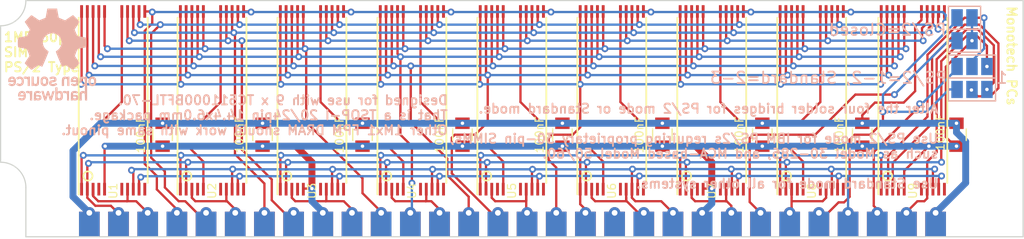
<source format=kicad_pcb>
(kicad_pcb (version 20171130) (host pcbnew "(5.0.0)")

  (general
    (thickness 1.2)
    (drawings 17)
    (tracks 846)
    (zones 0)
    (modules 24)
    (nets 31)
  )

  (page A4)
  (layers
    (0 F.Cu signal)
    (31 B.Cu signal)
    (36 B.SilkS user)
    (37 F.SilkS user)
    (38 B.Mask user)
    (39 F.Mask user)
    (44 Edge.Cuts user)
    (45 Margin user hide)
    (46 B.CrtYd user hide)
    (47 F.CrtYd user hide)
    (48 B.Fab user hide)
    (49 F.Fab user hide)
  )

  (setup
    (last_trace_width 0.2)
    (trace_clearance 0.2)
    (zone_clearance 0.508)
    (zone_45_only no)
    (trace_min 0.127)
    (segment_width 0.2)
    (edge_width 0.1)
    (via_size 0.6)
    (via_drill 0.3)
    (via_min_size 0.6)
    (via_min_drill 0.3)
    (uvia_size 0.3)
    (uvia_drill 0.1)
    (uvias_allowed no)
    (uvia_min_size 0.2)
    (uvia_min_drill 0.1)
    (pcb_text_width 0.3)
    (pcb_text_size 1.5 1.5)
    (mod_edge_width 0.15)
    (mod_text_size 1 1)
    (mod_text_width 0.15)
    (pad_size 1.5 1.5)
    (pad_drill 0.6)
    (pad_to_mask_clearance 0)
    (aux_axis_origin 0 0)
    (visible_elements 7FFFFFFF)
    (pcbplotparams
      (layerselection 0x010f0_ffffffff)
      (usegerberextensions true)
      (usegerberattributes false)
      (usegerberadvancedattributes false)
      (creategerberjobfile false)
      (excludeedgelayer true)
      (linewidth 0.100000)
      (plotframeref false)
      (viasonmask true)
      (mode 1)
      (useauxorigin false)
      (hpglpennumber 1)
      (hpglpenspeed 20)
      (hpglpendiameter 15.000000)
      (psnegative false)
      (psa4output false)
      (plotreference true)
      (plotvalue true)
      (plotinvisibletext false)
      (padsonsilk false)
      (subtractmaskfromsilk false)
      (outputformat 1)
      (mirror false)
      (drillshape 0)
      (scaleselection 1)
      (outputdirectory "gerber"))
  )

  (net 0 "")
  (net 1 GND)
  (net 2 CAS)
  (net 3 D0)
  (net 4 A0)
  (net 5 A1)
  (net 6 D1)
  (net 7 A2)
  (net 8 A3)
  (net 9 D2)
  (net 10 A4)
  (net 11 A5)
  (net 12 D3)
  (net 13 A6)
  (net 14 A7)
  (net 15 D4)
  (net 16 A8)
  (net 17 A9)
  (net 18 "Net-(J5-Pad19)")
  (net 19 D5)
  (net 20 WR)
  (net 21 D6)
  (net 22 Pres1)
  (net 23 D7)
  (net 24 QP)
  (net 25 RAS)
  (net 26 CASP)
  (net 27 DP)
  (net 28 "Net-(JP3-Pad2)")
  (net 29 "Net-(JP4-Pad2)")
  (net 30 VCC)

  (net_class Default "This is the default net class."
    (clearance 0.2)
    (trace_width 0.2)
    (via_dia 0.6)
    (via_drill 0.3)
    (uvia_dia 0.3)
    (uvia_drill 0.1)
    (add_net A0)
    (add_net A1)
    (add_net A2)
    (add_net A3)
    (add_net A4)
    (add_net A5)
    (add_net A6)
    (add_net A7)
    (add_net A8)
    (add_net A9)
    (add_net CAS)
    (add_net CASP)
    (add_net D0)
    (add_net D1)
    (add_net D2)
    (add_net D3)
    (add_net D4)
    (add_net D5)
    (add_net D6)
    (add_net D7)
    (add_net DP)
    (add_net GND)
    (add_net "Net-(J5-Pad19)")
    (add_net "Net-(JP3-Pad2)")
    (add_net "Net-(JP4-Pad2)")
    (add_net Pres1)
    (add_net QP)
    (add_net RAS)
    (add_net VCC)
    (add_net WR)
  )

  (module Capacitors_SMD:C_0805 (layer F.Cu) (tedit 5B9CCA4C) (tstamp 5B9CFC65)
    (at 109.8 81.8 270)
    (descr "Capacitor SMD 0805, reflow soldering, AVX (see smccp.pdf)")
    (tags "capacitor 0805")
    (path /5B9CEC4B)
    (attr smd)
    (fp_text reference C1 (at 0 -1.5 270) (layer F.Fab)
      (effects (font (size 1 1) (thickness 0.15)))
    )
    (fp_text value 100nF (at 0 1.9 270) (layer F.SilkS)
      (effects (font (size 0.7 0.7) (thickness 0.1)))
    )
    (fp_line (start 1.75 0.87) (end -1.75 0.87) (layer F.CrtYd) (width 0.05))
    (fp_line (start 1.75 0.87) (end 1.75 -0.88) (layer F.CrtYd) (width 0.05))
    (fp_line (start -1.75 -0.88) (end -1.75 0.87) (layer F.CrtYd) (width 0.05))
    (fp_line (start -1.75 -0.88) (end 1.75 -0.88) (layer F.CrtYd) (width 0.05))
    (fp_line (start -0.5 0.85) (end 0.5 0.85) (layer F.SilkS) (width 0.12))
    (fp_line (start 0.5 -0.85) (end -0.5 -0.85) (layer F.SilkS) (width 0.12))
    (fp_line (start -1 -0.62) (end 1 -0.62) (layer F.Fab) (width 0.1))
    (fp_line (start 1 -0.62) (end 1 0.62) (layer F.Fab) (width 0.1))
    (fp_line (start 1 0.62) (end -1 0.62) (layer F.Fab) (width 0.1))
    (fp_line (start -1 0.62) (end -1 -0.62) (layer F.Fab) (width 0.1))
    (fp_text user %R (at 0 -1.5 270) (layer F.Fab)
      (effects (font (size 1 1) (thickness 0.15)))
    )
    (pad 2 smd rect (at 1 0 270) (size 1 1.25) (layers F.Cu F.Paste F.Mask)
      (net 1 GND))
    (pad 1 smd rect (at -1 0 270) (size 1 1.25) (layers F.Cu F.Paste F.Mask)
      (net 30 VCC))
    (model Capacitors_SMD.3dshapes/C_0805.wrl
      (at (xyz 0 0 0))
      (scale (xyz 1 1 1))
      (rotate (xyz 0 0 0))
    )
  )

  (module Custom:30pin_SIMM (layer F.Cu) (tedit 5B9CC255) (tstamp 5B9CD09E)
    (at 140.223001 90.67275)
    (path /5B9CC322)
    (fp_text reference J5 (at 0 2.741251) (layer Cmts.User) hide
      (effects (font (size 1 1) (thickness 0.15)))
    )
    (fp_text value 30pin_SIMM (at 0 1.141251) (layer Cmts.User) hide
      (effects (font (size 1 1) (thickness 0.15)))
    )
    (fp_line (start 44.5 0.041251) (end 44.5 -11.958749) (layer F.CrtYd) (width 0.15))
    (fp_line (start -42.3 -4.258749) (end -42.3 0.041251) (layer F.CrtYd) (width 0.15))
    (fp_arc (start -44.5 -4.258749) (end -42.3 -4.258749) (angle -90) (layer F.CrtYd) (width 0.15))
    (fp_line (start -44.5 -6.458749) (end -44.5 -11.958749) (layer F.CrtYd) (width 0.15))
    (fp_line (start -42.3 0.041251) (end 44.5 0.041251) (layer F.CrtYd) (width 0.15))
    (pad 30 smd rect (at 36.86 -1.058749) (size 1.8 2.2) (layers B.Cu B.Paste B.Mask)
      (net 30 VCC))
    (pad 29 smd rect (at 34.32 -1.058749) (size 1.8 2.2) (layers B.Cu B.Paste B.Mask)
      (net 27 DP))
    (pad 28 smd rect (at 31.78 -1.058749) (size 1.8 2.2) (layers B.Cu B.Paste B.Mask)
      (net 26 CASP))
    (pad 27 smd rect (at 29.24 -1.058749) (size 1.8 2.2) (layers B.Cu B.Paste B.Mask)
      (net 25 RAS))
    (pad 26 smd rect (at 26.7 -1.058749) (size 1.8 2.2) (layers B.Cu B.Paste B.Mask)
      (net 24 QP))
    (pad 25 smd rect (at 24.16 -1.058749) (size 1.8 2.2) (layers B.Cu B.Paste B.Mask)
      (net 23 D7))
    (pad 24 smd rect (at 21.62 -1.058749) (size 1.8 2.2) (layers B.Cu B.Paste B.Mask)
      (net 22 Pres1))
    (pad 23 smd rect (at 19.08 -1.058749) (size 1.8 2.2) (layers B.Cu B.Paste B.Mask)
      (net 21 D6))
    (pad 22 smd rect (at 16.54 -1.058749) (size 1.8 2.2) (layers B.Cu B.Paste B.Mask)
      (net 1 GND))
    (pad 21 smd rect (at 14 -1.058749) (size 1.8 2.2) (layers B.Cu B.Paste B.Mask)
      (net 20 WR))
    (pad 20 smd rect (at 11.46 -1.058749) (size 1.8 2.2) (layers B.Cu B.Paste B.Mask)
      (net 19 D5))
    (pad 19 smd rect (at 8.92 -1.058749) (size 1.8 2.2) (layers B.Cu B.Paste B.Mask)
      (net 18 "Net-(J5-Pad19)"))
    (pad 18 smd rect (at 6.38 -1.058749) (size 1.8 2.2) (layers B.Cu B.Paste B.Mask)
      (net 17 A9))
    (pad 17 smd rect (at 3.84 -1.058749) (size 1.8 2.2) (layers B.Cu B.Paste B.Mask)
      (net 16 A8))
    (pad 16 smd rect (at 1.3 -1.058749) (size 1.8 2.2) (layers B.Cu B.Paste B.Mask)
      (net 15 D4))
    (pad 15 smd rect (at -1.24 -1.058749) (size 1.8 2.2) (layers B.Cu B.Paste B.Mask)
      (net 14 A7))
    (pad 14 smd rect (at -3.78 -1.058749) (size 1.8 2.2) (layers B.Cu B.Paste B.Mask)
      (net 13 A6))
    (pad 13 smd rect (at -6.32 -1.058749) (size 1.8 2.2) (layers B.Cu B.Paste B.Mask)
      (net 12 D3))
    (pad 12 smd rect (at -8.86 -1.058749) (size 1.8 2.2) (layers B.Cu B.Paste B.Mask)
      (net 11 A5))
    (pad 11 smd rect (at -11.4 -1.058749) (size 1.8 2.2) (layers B.Cu B.Paste B.Mask)
      (net 10 A4))
    (pad 10 smd rect (at -13.94 -1.058749) (size 1.8 2.2) (layers B.Cu B.Paste B.Mask)
      (net 9 D2))
    (pad 9 smd rect (at -16.48 -1.058749) (size 1.8 2.2) (layers B.Cu B.Paste B.Mask)
      (net 1 GND))
    (pad 8 smd rect (at -19.02 -1.058749) (size 1.8 2.2) (layers B.Cu B.Paste B.Mask)
      (net 8 A3))
    (pad 7 smd rect (at -21.56 -1.058749) (size 1.8 2.2) (layers B.Cu B.Paste B.Mask)
      (net 7 A2))
    (pad 6 smd rect (at -24.1 -1.058749) (size 1.8 2.2) (layers B.Cu B.Paste B.Mask)
      (net 6 D1))
    (pad 5 smd rect (at -26.64 -1.058749) (size 1.8 2.2) (layers B.Cu B.Paste B.Mask)
      (net 5 A1))
    (pad 4 smd rect (at -29.18 -1.058749) (size 1.8 2.2) (layers B.Cu B.Paste B.Mask)
      (net 4 A0))
    (pad 3 smd rect (at -31.72 -1.058749) (size 1.8 2.2) (layers B.Cu B.Paste B.Mask)
      (net 3 D0))
    (pad 2 smd rect (at -34.26 -1.058749) (size 1.8 2.2) (layers B.Cu B.Paste B.Mask)
      (net 2 CAS))
    (pad 1 smd rect (at -36.8 -1.058749) (size 1.8 2.2) (layers B.Cu B.Paste B.Mask)
      (net 30 VCC))
    (pad 30 thru_hole circle (at 36.86 -2.058749) (size 1 1) (drill 0.5) (layers *.Cu *.Mask)
      (net 30 VCC))
    (pad 29 thru_hole circle (at 34.32 -2.058749) (size 1 1) (drill 0.5) (layers *.Cu *.Mask)
      (net 27 DP))
    (pad 28 thru_hole circle (at 31.78 -2.058749) (size 1 1) (drill 0.5) (layers *.Cu *.Mask)
      (net 26 CASP))
    (pad 27 thru_hole circle (at 29.24 -2.058749) (size 1 1) (drill 0.5) (layers *.Cu *.Mask)
      (net 25 RAS))
    (pad 26 thru_hole circle (at 26.7 -2.058749) (size 1 1) (drill 0.5) (layers *.Cu *.Mask)
      (net 24 QP))
    (pad 25 thru_hole circle (at 24.16 -2.058749) (size 1 1) (drill 0.5) (layers *.Cu *.Mask)
      (net 23 D7))
    (pad 24 thru_hole circle (at 21.62 -2.058749) (size 1 1) (drill 0.5) (layers *.Cu *.Mask)
      (net 22 Pres1))
    (pad 23 thru_hole circle (at 19.08 -2.058749) (size 1 1) (drill 0.5) (layers *.Cu *.Mask)
      (net 21 D6))
    (pad 22 thru_hole circle (at 16.54 -2.058749) (size 1 1) (drill 0.5) (layers *.Cu *.Mask)
      (net 1 GND))
    (pad 21 thru_hole circle (at 14 -2.058749) (size 1 1) (drill 0.5) (layers *.Cu *.Mask)
      (net 20 WR))
    (pad 20 thru_hole circle (at 11.46 -2.058749) (size 1 1) (drill 0.5) (layers *.Cu *.Mask)
      (net 19 D5))
    (pad 19 thru_hole circle (at 8.92 -2.058749) (size 1 1) (drill 0.5) (layers *.Cu *.Mask)
      (net 18 "Net-(J5-Pad19)"))
    (pad 18 thru_hole circle (at 6.38 -2.058749) (size 1 1) (drill 0.5) (layers *.Cu *.Mask)
      (net 17 A9))
    (pad 17 thru_hole circle (at 3.84 -2.058749) (size 1 1) (drill 0.5) (layers *.Cu *.Mask)
      (net 16 A8))
    (pad 16 thru_hole circle (at 1.3 -2.058749) (size 1 1) (drill 0.5) (layers *.Cu *.Mask)
      (net 15 D4))
    (pad 15 thru_hole circle (at -1.24 -2.058749) (size 1 1) (drill 0.5) (layers *.Cu *.Mask)
      (net 14 A7))
    (pad 14 thru_hole circle (at -3.78 -2.058749) (size 1 1) (drill 0.5) (layers *.Cu *.Mask)
      (net 13 A6))
    (pad 13 thru_hole circle (at -6.32 -2.058749) (size 1 1) (drill 0.5) (layers *.Cu *.Mask)
      (net 12 D3))
    (pad 12 thru_hole circle (at -8.86 -2.058749) (size 1 1) (drill 0.5) (layers *.Cu *.Mask)
      (net 11 A5))
    (pad 11 thru_hole circle (at -11.4 -2.058749) (size 1 1) (drill 0.5) (layers *.Cu *.Mask)
      (net 10 A4))
    (pad 10 thru_hole circle (at -13.94 -2.058749) (size 1 1) (drill 0.5) (layers *.Cu *.Mask)
      (net 9 D2))
    (pad 9 thru_hole circle (at -16.48 -2.058749) (size 1 1) (drill 0.5) (layers *.Cu *.Mask)
      (net 1 GND))
    (pad 8 thru_hole circle (at -19.02 -2.058749) (size 1 1) (drill 0.5) (layers *.Cu *.Mask)
      (net 8 A3))
    (pad 7 thru_hole circle (at -21.56 -2.058749) (size 1 1) (drill 0.5) (layers *.Cu *.Mask)
      (net 7 A2))
    (pad 6 thru_hole circle (at -24.1 -2.058749) (size 1 1) (drill 0.5) (layers *.Cu *.Mask)
      (net 6 D1))
    (pad 5 thru_hole circle (at -26.64 -2.058749) (size 1 1) (drill 0.5) (layers *.Cu *.Mask)
      (net 5 A1))
    (pad 4 thru_hole circle (at -29.18 -2.058749) (size 1 1) (drill 0.5) (layers *.Cu *.Mask)
      (net 4 A0))
    (pad 3 thru_hole circle (at -31.72 -2.058749) (size 1 1) (drill 0.5) (layers *.Cu *.Mask)
      (net 3 D0))
    (pad 2 thru_hole circle (at -34.26 -2.058749) (size 1 1) (drill 0.5) (layers *.Cu *.Mask)
      (net 2 CAS))
    (pad 1 thru_hole circle (at -36.8 -2.058749) (size 1 1) (drill 0.5) (layers *.Cu *.Mask)
      (net 30 VCC))
    (pad 30 smd rect (at 36.86 -1.058749) (size 1.8 2.2) (layers F.Cu F.Paste F.Mask)
      (net 30 VCC))
    (pad 29 smd rect (at 34.32 -1.058749) (size 1.8 2.2) (layers F.Cu F.Paste F.Mask)
      (net 27 DP))
    (pad 28 smd rect (at 31.78 -1.058749) (size 1.8 2.2) (layers F.Cu F.Paste F.Mask)
      (net 26 CASP))
    (pad 27 smd rect (at 29.24 -1.058749) (size 1.8 2.2) (layers F.Cu F.Paste F.Mask)
      (net 25 RAS))
    (pad 26 smd rect (at 26.7 -1.058749) (size 1.8 2.2) (layers F.Cu F.Paste F.Mask)
      (net 24 QP))
    (pad 25 smd rect (at 24.16 -1.058749) (size 1.8 2.2) (layers F.Cu F.Paste F.Mask)
      (net 23 D7))
    (pad 24 smd rect (at 21.62 -1.058749) (size 1.8 2.2) (layers F.Cu F.Paste F.Mask)
      (net 22 Pres1))
    (pad 23 smd rect (at 19.08 -1.058749) (size 1.8 2.2) (layers F.Cu F.Paste F.Mask)
      (net 21 D6))
    (pad 22 smd rect (at 16.54 -1.058749) (size 1.8 2.2) (layers F.Cu F.Paste F.Mask)
      (net 1 GND))
    (pad 21 smd rect (at 14 -1.058749) (size 1.8 2.2) (layers F.Cu F.Paste F.Mask)
      (net 20 WR))
    (pad 20 smd rect (at 11.46 -1.058749) (size 1.8 2.2) (layers F.Cu F.Paste F.Mask)
      (net 19 D5))
    (pad 19 smd rect (at 8.92 -1.058749) (size 1.8 2.2) (layers F.Cu F.Paste F.Mask)
      (net 18 "Net-(J5-Pad19)"))
    (pad 18 smd rect (at 6.38 -1.058749) (size 1.8 2.2) (layers F.Cu F.Paste F.Mask)
      (net 17 A9))
    (pad 17 smd rect (at 3.84 -1.058749) (size 1.8 2.2) (layers F.Cu F.Paste F.Mask)
      (net 16 A8))
    (pad 16 smd rect (at 1.3 -1.058749) (size 1.8 2.2) (layers F.Cu F.Paste F.Mask)
      (net 15 D4))
    (pad 15 smd rect (at -1.24 -1.058749) (size 1.8 2.2) (layers F.Cu F.Paste F.Mask)
      (net 14 A7))
    (pad 14 smd rect (at -3.78 -1.058749) (size 1.8 2.2) (layers F.Cu F.Paste F.Mask)
      (net 13 A6))
    (pad 13 smd rect (at -6.32 -1.058749) (size 1.8 2.2) (layers F.Cu F.Paste F.Mask)
      (net 12 D3))
    (pad 12 smd rect (at -8.86 -1.058749) (size 1.8 2.2) (layers F.Cu F.Paste F.Mask)
      (net 11 A5))
    (pad 11 smd rect (at -11.4 -1.058749) (size 1.8 2.2) (layers F.Cu F.Paste F.Mask)
      (net 10 A4))
    (pad 10 smd rect (at -13.94 -1.058749) (size 1.8 2.2) (layers F.Cu F.Paste F.Mask)
      (net 9 D2))
    (pad 9 smd rect (at -16.48 -1.058749) (size 1.8 2.2) (layers F.Cu F.Paste F.Mask)
      (net 1 GND))
    (pad 8 smd rect (at -19.02 -1.058749) (size 1.8 2.2) (layers F.Cu F.Paste F.Mask)
      (net 8 A3))
    (pad 7 smd rect (at -21.56 -1.058749) (size 1.8 2.2) (layers F.Cu F.Paste F.Mask)
      (net 7 A2))
    (pad 6 smd rect (at -24.1 -1.058749) (size 1.8 2.2) (layers F.Cu F.Paste F.Mask)
      (net 6 D1))
    (pad 5 smd rect (at -26.64 -1.058749) (size 1.8 2.2) (layers F.Cu F.Paste F.Mask)
      (net 5 A1))
    (pad 4 smd rect (at -29.18 -1.058749) (size 1.8 2.2) (layers F.Cu F.Paste F.Mask)
      (net 4 A0))
    (pad 3 smd rect (at -31.72 -1.058749) (size 1.8 2.2) (layers F.Cu F.Paste F.Mask)
      (net 3 D0))
    (pad 2 smd rect (at -34.26 -1.058749) (size 1.8 2.2) (layers F.Cu F.Paste F.Mask)
      (net 2 CAS))
    (pad 1 smd rect (at -36.8 -1.058749) (size 1.8 2.2) (layers F.Cu F.Paste F.Mask)
      (net 30 VCC))
    (pad "" np_thru_hole circle (at -41.3 -9.958749) (size 3.2 3.2) (drill 3.2) (layers *.Cu *.Mask))
    (pad "" np_thru_hole circle (at 41.3 -9.958749) (size 3.2 3.2) (drill 3.2) (layers *.Cu *.Mask))
  )

  (module Custom:TSOP-I-20-24_14.4x6mm_Pitch0.5mm (layer F.Cu) (tedit 5B9BBEC2) (tstamp 5B9CE0FE)
    (at 105.5 78.8 90)
    (path /5B9B98AC)
    (fp_text reference U1 (at -7.9 0 90) (layer F.SilkS)
      (effects (font (size 0.7 0.7) (thickness 0.1)))
    )
    (fp_text value 511000-TSOP (at 0 4 90) (layer F.Fab)
      (effects (font (size 1 1) (thickness 0.15)))
    )
    (fp_line (start -7.2 3) (end 7.2 3) (layer F.SilkS) (width 0.15))
    (fp_line (start 7.2 -3) (end -8.2 -3) (layer F.SilkS) (width 0.15))
    (fp_circle (center -6.6 -2.2) (end -6.2 -2.2) (layer F.SilkS) (width 0.15))
    (fp_line (start -7.2 2.8) (end 7.2 2.8) (layer F.Fab) (width 0.15))
    (fp_line (start 7.2 2.8) (end 7.2 -2.8) (layer F.Fab) (width 0.15))
    (fp_line (start 7.2 -2.8) (end -6 -2.8) (layer F.Fab) (width 0.15))
    (fp_line (start -6 -2.8) (end -7.2 -1.6) (layer F.Fab) (width 0.15))
    (fp_line (start -7.2 -1.6) (end -7.2 2.8) (layer F.Fab) (width 0.15))
    (fp_line (start -8.5 -3.2) (end 8.5 -3.2) (layer F.CrtYd) (width 0.15))
    (fp_line (start 8.5 -3.2) (end 8.5 3.2) (layer F.CrtYd) (width 0.15))
    (fp_line (start 8.5 3.2) (end -8.5 3.2) (layer F.CrtYd) (width 0.15))
    (fp_line (start -8.5 3.2) (end -8.5 -3.2) (layer F.CrtYd) (width 0.15))
    (pad 1 smd rect (at -7.75 -2.75 90) (size 1.1 0.25) (layers F.Cu F.Paste F.Mask)
      (net 17 A9))
    (pad 2 smd rect (at -7.75 -2.25 90) (size 1.1 0.25) (layers F.Cu F.Paste F.Mask)
      (net 2 CAS))
    (pad 3 smd rect (at -7.75 -1.75 90) (size 1.1 0.25) (layers F.Cu F.Paste F.Mask)
      (net 3 D0))
    (pad 4 smd rect (at -7.75 -1.25 90) (size 1.1 0.25) (layers F.Cu F.Paste F.Mask))
    (pad 5 smd rect (at -7.75 -0.75 90) (size 1.1 0.25) (layers F.Cu F.Paste F.Mask)
      (net 1 GND))
    (pad 8 smd rect (at -7.75 0.75 90) (size 1.1 0.25) (layers F.Cu F.Paste F.Mask))
    (pad 9 smd rect (at -7.75 1.25 90) (size 1.1 0.25) (layers F.Cu F.Paste F.Mask)
      (net 3 D0))
    (pad 10 smd rect (at -7.75 1.75 90) (size 1.1 0.25) (layers F.Cu F.Paste F.Mask)
      (net 20 WR))
    (pad 11 smd rect (at -7.75 2.25 90) (size 1.1 0.25) (layers F.Cu F.Paste F.Mask)
      (net 25 RAS))
    (pad 12 smd rect (at -7.75 2.75 90) (size 1.1 0.25) (layers F.Cu F.Paste F.Mask))
    (pad 13 smd rect (at 7.75 2.75 90) (size 1.1 0.25) (layers F.Cu F.Paste F.Mask)
      (net 4 A0))
    (pad 14 smd rect (at 7.75 2.25 90) (size 1.1 0.25) (layers F.Cu F.Paste F.Mask)
      (net 5 A1))
    (pad 15 smd rect (at 7.75 1.75 90) (size 1.1 0.25) (layers F.Cu F.Paste F.Mask)
      (net 7 A2))
    (pad 16 smd rect (at 7.75 1.25 90) (size 1.1 0.25) (layers F.Cu F.Paste F.Mask)
      (net 8 A3))
    (pad 17 smd rect (at 7.75 0.75 90) (size 1.1 0.25) (layers F.Cu F.Paste F.Mask)
      (net 30 VCC))
    (pad 20 smd rect (at 7.75 -0.75 90) (size 1.1 0.25) (layers F.Cu F.Paste F.Mask)
      (net 10 A4))
    (pad 21 smd rect (at 7.75 -1.25 90) (size 1.1 0.25) (layers F.Cu F.Paste F.Mask)
      (net 11 A5))
    (pad 22 smd rect (at 7.75 -1.75 90) (size 1.1 0.25) (layers F.Cu F.Paste F.Mask)
      (net 13 A6))
    (pad 23 smd rect (at 7.75 -2.25 90) (size 1.1 0.25) (layers F.Cu F.Paste F.Mask)
      (net 14 A7))
    (pad 24 smd rect (at 7.75 -2.75 90) (size 1.1 0.25) (layers F.Cu F.Paste F.Mask)
      (net 16 A8))
  )

  (module Custom:TSOP-I-20-24_14.4x6mm_Pitch0.5mm (layer F.Cu) (tedit 5B9BBEC2) (tstamp 5B9CE9A7)
    (at 114.1 78.8 90)
    (path /5B9CD909)
    (fp_text reference U2 (at -7.9 0 90) (layer F.SilkS)
      (effects (font (size 0.7 0.7) (thickness 0.1)))
    )
    (fp_text value 511000-TSOP (at 0 4 90) (layer F.Fab)
      (effects (font (size 1 1) (thickness 0.15)))
    )
    (fp_line (start -8.5 3.2) (end -8.5 -3.2) (layer F.CrtYd) (width 0.15))
    (fp_line (start 8.5 3.2) (end -8.5 3.2) (layer F.CrtYd) (width 0.15))
    (fp_line (start 8.5 -3.2) (end 8.5 3.2) (layer F.CrtYd) (width 0.15))
    (fp_line (start -8.5 -3.2) (end 8.5 -3.2) (layer F.CrtYd) (width 0.15))
    (fp_line (start -7.2 -1.6) (end -7.2 2.8) (layer F.Fab) (width 0.15))
    (fp_line (start -6 -2.8) (end -7.2 -1.6) (layer F.Fab) (width 0.15))
    (fp_line (start 7.2 -2.8) (end -6 -2.8) (layer F.Fab) (width 0.15))
    (fp_line (start 7.2 2.8) (end 7.2 -2.8) (layer F.Fab) (width 0.15))
    (fp_line (start -7.2 2.8) (end 7.2 2.8) (layer F.Fab) (width 0.15))
    (fp_circle (center -6.6 -2.2) (end -6.2 -2.2) (layer F.SilkS) (width 0.15))
    (fp_line (start 7.2 -3) (end -8.2 -3) (layer F.SilkS) (width 0.15))
    (fp_line (start -7.2 3) (end 7.2 3) (layer F.SilkS) (width 0.15))
    (pad 24 smd rect (at 7.75 -2.75 90) (size 1.1 0.25) (layers F.Cu F.Paste F.Mask)
      (net 16 A8))
    (pad 23 smd rect (at 7.75 -2.25 90) (size 1.1 0.25) (layers F.Cu F.Paste F.Mask)
      (net 14 A7))
    (pad 22 smd rect (at 7.75 -1.75 90) (size 1.1 0.25) (layers F.Cu F.Paste F.Mask)
      (net 13 A6))
    (pad 21 smd rect (at 7.75 -1.25 90) (size 1.1 0.25) (layers F.Cu F.Paste F.Mask)
      (net 11 A5))
    (pad 20 smd rect (at 7.75 -0.75 90) (size 1.1 0.25) (layers F.Cu F.Paste F.Mask)
      (net 10 A4))
    (pad 17 smd rect (at 7.75 0.75 90) (size 1.1 0.25) (layers F.Cu F.Paste F.Mask)
      (net 30 VCC))
    (pad 16 smd rect (at 7.75 1.25 90) (size 1.1 0.25) (layers F.Cu F.Paste F.Mask)
      (net 8 A3))
    (pad 15 smd rect (at 7.75 1.75 90) (size 1.1 0.25) (layers F.Cu F.Paste F.Mask)
      (net 7 A2))
    (pad 14 smd rect (at 7.75 2.25 90) (size 1.1 0.25) (layers F.Cu F.Paste F.Mask)
      (net 5 A1))
    (pad 13 smd rect (at 7.75 2.75 90) (size 1.1 0.25) (layers F.Cu F.Paste F.Mask)
      (net 4 A0))
    (pad 12 smd rect (at -7.75 2.75 90) (size 1.1 0.25) (layers F.Cu F.Paste F.Mask))
    (pad 11 smd rect (at -7.75 2.25 90) (size 1.1 0.25) (layers F.Cu F.Paste F.Mask)
      (net 25 RAS))
    (pad 10 smd rect (at -7.75 1.75 90) (size 1.1 0.25) (layers F.Cu F.Paste F.Mask)
      (net 20 WR))
    (pad 9 smd rect (at -7.75 1.25 90) (size 1.1 0.25) (layers F.Cu F.Paste F.Mask)
      (net 6 D1))
    (pad 8 smd rect (at -7.75 0.75 90) (size 1.1 0.25) (layers F.Cu F.Paste F.Mask))
    (pad 5 smd rect (at -7.75 -0.75 90) (size 1.1 0.25) (layers F.Cu F.Paste F.Mask)
      (net 1 GND))
    (pad 4 smd rect (at -7.75 -1.25 90) (size 1.1 0.25) (layers F.Cu F.Paste F.Mask))
    (pad 3 smd rect (at -7.75 -1.75 90) (size 1.1 0.25) (layers F.Cu F.Paste F.Mask)
      (net 6 D1))
    (pad 2 smd rect (at -7.75 -2.25 90) (size 1.1 0.25) (layers F.Cu F.Paste F.Mask)
      (net 2 CAS))
    (pad 1 smd rect (at -7.75 -2.75 90) (size 1.1 0.25) (layers F.Cu F.Paste F.Mask)
      (net 17 A9))
  )

  (module Custom:TSOP-I-20-24_14.4x6mm_Pitch0.5mm (layer F.Cu) (tedit 5B9BBEC2) (tstamp 5B9CD148)
    (at 122.8 78.8 90)
    (path /5B9CD931)
    (fp_text reference U3 (at -7.9 0 90) (layer F.SilkS)
      (effects (font (size 0.7 0.7) (thickness 0.1)))
    )
    (fp_text value 511000-TSOP (at 0 4 90) (layer F.Fab)
      (effects (font (size 1 1) (thickness 0.15)))
    )
    (fp_line (start -7.2 3) (end 7.2 3) (layer F.SilkS) (width 0.15))
    (fp_line (start 7.2 -3) (end -8.2 -3) (layer F.SilkS) (width 0.15))
    (fp_circle (center -6.6 -2.2) (end -6.2 -2.2) (layer F.SilkS) (width 0.15))
    (fp_line (start -7.2 2.8) (end 7.2 2.8) (layer F.Fab) (width 0.15))
    (fp_line (start 7.2 2.8) (end 7.2 -2.8) (layer F.Fab) (width 0.15))
    (fp_line (start 7.2 -2.8) (end -6 -2.8) (layer F.Fab) (width 0.15))
    (fp_line (start -6 -2.8) (end -7.2 -1.6) (layer F.Fab) (width 0.15))
    (fp_line (start -7.2 -1.6) (end -7.2 2.8) (layer F.Fab) (width 0.15))
    (fp_line (start -8.5 -3.2) (end 8.5 -3.2) (layer F.CrtYd) (width 0.15))
    (fp_line (start 8.5 -3.2) (end 8.5 3.2) (layer F.CrtYd) (width 0.15))
    (fp_line (start 8.5 3.2) (end -8.5 3.2) (layer F.CrtYd) (width 0.15))
    (fp_line (start -8.5 3.2) (end -8.5 -3.2) (layer F.CrtYd) (width 0.15))
    (pad 1 smd rect (at -7.75 -2.75 90) (size 1.1 0.25) (layers F.Cu F.Paste F.Mask)
      (net 17 A9))
    (pad 2 smd rect (at -7.75 -2.25 90) (size 1.1 0.25) (layers F.Cu F.Paste F.Mask)
      (net 2 CAS))
    (pad 3 smd rect (at -7.75 -1.75 90) (size 1.1 0.25) (layers F.Cu F.Paste F.Mask)
      (net 9 D2))
    (pad 4 smd rect (at -7.75 -1.25 90) (size 1.1 0.25) (layers F.Cu F.Paste F.Mask))
    (pad 5 smd rect (at -7.75 -0.75 90) (size 1.1 0.25) (layers F.Cu F.Paste F.Mask)
      (net 1 GND))
    (pad 8 smd rect (at -7.75 0.75 90) (size 1.1 0.25) (layers F.Cu F.Paste F.Mask))
    (pad 9 smd rect (at -7.75 1.25 90) (size 1.1 0.25) (layers F.Cu F.Paste F.Mask)
      (net 9 D2))
    (pad 10 smd rect (at -7.75 1.75 90) (size 1.1 0.25) (layers F.Cu F.Paste F.Mask)
      (net 20 WR))
    (pad 11 smd rect (at -7.75 2.25 90) (size 1.1 0.25) (layers F.Cu F.Paste F.Mask)
      (net 25 RAS))
    (pad 12 smd rect (at -7.75 2.75 90) (size 1.1 0.25) (layers F.Cu F.Paste F.Mask))
    (pad 13 smd rect (at 7.75 2.75 90) (size 1.1 0.25) (layers F.Cu F.Paste F.Mask)
      (net 4 A0))
    (pad 14 smd rect (at 7.75 2.25 90) (size 1.1 0.25) (layers F.Cu F.Paste F.Mask)
      (net 5 A1))
    (pad 15 smd rect (at 7.75 1.75 90) (size 1.1 0.25) (layers F.Cu F.Paste F.Mask)
      (net 7 A2))
    (pad 16 smd rect (at 7.75 1.25 90) (size 1.1 0.25) (layers F.Cu F.Paste F.Mask)
      (net 8 A3))
    (pad 17 smd rect (at 7.75 0.75 90) (size 1.1 0.25) (layers F.Cu F.Paste F.Mask)
      (net 30 VCC))
    (pad 20 smd rect (at 7.75 -0.75 90) (size 1.1 0.25) (layers F.Cu F.Paste F.Mask)
      (net 10 A4))
    (pad 21 smd rect (at 7.75 -1.25 90) (size 1.1 0.25) (layers F.Cu F.Paste F.Mask)
      (net 11 A5))
    (pad 22 smd rect (at 7.75 -1.75 90) (size 1.1 0.25) (layers F.Cu F.Paste F.Mask)
      (net 13 A6))
    (pad 23 smd rect (at 7.75 -2.25 90) (size 1.1 0.25) (layers F.Cu F.Paste F.Mask)
      (net 14 A7))
    (pad 24 smd rect (at 7.75 -2.75 90) (size 1.1 0.25) (layers F.Cu F.Paste F.Mask)
      (net 16 A8))
  )

  (module Custom:TSOP-I-20-24_14.4x6mm_Pitch0.5mm (layer F.Cu) (tedit 5B9BBEC2) (tstamp 5B9CD16C)
    (at 131.5 78.8 90)
    (path /5B9CD951)
    (fp_text reference U4 (at -7.9 0 90) (layer F.SilkS)
      (effects (font (size 0.7 0.7) (thickness 0.1)))
    )
    (fp_text value 511000-TSOP (at 0 4 90) (layer F.Fab)
      (effects (font (size 1 1) (thickness 0.15)))
    )
    (fp_line (start -8.5 3.2) (end -8.5 -3.2) (layer F.CrtYd) (width 0.15))
    (fp_line (start 8.5 3.2) (end -8.5 3.2) (layer F.CrtYd) (width 0.15))
    (fp_line (start 8.5 -3.2) (end 8.5 3.2) (layer F.CrtYd) (width 0.15))
    (fp_line (start -8.5 -3.2) (end 8.5 -3.2) (layer F.CrtYd) (width 0.15))
    (fp_line (start -7.2 -1.6) (end -7.2 2.8) (layer F.Fab) (width 0.15))
    (fp_line (start -6 -2.8) (end -7.2 -1.6) (layer F.Fab) (width 0.15))
    (fp_line (start 7.2 -2.8) (end -6 -2.8) (layer F.Fab) (width 0.15))
    (fp_line (start 7.2 2.8) (end 7.2 -2.8) (layer F.Fab) (width 0.15))
    (fp_line (start -7.2 2.8) (end 7.2 2.8) (layer F.Fab) (width 0.15))
    (fp_circle (center -6.6 -2.2) (end -6.2 -2.2) (layer F.SilkS) (width 0.15))
    (fp_line (start 7.2 -3) (end -8.2 -3) (layer F.SilkS) (width 0.15))
    (fp_line (start -7.2 3) (end 7.2 3) (layer F.SilkS) (width 0.15))
    (pad 24 smd rect (at 7.75 -2.75 90) (size 1.1 0.25) (layers F.Cu F.Paste F.Mask)
      (net 16 A8))
    (pad 23 smd rect (at 7.75 -2.25 90) (size 1.1 0.25) (layers F.Cu F.Paste F.Mask)
      (net 14 A7))
    (pad 22 smd rect (at 7.75 -1.75 90) (size 1.1 0.25) (layers F.Cu F.Paste F.Mask)
      (net 13 A6))
    (pad 21 smd rect (at 7.75 -1.25 90) (size 1.1 0.25) (layers F.Cu F.Paste F.Mask)
      (net 11 A5))
    (pad 20 smd rect (at 7.75 -0.75 90) (size 1.1 0.25) (layers F.Cu F.Paste F.Mask)
      (net 10 A4))
    (pad 17 smd rect (at 7.75 0.75 90) (size 1.1 0.25) (layers F.Cu F.Paste F.Mask)
      (net 30 VCC))
    (pad 16 smd rect (at 7.75 1.25 90) (size 1.1 0.25) (layers F.Cu F.Paste F.Mask)
      (net 8 A3))
    (pad 15 smd rect (at 7.75 1.75 90) (size 1.1 0.25) (layers F.Cu F.Paste F.Mask)
      (net 7 A2))
    (pad 14 smd rect (at 7.75 2.25 90) (size 1.1 0.25) (layers F.Cu F.Paste F.Mask)
      (net 5 A1))
    (pad 13 smd rect (at 7.75 2.75 90) (size 1.1 0.25) (layers F.Cu F.Paste F.Mask)
      (net 4 A0))
    (pad 12 smd rect (at -7.75 2.75 90) (size 1.1 0.25) (layers F.Cu F.Paste F.Mask))
    (pad 11 smd rect (at -7.75 2.25 90) (size 1.1 0.25) (layers F.Cu F.Paste F.Mask)
      (net 25 RAS))
    (pad 10 smd rect (at -7.75 1.75 90) (size 1.1 0.25) (layers F.Cu F.Paste F.Mask)
      (net 20 WR))
    (pad 9 smd rect (at -7.75 1.25 90) (size 1.1 0.25) (layers F.Cu F.Paste F.Mask)
      (net 12 D3))
    (pad 8 smd rect (at -7.75 0.75 90) (size 1.1 0.25) (layers F.Cu F.Paste F.Mask))
    (pad 5 smd rect (at -7.75 -0.75 90) (size 1.1 0.25) (layers F.Cu F.Paste F.Mask)
      (net 1 GND))
    (pad 4 smd rect (at -7.75 -1.25 90) (size 1.1 0.25) (layers F.Cu F.Paste F.Mask))
    (pad 3 smd rect (at -7.75 -1.75 90) (size 1.1 0.25) (layers F.Cu F.Paste F.Mask)
      (net 12 D3))
    (pad 2 smd rect (at -7.75 -2.25 90) (size 1.1 0.25) (layers F.Cu F.Paste F.Mask)
      (net 2 CAS))
    (pad 1 smd rect (at -7.75 -2.75 90) (size 1.1 0.25) (layers F.Cu F.Paste F.Mask)
      (net 17 A9))
  )

  (module Custom:TSOP-I-20-24_14.4x6mm_Pitch0.5mm (layer F.Cu) (tedit 5B9BBEC2) (tstamp 5B9CD190)
    (at 140.2 78.8 90)
    (path /5B9CD98C)
    (fp_text reference U5 (at -7.9 0 90) (layer F.SilkS)
      (effects (font (size 0.7 0.7) (thickness 0.1)))
    )
    (fp_text value 511000-TSOP (at 0 4 90) (layer F.Fab)
      (effects (font (size 1 1) (thickness 0.15)))
    )
    (fp_line (start -7.2 3) (end 7.2 3) (layer F.SilkS) (width 0.15))
    (fp_line (start 7.2 -3) (end -8.2 -3) (layer F.SilkS) (width 0.15))
    (fp_circle (center -6.6 -2.2) (end -6.2 -2.2) (layer F.SilkS) (width 0.15))
    (fp_line (start -7.2 2.8) (end 7.2 2.8) (layer F.Fab) (width 0.15))
    (fp_line (start 7.2 2.8) (end 7.2 -2.8) (layer F.Fab) (width 0.15))
    (fp_line (start 7.2 -2.8) (end -6 -2.8) (layer F.Fab) (width 0.15))
    (fp_line (start -6 -2.8) (end -7.2 -1.6) (layer F.Fab) (width 0.15))
    (fp_line (start -7.2 -1.6) (end -7.2 2.8) (layer F.Fab) (width 0.15))
    (fp_line (start -8.5 -3.2) (end 8.5 -3.2) (layer F.CrtYd) (width 0.15))
    (fp_line (start 8.5 -3.2) (end 8.5 3.2) (layer F.CrtYd) (width 0.15))
    (fp_line (start 8.5 3.2) (end -8.5 3.2) (layer F.CrtYd) (width 0.15))
    (fp_line (start -8.5 3.2) (end -8.5 -3.2) (layer F.CrtYd) (width 0.15))
    (pad 1 smd rect (at -7.75 -2.75 90) (size 1.1 0.25) (layers F.Cu F.Paste F.Mask)
      (net 17 A9))
    (pad 2 smd rect (at -7.75 -2.25 90) (size 1.1 0.25) (layers F.Cu F.Paste F.Mask)
      (net 2 CAS))
    (pad 3 smd rect (at -7.75 -1.75 90) (size 1.1 0.25) (layers F.Cu F.Paste F.Mask)
      (net 15 D4))
    (pad 4 smd rect (at -7.75 -1.25 90) (size 1.1 0.25) (layers F.Cu F.Paste F.Mask))
    (pad 5 smd rect (at -7.75 -0.75 90) (size 1.1 0.25) (layers F.Cu F.Paste F.Mask)
      (net 1 GND))
    (pad 8 smd rect (at -7.75 0.75 90) (size 1.1 0.25) (layers F.Cu F.Paste F.Mask))
    (pad 9 smd rect (at -7.75 1.25 90) (size 1.1 0.25) (layers F.Cu F.Paste F.Mask)
      (net 15 D4))
    (pad 10 smd rect (at -7.75 1.75 90) (size 1.1 0.25) (layers F.Cu F.Paste F.Mask)
      (net 20 WR))
    (pad 11 smd rect (at -7.75 2.25 90) (size 1.1 0.25) (layers F.Cu F.Paste F.Mask)
      (net 25 RAS))
    (pad 12 smd rect (at -7.75 2.75 90) (size 1.1 0.25) (layers F.Cu F.Paste F.Mask))
    (pad 13 smd rect (at 7.75 2.75 90) (size 1.1 0.25) (layers F.Cu F.Paste F.Mask)
      (net 4 A0))
    (pad 14 smd rect (at 7.75 2.25 90) (size 1.1 0.25) (layers F.Cu F.Paste F.Mask)
      (net 5 A1))
    (pad 15 smd rect (at 7.75 1.75 90) (size 1.1 0.25) (layers F.Cu F.Paste F.Mask)
      (net 7 A2))
    (pad 16 smd rect (at 7.75 1.25 90) (size 1.1 0.25) (layers F.Cu F.Paste F.Mask)
      (net 8 A3))
    (pad 17 smd rect (at 7.75 0.75 90) (size 1.1 0.25) (layers F.Cu F.Paste F.Mask)
      (net 30 VCC))
    (pad 20 smd rect (at 7.75 -0.75 90) (size 1.1 0.25) (layers F.Cu F.Paste F.Mask)
      (net 10 A4))
    (pad 21 smd rect (at 7.75 -1.25 90) (size 1.1 0.25) (layers F.Cu F.Paste F.Mask)
      (net 11 A5))
    (pad 22 smd rect (at 7.75 -1.75 90) (size 1.1 0.25) (layers F.Cu F.Paste F.Mask)
      (net 13 A6))
    (pad 23 smd rect (at 7.75 -2.25 90) (size 1.1 0.25) (layers F.Cu F.Paste F.Mask)
      (net 14 A7))
    (pad 24 smd rect (at 7.75 -2.75 90) (size 1.1 0.25) (layers F.Cu F.Paste F.Mask)
      (net 16 A8))
  )

  (module Custom:TSOP-I-20-24_14.4x6mm_Pitch0.5mm (layer F.Cu) (tedit 5B9BBEC2) (tstamp 5B9CD1B4)
    (at 148.9 78.8 90)
    (path /5B9CD9B4)
    (fp_text reference U6 (at -7.9 0 90) (layer F.SilkS)
      (effects (font (size 0.7 0.7) (thickness 0.1)))
    )
    (fp_text value 511000-TSOP (at 0 4 90) (layer F.Fab)
      (effects (font (size 1 1) (thickness 0.15)))
    )
    (fp_line (start -8.5 3.2) (end -8.5 -3.2) (layer F.CrtYd) (width 0.15))
    (fp_line (start 8.5 3.2) (end -8.5 3.2) (layer F.CrtYd) (width 0.15))
    (fp_line (start 8.5 -3.2) (end 8.5 3.2) (layer F.CrtYd) (width 0.15))
    (fp_line (start -8.5 -3.2) (end 8.5 -3.2) (layer F.CrtYd) (width 0.15))
    (fp_line (start -7.2 -1.6) (end -7.2 2.8) (layer F.Fab) (width 0.15))
    (fp_line (start -6 -2.8) (end -7.2 -1.6) (layer F.Fab) (width 0.15))
    (fp_line (start 7.2 -2.8) (end -6 -2.8) (layer F.Fab) (width 0.15))
    (fp_line (start 7.2 2.8) (end 7.2 -2.8) (layer F.Fab) (width 0.15))
    (fp_line (start -7.2 2.8) (end 7.2 2.8) (layer F.Fab) (width 0.15))
    (fp_circle (center -6.6 -2.2) (end -6.2 -2.2) (layer F.SilkS) (width 0.15))
    (fp_line (start 7.2 -3) (end -8.2 -3) (layer F.SilkS) (width 0.15))
    (fp_line (start -7.2 3) (end 7.2 3) (layer F.SilkS) (width 0.15))
    (pad 24 smd rect (at 7.75 -2.75 90) (size 1.1 0.25) (layers F.Cu F.Paste F.Mask)
      (net 16 A8))
    (pad 23 smd rect (at 7.75 -2.25 90) (size 1.1 0.25) (layers F.Cu F.Paste F.Mask)
      (net 14 A7))
    (pad 22 smd rect (at 7.75 -1.75 90) (size 1.1 0.25) (layers F.Cu F.Paste F.Mask)
      (net 13 A6))
    (pad 21 smd rect (at 7.75 -1.25 90) (size 1.1 0.25) (layers F.Cu F.Paste F.Mask)
      (net 11 A5))
    (pad 20 smd rect (at 7.75 -0.75 90) (size 1.1 0.25) (layers F.Cu F.Paste F.Mask)
      (net 10 A4))
    (pad 17 smd rect (at 7.75 0.75 90) (size 1.1 0.25) (layers F.Cu F.Paste F.Mask)
      (net 30 VCC))
    (pad 16 smd rect (at 7.75 1.25 90) (size 1.1 0.25) (layers F.Cu F.Paste F.Mask)
      (net 8 A3))
    (pad 15 smd rect (at 7.75 1.75 90) (size 1.1 0.25) (layers F.Cu F.Paste F.Mask)
      (net 7 A2))
    (pad 14 smd rect (at 7.75 2.25 90) (size 1.1 0.25) (layers F.Cu F.Paste F.Mask)
      (net 5 A1))
    (pad 13 smd rect (at 7.75 2.75 90) (size 1.1 0.25) (layers F.Cu F.Paste F.Mask)
      (net 4 A0))
    (pad 12 smd rect (at -7.75 2.75 90) (size 1.1 0.25) (layers F.Cu F.Paste F.Mask))
    (pad 11 smd rect (at -7.75 2.25 90) (size 1.1 0.25) (layers F.Cu F.Paste F.Mask)
      (net 25 RAS))
    (pad 10 smd rect (at -7.75 1.75 90) (size 1.1 0.25) (layers F.Cu F.Paste F.Mask)
      (net 20 WR))
    (pad 9 smd rect (at -7.75 1.25 90) (size 1.1 0.25) (layers F.Cu F.Paste F.Mask)
      (net 19 D5))
    (pad 8 smd rect (at -7.75 0.75 90) (size 1.1 0.25) (layers F.Cu F.Paste F.Mask))
    (pad 5 smd rect (at -7.75 -0.75 90) (size 1.1 0.25) (layers F.Cu F.Paste F.Mask)
      (net 1 GND))
    (pad 4 smd rect (at -7.75 -1.25 90) (size 1.1 0.25) (layers F.Cu F.Paste F.Mask))
    (pad 3 smd rect (at -7.75 -1.75 90) (size 1.1 0.25) (layers F.Cu F.Paste F.Mask)
      (net 19 D5))
    (pad 2 smd rect (at -7.75 -2.25 90) (size 1.1 0.25) (layers F.Cu F.Paste F.Mask)
      (net 2 CAS))
    (pad 1 smd rect (at -7.75 -2.75 90) (size 1.1 0.25) (layers F.Cu F.Paste F.Mask)
      (net 17 A9))
  )

  (module Custom:TSOP-I-20-24_14.4x6mm_Pitch0.5mm (layer F.Cu) (tedit 5B9BBEC2) (tstamp 5B9CE5F0)
    (at 157.6 78.8 90)
    (path /5B9CD9DE)
    (fp_text reference U7 (at -7.9 0 90) (layer F.SilkS)
      (effects (font (size 0.7 0.7) (thickness 0.1)))
    )
    (fp_text value 511000-TSOP (at 0 4 90) (layer F.Fab)
      (effects (font (size 1 1) (thickness 0.15)))
    )
    (fp_line (start -7.2 3) (end 7.2 3) (layer F.SilkS) (width 0.15))
    (fp_line (start 7.2 -3) (end -8.2 -3) (layer F.SilkS) (width 0.15))
    (fp_circle (center -6.6 -2.2) (end -6.2 -2.2) (layer F.SilkS) (width 0.15))
    (fp_line (start -7.2 2.8) (end 7.2 2.8) (layer F.Fab) (width 0.15))
    (fp_line (start 7.2 2.8) (end 7.2 -2.8) (layer F.Fab) (width 0.15))
    (fp_line (start 7.2 -2.8) (end -6 -2.8) (layer F.Fab) (width 0.15))
    (fp_line (start -6 -2.8) (end -7.2 -1.6) (layer F.Fab) (width 0.15))
    (fp_line (start -7.2 -1.6) (end -7.2 2.8) (layer F.Fab) (width 0.15))
    (fp_line (start -8.5 -3.2) (end 8.5 -3.2) (layer F.CrtYd) (width 0.15))
    (fp_line (start 8.5 -3.2) (end 8.5 3.2) (layer F.CrtYd) (width 0.15))
    (fp_line (start 8.5 3.2) (end -8.5 3.2) (layer F.CrtYd) (width 0.15))
    (fp_line (start -8.5 3.2) (end -8.5 -3.2) (layer F.CrtYd) (width 0.15))
    (pad 1 smd rect (at -7.75 -2.75 90) (size 1.1 0.25) (layers F.Cu F.Paste F.Mask)
      (net 17 A9))
    (pad 2 smd rect (at -7.75 -2.25 90) (size 1.1 0.25) (layers F.Cu F.Paste F.Mask)
      (net 2 CAS))
    (pad 3 smd rect (at -7.75 -1.75 90) (size 1.1 0.25) (layers F.Cu F.Paste F.Mask)
      (net 21 D6))
    (pad 4 smd rect (at -7.75 -1.25 90) (size 1.1 0.25) (layers F.Cu F.Paste F.Mask))
    (pad 5 smd rect (at -7.75 -0.75 90) (size 1.1 0.25) (layers F.Cu F.Paste F.Mask)
      (net 1 GND))
    (pad 8 smd rect (at -7.75 0.75 90) (size 1.1 0.25) (layers F.Cu F.Paste F.Mask))
    (pad 9 smd rect (at -7.75 1.25 90) (size 1.1 0.25) (layers F.Cu F.Paste F.Mask)
      (net 21 D6))
    (pad 10 smd rect (at -7.75 1.75 90) (size 1.1 0.25) (layers F.Cu F.Paste F.Mask)
      (net 20 WR))
    (pad 11 smd rect (at -7.75 2.25 90) (size 1.1 0.25) (layers F.Cu F.Paste F.Mask)
      (net 25 RAS))
    (pad 12 smd rect (at -7.75 2.75 90) (size 1.1 0.25) (layers F.Cu F.Paste F.Mask))
    (pad 13 smd rect (at 7.75 2.75 90) (size 1.1 0.25) (layers F.Cu F.Paste F.Mask)
      (net 4 A0))
    (pad 14 smd rect (at 7.75 2.25 90) (size 1.1 0.25) (layers F.Cu F.Paste F.Mask)
      (net 5 A1))
    (pad 15 smd rect (at 7.75 1.75 90) (size 1.1 0.25) (layers F.Cu F.Paste F.Mask)
      (net 7 A2))
    (pad 16 smd rect (at 7.75 1.25 90) (size 1.1 0.25) (layers F.Cu F.Paste F.Mask)
      (net 8 A3))
    (pad 17 smd rect (at 7.75 0.75 90) (size 1.1 0.25) (layers F.Cu F.Paste F.Mask)
      (net 30 VCC))
    (pad 20 smd rect (at 7.75 -0.75 90) (size 1.1 0.25) (layers F.Cu F.Paste F.Mask)
      (net 10 A4))
    (pad 21 smd rect (at 7.75 -1.25 90) (size 1.1 0.25) (layers F.Cu F.Paste F.Mask)
      (net 11 A5))
    (pad 22 smd rect (at 7.75 -1.75 90) (size 1.1 0.25) (layers F.Cu F.Paste F.Mask)
      (net 13 A6))
    (pad 23 smd rect (at 7.75 -2.25 90) (size 1.1 0.25) (layers F.Cu F.Paste F.Mask)
      (net 14 A7))
    (pad 24 smd rect (at 7.75 -2.75 90) (size 1.1 0.25) (layers F.Cu F.Paste F.Mask)
      (net 16 A8))
  )

  (module Custom:TSOP-I-20-24_14.4x6mm_Pitch0.5mm (layer F.Cu) (tedit 5B9BBEC2) (tstamp 5B9CF398)
    (at 166.3 78.8 90)
    (path /5B9CDA0C)
    (fp_text reference U8 (at -7.9 0 90) (layer F.SilkS)
      (effects (font (size 0.7 0.7) (thickness 0.1)))
    )
    (fp_text value 511000-TSOP (at 0 4 90) (layer F.Fab)
      (effects (font (size 1 1) (thickness 0.15)))
    )
    (fp_line (start -8.5 3.2) (end -8.5 -3.2) (layer F.CrtYd) (width 0.15))
    (fp_line (start 8.5 3.2) (end -8.5 3.2) (layer F.CrtYd) (width 0.15))
    (fp_line (start 8.5 -3.2) (end 8.5 3.2) (layer F.CrtYd) (width 0.15))
    (fp_line (start -8.5 -3.2) (end 8.5 -3.2) (layer F.CrtYd) (width 0.15))
    (fp_line (start -7.2 -1.6) (end -7.2 2.8) (layer F.Fab) (width 0.15))
    (fp_line (start -6 -2.8) (end -7.2 -1.6) (layer F.Fab) (width 0.15))
    (fp_line (start 7.2 -2.8) (end -6 -2.8) (layer F.Fab) (width 0.15))
    (fp_line (start 7.2 2.8) (end 7.2 -2.8) (layer F.Fab) (width 0.15))
    (fp_line (start -7.2 2.8) (end 7.2 2.8) (layer F.Fab) (width 0.15))
    (fp_circle (center -6.6 -2.2) (end -6.2 -2.2) (layer F.SilkS) (width 0.15))
    (fp_line (start 7.2 -3) (end -8.2 -3) (layer F.SilkS) (width 0.15))
    (fp_line (start -7.2 3) (end 7.2 3) (layer F.SilkS) (width 0.15))
    (pad 24 smd rect (at 7.75 -2.75 90) (size 1.1 0.25) (layers F.Cu F.Paste F.Mask)
      (net 16 A8))
    (pad 23 smd rect (at 7.75 -2.25 90) (size 1.1 0.25) (layers F.Cu F.Paste F.Mask)
      (net 14 A7))
    (pad 22 smd rect (at 7.75 -1.75 90) (size 1.1 0.25) (layers F.Cu F.Paste F.Mask)
      (net 13 A6))
    (pad 21 smd rect (at 7.75 -1.25 90) (size 1.1 0.25) (layers F.Cu F.Paste F.Mask)
      (net 11 A5))
    (pad 20 smd rect (at 7.75 -0.75 90) (size 1.1 0.25) (layers F.Cu F.Paste F.Mask)
      (net 10 A4))
    (pad 17 smd rect (at 7.75 0.75 90) (size 1.1 0.25) (layers F.Cu F.Paste F.Mask)
      (net 30 VCC))
    (pad 16 smd rect (at 7.75 1.25 90) (size 1.1 0.25) (layers F.Cu F.Paste F.Mask)
      (net 8 A3))
    (pad 15 smd rect (at 7.75 1.75 90) (size 1.1 0.25) (layers F.Cu F.Paste F.Mask)
      (net 7 A2))
    (pad 14 smd rect (at 7.75 2.25 90) (size 1.1 0.25) (layers F.Cu F.Paste F.Mask)
      (net 5 A1))
    (pad 13 smd rect (at 7.75 2.75 90) (size 1.1 0.25) (layers F.Cu F.Paste F.Mask)
      (net 4 A0))
    (pad 12 smd rect (at -7.75 2.75 90) (size 1.1 0.25) (layers F.Cu F.Paste F.Mask))
    (pad 11 smd rect (at -7.75 2.25 90) (size 1.1 0.25) (layers F.Cu F.Paste F.Mask)
      (net 25 RAS))
    (pad 10 smd rect (at -7.75 1.75 90) (size 1.1 0.25) (layers F.Cu F.Paste F.Mask)
      (net 20 WR))
    (pad 9 smd rect (at -7.75 1.25 90) (size 1.1 0.25) (layers F.Cu F.Paste F.Mask)
      (net 23 D7))
    (pad 8 smd rect (at -7.75 0.75 90) (size 1.1 0.25) (layers F.Cu F.Paste F.Mask))
    (pad 5 smd rect (at -7.75 -0.75 90) (size 1.1 0.25) (layers F.Cu F.Paste F.Mask)
      (net 1 GND))
    (pad 4 smd rect (at -7.75 -1.25 90) (size 1.1 0.25) (layers F.Cu F.Paste F.Mask))
    (pad 3 smd rect (at -7.75 -1.75 90) (size 1.1 0.25) (layers F.Cu F.Paste F.Mask)
      (net 23 D7))
    (pad 2 smd rect (at -7.75 -2.25 90) (size 1.1 0.25) (layers F.Cu F.Paste F.Mask)
      (net 2 CAS))
    (pad 1 smd rect (at -7.75 -2.75 90) (size 1.1 0.25) (layers F.Cu F.Paste F.Mask)
      (net 17 A9))
  )

  (module Custom:TSOP-I-20-24_14.4x6mm_Pitch0.5mm (layer F.Cu) (tedit 5B9BBEC2) (tstamp 5B9DEEBD)
    (at 175.1 78.8 90)
    (path /5B9CDA30)
    (fp_text reference U9 (at -7.9 0 90) (layer F.SilkS)
      (effects (font (size 0.7 0.7) (thickness 0.1)))
    )
    (fp_text value 511000-TSOP (at 0 4 90) (layer F.Fab)
      (effects (font (size 1 1) (thickness 0.15)))
    )
    (fp_line (start -7.2 3) (end 7.2 3) (layer F.SilkS) (width 0.15))
    (fp_line (start 7.2 -3) (end -8.2 -3) (layer F.SilkS) (width 0.15))
    (fp_circle (center -6.6 -2.2) (end -6.2 -2.2) (layer F.SilkS) (width 0.15))
    (fp_line (start -7.2 2.8) (end 7.2 2.8) (layer F.Fab) (width 0.15))
    (fp_line (start 7.2 2.8) (end 7.2 -2.8) (layer F.Fab) (width 0.15))
    (fp_line (start 7.2 -2.8) (end -6 -2.8) (layer F.Fab) (width 0.15))
    (fp_line (start -6 -2.8) (end -7.2 -1.6) (layer F.Fab) (width 0.15))
    (fp_line (start -7.2 -1.6) (end -7.2 2.8) (layer F.Fab) (width 0.15))
    (fp_line (start -8.5 -3.2) (end 8.5 -3.2) (layer F.CrtYd) (width 0.15))
    (fp_line (start 8.5 -3.2) (end 8.5 3.2) (layer F.CrtYd) (width 0.15))
    (fp_line (start 8.5 3.2) (end -8.5 3.2) (layer F.CrtYd) (width 0.15))
    (fp_line (start -8.5 3.2) (end -8.5 -3.2) (layer F.CrtYd) (width 0.15))
    (pad 1 smd rect (at -7.75 -2.75 90) (size 1.1 0.25) (layers F.Cu F.Paste F.Mask)
      (net 17 A9))
    (pad 2 smd rect (at -7.75 -2.25 90) (size 1.1 0.25) (layers F.Cu F.Paste F.Mask)
      (net 29 "Net-(JP4-Pad2)"))
    (pad 3 smd rect (at -7.75 -1.75 90) (size 1.1 0.25) (layers F.Cu F.Paste F.Mask)
      (net 28 "Net-(JP3-Pad2)"))
    (pad 4 smd rect (at -7.75 -1.25 90) (size 1.1 0.25) (layers F.Cu F.Paste F.Mask))
    (pad 5 smd rect (at -7.75 -0.75 90) (size 1.1 0.25) (layers F.Cu F.Paste F.Mask)
      (net 1 GND))
    (pad 8 smd rect (at -7.75 0.75 90) (size 1.1 0.25) (layers F.Cu F.Paste F.Mask))
    (pad 9 smd rect (at -7.75 1.25 90) (size 1.1 0.25) (layers F.Cu F.Paste F.Mask)
      (net 27 DP))
    (pad 10 smd rect (at -7.75 1.75 90) (size 1.1 0.25) (layers F.Cu F.Paste F.Mask)
      (net 20 WR))
    (pad 11 smd rect (at -7.75 2.25 90) (size 1.1 0.25) (layers F.Cu F.Paste F.Mask)
      (net 25 RAS))
    (pad 12 smd rect (at -7.75 2.75 90) (size 1.1 0.25) (layers F.Cu F.Paste F.Mask))
    (pad 13 smd rect (at 7.75 2.75 90) (size 1.1 0.25) (layers F.Cu F.Paste F.Mask)
      (net 4 A0))
    (pad 14 smd rect (at 7.75 2.25 90) (size 1.1 0.25) (layers F.Cu F.Paste F.Mask)
      (net 5 A1))
    (pad 15 smd rect (at 7.75 1.75 90) (size 1.1 0.25) (layers F.Cu F.Paste F.Mask)
      (net 7 A2))
    (pad 16 smd rect (at 7.75 1.25 90) (size 1.1 0.25) (layers F.Cu F.Paste F.Mask)
      (net 8 A3))
    (pad 17 smd rect (at 7.75 0.75 90) (size 1.1 0.25) (layers F.Cu F.Paste F.Mask)
      (net 30 VCC))
    (pad 20 smd rect (at 7.75 -0.75 90) (size 1.1 0.25) (layers F.Cu F.Paste F.Mask)
      (net 10 A4))
    (pad 21 smd rect (at 7.75 -1.25 90) (size 1.1 0.25) (layers F.Cu F.Paste F.Mask)
      (net 11 A5))
    (pad 22 smd rect (at 7.75 -1.75 90) (size 1.1 0.25) (layers F.Cu F.Paste F.Mask)
      (net 13 A6))
    (pad 23 smd rect (at 7.75 -2.25 90) (size 1.1 0.25) (layers F.Cu F.Paste F.Mask)
      (net 14 A7))
    (pad 24 smd rect (at 7.75 -2.75 90) (size 1.1 0.25) (layers F.Cu F.Paste F.Mask)
      (net 16 A8))
  )

  (module Capacitors_SMD:C_0805 (layer F.Cu) (tedit 5B9CCA50) (tstamp 5B9CFE5A)
    (at 118.5 81.8 270)
    (descr "Capacitor SMD 0805, reflow soldering, AVX (see smccp.pdf)")
    (tags "capacitor 0805")
    (path /5B9CEE27)
    (attr smd)
    (fp_text reference C2 (at 0 -1.5 270) (layer F.Fab)
      (effects (font (size 1 1) (thickness 0.15)))
    )
    (fp_text value 100nF (at 0 2 270) (layer F.SilkS)
      (effects (font (size 0.7 0.7) (thickness 0.1)))
    )
    (fp_text user %R (at 0 -1.5 270) (layer F.Fab)
      (effects (font (size 1 1) (thickness 0.15)))
    )
    (fp_line (start -1 0.62) (end -1 -0.62) (layer F.Fab) (width 0.1))
    (fp_line (start 1 0.62) (end -1 0.62) (layer F.Fab) (width 0.1))
    (fp_line (start 1 -0.62) (end 1 0.62) (layer F.Fab) (width 0.1))
    (fp_line (start -1 -0.62) (end 1 -0.62) (layer F.Fab) (width 0.1))
    (fp_line (start 0.5 -0.85) (end -0.5 -0.85) (layer F.SilkS) (width 0.12))
    (fp_line (start -0.5 0.85) (end 0.5 0.85) (layer F.SilkS) (width 0.12))
    (fp_line (start -1.75 -0.88) (end 1.75 -0.88) (layer F.CrtYd) (width 0.05))
    (fp_line (start -1.75 -0.88) (end -1.75 0.87) (layer F.CrtYd) (width 0.05))
    (fp_line (start 1.75 0.87) (end 1.75 -0.88) (layer F.CrtYd) (width 0.05))
    (fp_line (start 1.75 0.87) (end -1.75 0.87) (layer F.CrtYd) (width 0.05))
    (pad 1 smd rect (at -1 0 270) (size 1 1.25) (layers F.Cu F.Paste F.Mask)
      (net 30 VCC))
    (pad 2 smd rect (at 1 0 270) (size 1 1.25) (layers F.Cu F.Paste F.Mask)
      (net 1 GND))
    (model Capacitors_SMD.3dshapes/C_0805.wrl
      (at (xyz 0 0 0))
      (scale (xyz 1 1 1))
      (rotate (xyz 0 0 0))
    )
  )

  (module Capacitors_SMD:C_0805 (layer F.Cu) (tedit 5B9CCA5A) (tstamp 5B9E18E2)
    (at 127.2 81.8 270)
    (descr "Capacitor SMD 0805, reflow soldering, AVX (see smccp.pdf)")
    (tags "capacitor 0805")
    (path /5B9CEE73)
    (attr smd)
    (fp_text reference C3 (at 0 -1.5 270) (layer F.Fab)
      (effects (font (size 1 1) (thickness 0.15)))
    )
    (fp_text value 100nF (at 0 2 270) (layer F.SilkS)
      (effects (font (size 0.7 0.7) (thickness 0.1)))
    )
    (fp_line (start 1.75 0.87) (end -1.75 0.87) (layer F.CrtYd) (width 0.05))
    (fp_line (start 1.75 0.87) (end 1.75 -0.88) (layer F.CrtYd) (width 0.05))
    (fp_line (start -1.75 -0.88) (end -1.75 0.87) (layer F.CrtYd) (width 0.05))
    (fp_line (start -1.75 -0.88) (end 1.75 -0.88) (layer F.CrtYd) (width 0.05))
    (fp_line (start -0.5 0.85) (end 0.5 0.85) (layer F.SilkS) (width 0.12))
    (fp_line (start 0.5 -0.85) (end -0.5 -0.85) (layer F.SilkS) (width 0.12))
    (fp_line (start -1 -0.62) (end 1 -0.62) (layer F.Fab) (width 0.1))
    (fp_line (start 1 -0.62) (end 1 0.62) (layer F.Fab) (width 0.1))
    (fp_line (start 1 0.62) (end -1 0.62) (layer F.Fab) (width 0.1))
    (fp_line (start -1 0.62) (end -1 -0.62) (layer F.Fab) (width 0.1))
    (fp_text user %R (at 0 -1.5 270) (layer F.Fab)
      (effects (font (size 1 1) (thickness 0.15)))
    )
    (pad 2 smd rect (at 1 0 270) (size 1 1.25) (layers F.Cu F.Paste F.Mask)
      (net 1 GND))
    (pad 1 smd rect (at -1 0 270) (size 1 1.25) (layers F.Cu F.Paste F.Mask)
      (net 30 VCC))
    (model Capacitors_SMD.3dshapes/C_0805.wrl
      (at (xyz 0 0 0))
      (scale (xyz 1 1 1))
      (rotate (xyz 0 0 0))
    )
  )

  (module Capacitors_SMD:C_0805 (layer F.Cu) (tedit 5B9CCA55) (tstamp 5B9CFC98)
    (at 135.9 81.8 270)
    (descr "Capacitor SMD 0805, reflow soldering, AVX (see smccp.pdf)")
    (tags "capacitor 0805")
    (path /5B9CEEA9)
    (attr smd)
    (fp_text reference C4 (at 0 -1.5 270) (layer F.Fab)
      (effects (font (size 1 1) (thickness 0.15)))
    )
    (fp_text value 100nF (at 0 2 270) (layer F.SilkS)
      (effects (font (size 0.7 0.7) (thickness 0.1)))
    )
    (fp_text user %R (at 0 -1.5 270) (layer F.Fab)
      (effects (font (size 1 1) (thickness 0.15)))
    )
    (fp_line (start -1 0.62) (end -1 -0.62) (layer F.Fab) (width 0.1))
    (fp_line (start 1 0.62) (end -1 0.62) (layer F.Fab) (width 0.1))
    (fp_line (start 1 -0.62) (end 1 0.62) (layer F.Fab) (width 0.1))
    (fp_line (start -1 -0.62) (end 1 -0.62) (layer F.Fab) (width 0.1))
    (fp_line (start 0.5 -0.85) (end -0.5 -0.85) (layer F.SilkS) (width 0.12))
    (fp_line (start -0.5 0.85) (end 0.5 0.85) (layer F.SilkS) (width 0.12))
    (fp_line (start -1.75 -0.88) (end 1.75 -0.88) (layer F.CrtYd) (width 0.05))
    (fp_line (start -1.75 -0.88) (end -1.75 0.87) (layer F.CrtYd) (width 0.05))
    (fp_line (start 1.75 0.87) (end 1.75 -0.88) (layer F.CrtYd) (width 0.05))
    (fp_line (start 1.75 0.87) (end -1.75 0.87) (layer F.CrtYd) (width 0.05))
    (pad 1 smd rect (at -1 0 270) (size 1 1.25) (layers F.Cu F.Paste F.Mask)
      (net 30 VCC))
    (pad 2 smd rect (at 1 0 270) (size 1 1.25) (layers F.Cu F.Paste F.Mask)
      (net 1 GND))
    (model Capacitors_SMD.3dshapes/C_0805.wrl
      (at (xyz 0 0 0))
      (scale (xyz 1 1 1))
      (rotate (xyz 0 0 0))
    )
  )

  (module Capacitors_SMD:C_0805 (layer F.Cu) (tedit 5B9CCADF) (tstamp 5B9CFCA9)
    (at 144.6 81.8 270)
    (descr "Capacitor SMD 0805, reflow soldering, AVX (see smccp.pdf)")
    (tags "capacitor 0805")
    (path /5B9CEEE1)
    (attr smd)
    (fp_text reference C5 (at 0 -1.5 270) (layer F.Fab)
      (effects (font (size 1 1) (thickness 0.15)))
    )
    (fp_text value 100nF (at 0 2 270) (layer F.SilkS)
      (effects (font (size 0.7 0.7) (thickness 0.1)))
    )
    (fp_line (start 1.75 0.87) (end -1.75 0.87) (layer F.CrtYd) (width 0.05))
    (fp_line (start 1.75 0.87) (end 1.75 -0.88) (layer F.CrtYd) (width 0.05))
    (fp_line (start -1.75 -0.88) (end -1.75 0.87) (layer F.CrtYd) (width 0.05))
    (fp_line (start -1.75 -0.88) (end 1.75 -0.88) (layer F.CrtYd) (width 0.05))
    (fp_line (start -0.5 0.85) (end 0.5 0.85) (layer F.SilkS) (width 0.12))
    (fp_line (start 0.5 -0.85) (end -0.5 -0.85) (layer F.SilkS) (width 0.12))
    (fp_line (start -1 -0.62) (end 1 -0.62) (layer F.Fab) (width 0.1))
    (fp_line (start 1 -0.62) (end 1 0.62) (layer F.Fab) (width 0.1))
    (fp_line (start 1 0.62) (end -1 0.62) (layer F.Fab) (width 0.1))
    (fp_line (start -1 0.62) (end -1 -0.62) (layer F.Fab) (width 0.1))
    (fp_text user %R (at 0 -1.5 270) (layer F.Fab)
      (effects (font (size 1 1) (thickness 0.15)))
    )
    (pad 2 smd rect (at 1 0 270) (size 1 1.25) (layers F.Cu F.Paste F.Mask)
      (net 1 GND))
    (pad 1 smd rect (at -1 0 270) (size 1 1.25) (layers F.Cu F.Paste F.Mask)
      (net 30 VCC))
    (model Capacitors_SMD.3dshapes/C_0805.wrl
      (at (xyz 0 0 0))
      (scale (xyz 1 1 1))
      (rotate (xyz 0 0 0))
    )
  )

  (module Capacitors_SMD:C_0805 (layer F.Cu) (tedit 5B9CCA63) (tstamp 5B9CFCBA)
    (at 153.3 81.8 270)
    (descr "Capacitor SMD 0805, reflow soldering, AVX (see smccp.pdf)")
    (tags "capacitor 0805")
    (path /5B9CEF1B)
    (attr smd)
    (fp_text reference C6 (at 0 -1.5 270) (layer F.Fab)
      (effects (font (size 1 1) (thickness 0.15)))
    )
    (fp_text value 100nF (at 0 2 270) (layer F.SilkS)
      (effects (font (size 0.7 0.7) (thickness 0.1)))
    )
    (fp_text user %R (at 0 -1.5 270) (layer F.Fab)
      (effects (font (size 1 1) (thickness 0.15)))
    )
    (fp_line (start -1 0.62) (end -1 -0.62) (layer F.Fab) (width 0.1))
    (fp_line (start 1 0.62) (end -1 0.62) (layer F.Fab) (width 0.1))
    (fp_line (start 1 -0.62) (end 1 0.62) (layer F.Fab) (width 0.1))
    (fp_line (start -1 -0.62) (end 1 -0.62) (layer F.Fab) (width 0.1))
    (fp_line (start 0.5 -0.85) (end -0.5 -0.85) (layer F.SilkS) (width 0.12))
    (fp_line (start -0.5 0.85) (end 0.5 0.85) (layer F.SilkS) (width 0.12))
    (fp_line (start -1.75 -0.88) (end 1.75 -0.88) (layer F.CrtYd) (width 0.05))
    (fp_line (start -1.75 -0.88) (end -1.75 0.87) (layer F.CrtYd) (width 0.05))
    (fp_line (start 1.75 0.87) (end 1.75 -0.88) (layer F.CrtYd) (width 0.05))
    (fp_line (start 1.75 0.87) (end -1.75 0.87) (layer F.CrtYd) (width 0.05))
    (pad 1 smd rect (at -1 0 270) (size 1 1.25) (layers F.Cu F.Paste F.Mask)
      (net 30 VCC))
    (pad 2 smd rect (at 1 0 270) (size 1 1.25) (layers F.Cu F.Paste F.Mask)
      (net 1 GND))
    (model Capacitors_SMD.3dshapes/C_0805.wrl
      (at (xyz 0 0 0))
      (scale (xyz 1 1 1))
      (rotate (xyz 0 0 0))
    )
  )

  (module Capacitors_SMD:C_0805 (layer F.Cu) (tedit 5B9CCA5D) (tstamp 5B9CFCCB)
    (at 162 81.8 270)
    (descr "Capacitor SMD 0805, reflow soldering, AVX (see smccp.pdf)")
    (tags "capacitor 0805")
    (path /5B9CEF57)
    (attr smd)
    (fp_text reference C7 (at 0 -1.5 270) (layer F.Fab)
      (effects (font (size 1 1) (thickness 0.15)))
    )
    (fp_text value 100nF (at 0 2 270) (layer F.SilkS)
      (effects (font (size 0.7 0.7) (thickness 0.1)))
    )
    (fp_line (start 1.75 0.87) (end -1.75 0.87) (layer F.CrtYd) (width 0.05))
    (fp_line (start 1.75 0.87) (end 1.75 -0.88) (layer F.CrtYd) (width 0.05))
    (fp_line (start -1.75 -0.88) (end -1.75 0.87) (layer F.CrtYd) (width 0.05))
    (fp_line (start -1.75 -0.88) (end 1.75 -0.88) (layer F.CrtYd) (width 0.05))
    (fp_line (start -0.5 0.85) (end 0.5 0.85) (layer F.SilkS) (width 0.12))
    (fp_line (start 0.5 -0.85) (end -0.5 -0.85) (layer F.SilkS) (width 0.12))
    (fp_line (start -1 -0.62) (end 1 -0.62) (layer F.Fab) (width 0.1))
    (fp_line (start 1 -0.62) (end 1 0.62) (layer F.Fab) (width 0.1))
    (fp_line (start 1 0.62) (end -1 0.62) (layer F.Fab) (width 0.1))
    (fp_line (start -1 0.62) (end -1 -0.62) (layer F.Fab) (width 0.1))
    (fp_text user %R (at 0 -1.5 270) (layer F.Fab)
      (effects (font (size 1 1) (thickness 0.15)))
    )
    (pad 2 smd rect (at 1 0 270) (size 1 1.25) (layers F.Cu F.Paste F.Mask)
      (net 1 GND))
    (pad 1 smd rect (at -1 0 270) (size 1 1.25) (layers F.Cu F.Paste F.Mask)
      (net 30 VCC))
    (model Capacitors_SMD.3dshapes/C_0805.wrl
      (at (xyz 0 0 0))
      (scale (xyz 1 1 1))
      (rotate (xyz 0 0 0))
    )
  )

  (module Capacitors_SMD:C_0805 (layer F.Cu) (tedit 5B9CCA69) (tstamp 5B9CFCDC)
    (at 170.7 81.8 270)
    (descr "Capacitor SMD 0805, reflow soldering, AVX (see smccp.pdf)")
    (tags "capacitor 0805")
    (path /5B9CEF99)
    (attr smd)
    (fp_text reference C8 (at 0 -1.5 270) (layer F.Fab)
      (effects (font (size 1 1) (thickness 0.15)))
    )
    (fp_text value 100nF (at 0 2 270) (layer F.SilkS)
      (effects (font (size 0.7 0.7) (thickness 0.1)))
    )
    (fp_text user %R (at 0 -1.5 270) (layer F.Fab)
      (effects (font (size 1 1) (thickness 0.15)))
    )
    (fp_line (start -1 0.62) (end -1 -0.62) (layer F.Fab) (width 0.1))
    (fp_line (start 1 0.62) (end -1 0.62) (layer F.Fab) (width 0.1))
    (fp_line (start 1 -0.62) (end 1 0.62) (layer F.Fab) (width 0.1))
    (fp_line (start -1 -0.62) (end 1 -0.62) (layer F.Fab) (width 0.1))
    (fp_line (start 0.5 -0.85) (end -0.5 -0.85) (layer F.SilkS) (width 0.12))
    (fp_line (start -0.5 0.85) (end 0.5 0.85) (layer F.SilkS) (width 0.12))
    (fp_line (start -1.75 -0.88) (end 1.75 -0.88) (layer F.CrtYd) (width 0.05))
    (fp_line (start -1.75 -0.88) (end -1.75 0.87) (layer F.CrtYd) (width 0.05))
    (fp_line (start 1.75 0.87) (end 1.75 -0.88) (layer F.CrtYd) (width 0.05))
    (fp_line (start 1.75 0.87) (end -1.75 0.87) (layer F.CrtYd) (width 0.05))
    (pad 1 smd rect (at -1 0 270) (size 1 1.25) (layers F.Cu F.Paste F.Mask)
      (net 30 VCC))
    (pad 2 smd rect (at 1 0 270) (size 1 1.25) (layers F.Cu F.Paste F.Mask)
      (net 1 GND))
    (model Capacitors_SMD.3dshapes/C_0805.wrl
      (at (xyz 0 0 0))
      (scale (xyz 1 1 1))
      (rotate (xyz 0 0 0))
    )
  )

  (module Capacitors_SMD:C_0805 (layer F.Cu) (tedit 5B9CCA6C) (tstamp 5B9CFCED)
    (at 178.9 81.8 270)
    (descr "Capacitor SMD 0805, reflow soldering, AVX (see smccp.pdf)")
    (tags "capacitor 0805")
    (path /5B9CEFD9)
    (attr smd)
    (fp_text reference C9 (at 0 -1.5 270) (layer F.Fab)
      (effects (font (size 1 1) (thickness 0.15)))
    )
    (fp_text value 100nF (at -0.2 1.4 270) (layer F.SilkS)
      (effects (font (size 0.7 0.7) (thickness 0.1)))
    )
    (fp_line (start 1.75 0.87) (end -1.75 0.87) (layer F.CrtYd) (width 0.05))
    (fp_line (start 1.75 0.87) (end 1.75 -0.88) (layer F.CrtYd) (width 0.05))
    (fp_line (start -1.75 -0.88) (end -1.75 0.87) (layer F.CrtYd) (width 0.05))
    (fp_line (start -1.75 -0.88) (end 1.75 -0.88) (layer F.CrtYd) (width 0.05))
    (fp_line (start -0.5 0.85) (end 0.5 0.85) (layer F.SilkS) (width 0.12))
    (fp_line (start 0.5 -0.85) (end -0.5 -0.85) (layer F.SilkS) (width 0.12))
    (fp_line (start -1 -0.62) (end 1 -0.62) (layer F.Fab) (width 0.1))
    (fp_line (start 1 -0.62) (end 1 0.62) (layer F.Fab) (width 0.1))
    (fp_line (start 1 0.62) (end -1 0.62) (layer F.Fab) (width 0.1))
    (fp_line (start -1 0.62) (end -1 -0.62) (layer F.Fab) (width 0.1))
    (fp_text user %R (at 0 -1.5 270) (layer F.Fab)
      (effects (font (size 1 1) (thickness 0.15)))
    )
    (pad 2 smd rect (at 1 0 270) (size 1 1.25) (layers F.Cu F.Paste F.Mask)
      (net 1 GND))
    (pad 1 smd rect (at -1 0 270) (size 1 1.25) (layers F.Cu F.Paste F.Mask)
      (net 30 VCC))
    (model Capacitors_SMD.3dshapes/C_0805.wrl
      (at (xyz 0 0 0))
      (scale (xyz 1 1 1))
      (rotate (xyz 0 0 0))
    )
  )

  (module Symbols:OSHW-Logo_7.5x8mm_SilkScreen (layer B.Cu) (tedit 5B9D0640) (tstamp 5B9D31D4)
    (at 100.2 74.8 180)
    (descr "Open Source Hardware Logo")
    (tags "Logo OSHW")
    (attr virtual)
    (fp_text reference REF*** (at 0 0 180) (layer F.Fab) hide
      (effects (font (size 1 1) (thickness 0.15)))
    )
    (fp_text value OSHW-Logo_7.5x8mm_SilkScreen (at 0.75 0 180) (layer B.Fab) hide
      (effects (font (size 1 1) (thickness 0.15)) (justify mirror))
    )
    (fp_poly (pts (xy -2.53664 -1.952468) (xy -2.501408 -1.969874) (xy -2.45796 -2.000206) (xy -2.426294 -2.033283)
      (xy -2.404606 -2.074817) (xy -2.391097 -2.130522) (xy -2.383962 -2.206111) (xy -2.3814 -2.307296)
      (xy -2.38125 -2.350797) (xy -2.381688 -2.446135) (xy -2.383504 -2.514271) (xy -2.387455 -2.561418)
      (xy -2.394298 -2.59379) (xy -2.404789 -2.6176) (xy -2.415704 -2.633843) (xy -2.485381 -2.702952)
      (xy -2.567434 -2.744521) (xy -2.65595 -2.757023) (xy -2.745019 -2.738934) (xy -2.773237 -2.726142)
      (xy -2.84079 -2.690931) (xy -2.84079 -3.2427) (xy -2.791488 -3.217205) (xy -2.726527 -3.19748)
      (xy -2.64668 -3.192427) (xy -2.566948 -3.201756) (xy -2.506735 -3.222714) (xy -2.456792 -3.262627)
      (xy -2.414119 -3.319741) (xy -2.41091 -3.325605) (xy -2.397378 -3.353227) (xy -2.387495 -3.381068)
      (xy -2.380691 -3.414794) (xy -2.376399 -3.460071) (xy -2.374049 -3.522562) (xy -2.373072 -3.607935)
      (xy -2.372895 -3.70401) (xy -2.372895 -4.010526) (xy -2.556711 -4.010526) (xy -2.556711 -3.445339)
      (xy -2.608125 -3.402077) (xy -2.661534 -3.367472) (xy -2.712112 -3.36118) (xy -2.76297 -3.377372)
      (xy -2.790075 -3.393227) (xy -2.810249 -3.41581) (xy -2.824597 -3.44994) (xy -2.834224 -3.500434)
      (xy -2.840237 -3.572111) (xy -2.84374 -3.669788) (xy -2.844974 -3.734802) (xy -2.849145 -4.002171)
      (xy -2.936875 -4.007222) (xy -3.024606 -4.012273) (xy -3.024606 -2.353101) (xy -2.84079 -2.353101)
      (xy -2.836104 -2.4456) (xy -2.820312 -2.509809) (xy -2.790817 -2.549759) (xy -2.74502 -2.56948)
      (xy -2.69875 -2.573421) (xy -2.646372 -2.568892) (xy -2.61161 -2.551069) (xy -2.589872 -2.527519)
      (xy -2.57276 -2.502189) (xy -2.562573 -2.473969) (xy -2.55804 -2.434431) (xy -2.557891 -2.375142)
      (xy -2.559416 -2.325498) (xy -2.562919 -2.25071) (xy -2.568133 -2.201611) (xy -2.576913 -2.170467)
      (xy -2.591114 -2.149545) (xy -2.604516 -2.137452) (xy -2.660513 -2.111081) (xy -2.726789 -2.106822)
      (xy -2.764844 -2.115906) (xy -2.802523 -2.148196) (xy -2.827481 -2.211006) (xy -2.839578 -2.303894)
      (xy -2.84079 -2.353101) (xy -3.024606 -2.353101) (xy -3.024606 -1.938421) (xy -2.932698 -1.938421)
      (xy -2.877517 -1.940603) (xy -2.849048 -1.948351) (xy -2.840794 -1.963468) (xy -2.84079 -1.963916)
      (xy -2.83696 -1.97872) (xy -2.820067 -1.977039) (xy -2.786481 -1.960772) (xy -2.708222 -1.935887)
      (xy -2.620173 -1.933271) (xy -2.53664 -1.952468)) (layer B.SilkS) (width 0.01))
    (fp_poly (pts (xy -1.839543 -3.198184) (xy -1.76093 -3.21916) (xy -1.701084 -3.25718) (xy -1.658853 -3.306978)
      (xy -1.645725 -3.32823) (xy -1.636032 -3.350492) (xy -1.629256 -3.37897) (xy -1.624877 -3.418871)
      (xy -1.622376 -3.475401) (xy -1.621232 -3.553767) (xy -1.620928 -3.659176) (xy -1.620922 -3.687142)
      (xy -1.620922 -4.010526) (xy -1.701132 -4.010526) (xy -1.752294 -4.006943) (xy -1.790123 -3.997866)
      (xy -1.799601 -3.992268) (xy -1.825512 -3.982606) (xy -1.851976 -3.992268) (xy -1.895548 -4.00433)
      (xy -1.95884 -4.009185) (xy -2.02899 -4.007078) (xy -2.09314 -3.998256) (xy -2.130593 -3.986937)
      (xy -2.203067 -3.940412) (xy -2.24836 -3.875846) (xy -2.268722 -3.79) (xy -2.268912 -3.787796)
      (xy -2.267125 -3.749713) (xy -2.105527 -3.749713) (xy -2.091399 -3.79303) (xy -2.068388 -3.817408)
      (xy -2.022196 -3.835845) (xy -1.961225 -3.843205) (xy -1.899051 -3.839583) (xy -1.849249 -3.825074)
      (xy -1.835297 -3.815765) (xy -1.810915 -3.772753) (xy -1.804737 -3.723857) (xy -1.804737 -3.659605)
      (xy -1.897182 -3.659605) (xy -1.985005 -3.666366) (xy -2.051582 -3.68552) (xy -2.092998 -3.715376)
      (xy -2.105527 -3.749713) (xy -2.267125 -3.749713) (xy -2.26451 -3.694004) (xy -2.233576 -3.619847)
      (xy -2.175419 -3.563767) (xy -2.16738 -3.558665) (xy -2.132837 -3.542055) (xy -2.090082 -3.531996)
      (xy -2.030314 -3.527107) (xy -1.95931 -3.525983) (xy -1.804737 -3.525921) (xy -1.804737 -3.461125)
      (xy -1.811294 -3.41085) (xy -1.828025 -3.377169) (xy -1.829984 -3.375376) (xy -1.867217 -3.360642)
      (xy -1.92342 -3.354931) (xy -1.985533 -3.357737) (xy -2.04049 -3.368556) (xy -2.073101 -3.384782)
      (xy -2.090772 -3.39778) (xy -2.109431 -3.400262) (xy -2.135181 -3.389613) (xy -2.174127 -3.363218)
      (xy -2.23237 -3.318465) (xy -2.237716 -3.314273) (xy -2.234977 -3.29876) (xy -2.212124 -3.27296)
      (xy -2.177391 -3.244289) (xy -2.13901 -3.220166) (xy -2.126952 -3.21447) (xy -2.082966 -3.203103)
      (xy -2.018513 -3.194995) (xy -1.946503 -3.191743) (xy -1.943136 -3.191736) (xy -1.839543 -3.198184)) (layer B.SilkS) (width 0.01))
    (fp_poly (pts (xy -1.320119 -3.193486) (xy -1.295112 -3.200982) (xy -1.28705 -3.217451) (xy -1.286711 -3.224886)
      (xy -1.285264 -3.245594) (xy -1.275302 -3.248845) (xy -1.248388 -3.234648) (xy -1.232402 -3.224948)
      (xy -1.181967 -3.204175) (xy -1.121728 -3.193904) (xy -1.058566 -3.193114) (xy -0.999363 -3.200786)
      (xy -0.950998 -3.215898) (xy -0.920354 -3.237432) (xy -0.914311 -3.264366) (xy -0.917361 -3.27166)
      (xy -0.939594 -3.301937) (xy -0.97407 -3.339175) (xy -0.980306 -3.345195) (xy -1.013167 -3.372875)
      (xy -1.04152 -3.381818) (xy -1.081173 -3.375576) (xy -1.097058 -3.371429) (xy -1.146491 -3.361467)
      (xy -1.181248 -3.365947) (xy -1.2106 -3.381746) (xy -1.237487 -3.402949) (xy -1.25729 -3.429614)
      (xy -1.271052 -3.466827) (xy -1.279816 -3.519673) (xy -1.284626 -3.593237) (xy -1.286526 -3.692605)
      (xy -1.286711 -3.752601) (xy -1.286711 -4.010526) (xy -1.453816 -4.010526) (xy -1.453816 -3.19171)
      (xy -1.370264 -3.19171) (xy -1.320119 -3.193486)) (layer B.SilkS) (width 0.01))
    (fp_poly (pts (xy -0.267369 -4.010526) (xy -0.359277 -4.010526) (xy -0.412623 -4.008962) (xy -0.440407 -4.002485)
      (xy -0.45041 -3.988418) (xy -0.451185 -3.978906) (xy -0.452872 -3.959832) (xy -0.46351 -3.956174)
      (xy -0.491465 -3.967932) (xy -0.513205 -3.978906) (xy -0.596668 -4.004911) (xy -0.687396 -4.006416)
      (xy -0.761158 -3.987021) (xy -0.829846 -3.940165) (xy -0.882206 -3.871004) (xy -0.910878 -3.789427)
      (xy -0.911608 -3.784866) (xy -0.915868 -3.735101) (xy -0.917986 -3.663659) (xy -0.917816 -3.609626)
      (xy -0.73528 -3.609626) (xy -0.731051 -3.681441) (xy -0.721432 -3.740634) (xy -0.70841 -3.77406)
      (xy -0.659144 -3.81974) (xy -0.60065 -3.836115) (xy -0.540329 -3.822873) (xy -0.488783 -3.783373)
      (xy -0.469262 -3.756807) (xy -0.457848 -3.725106) (xy -0.452502 -3.678832) (xy -0.451185 -3.609328)
      (xy -0.453542 -3.540499) (xy -0.459767 -3.480026) (xy -0.468592 -3.439556) (xy -0.470063 -3.435929)
      (xy -0.505653 -3.392802) (xy -0.5576 -3.369124) (xy -0.615722 -3.365301) (xy -0.66984 -3.381738)
      (xy -0.709774 -3.41884) (xy -0.713917 -3.426222) (xy -0.726884 -3.471239) (xy -0.733948 -3.535967)
      (xy -0.73528 -3.609626) (xy -0.917816 -3.609626) (xy -0.917729 -3.58223) (xy -0.916528 -3.538405)
      (xy -0.908355 -3.429988) (xy -0.89137 -3.348588) (xy -0.863113 -3.288412) (xy -0.821128 -3.243666)
      (xy -0.780368 -3.2174) (xy -0.723419 -3.198935) (xy -0.652589 -3.192602) (xy -0.580059 -3.19776)
      (xy -0.518014 -3.213769) (xy -0.485232 -3.23292) (xy -0.451185 -3.263732) (xy -0.451185 -2.87421)
      (xy -0.267369 -2.87421) (xy -0.267369 -4.010526)) (layer B.SilkS) (width 0.01))
    (fp_poly (pts (xy 0.37413 -3.195104) (xy 0.44022 -3.200066) (xy 0.526626 -3.459079) (xy 0.613031 -3.718092)
      (xy 0.640124 -3.626184) (xy 0.656428 -3.569384) (xy 0.677875 -3.492625) (xy 0.701035 -3.408251)
      (xy 0.71328 -3.362993) (xy 0.759344 -3.19171) (xy 0.949387 -3.19171) (xy 0.892582 -3.371349)
      (xy 0.864607 -3.459704) (xy 0.830813 -3.566281) (xy 0.79552 -3.677454) (xy 0.764013 -3.776579)
      (xy 0.69225 -4.002171) (xy 0.537286 -4.012253) (xy 0.49527 -3.873528) (xy 0.469359 -3.787351)
      (xy 0.441083 -3.692347) (xy 0.416369 -3.608441) (xy 0.415394 -3.605102) (xy 0.396935 -3.548248)
      (xy 0.380649 -3.509456) (xy 0.369242 -3.494787) (xy 0.366898 -3.496483) (xy 0.358671 -3.519225)
      (xy 0.343038 -3.56794) (xy 0.321904 -3.636502) (xy 0.29717 -3.718785) (xy 0.283787 -3.764046)
      (xy 0.211311 -4.010526) (xy 0.057495 -4.010526) (xy -0.065469 -3.622006) (xy -0.100012 -3.513022)
      (xy -0.131479 -3.414048) (xy -0.158384 -3.329736) (xy -0.179241 -3.264734) (xy -0.192562 -3.223692)
      (xy -0.196612 -3.211701) (xy -0.193406 -3.199423) (xy -0.168235 -3.194046) (xy -0.115854 -3.194584)
      (xy -0.107655 -3.19499) (xy -0.010518 -3.200066) (xy 0.0531 -3.434013) (xy 0.076484 -3.519333)
      (xy 0.097381 -3.594335) (xy 0.113951 -3.652507) (xy 0.124354 -3.687337) (xy 0.126276 -3.693016)
      (xy 0.134241 -3.686486) (xy 0.150304 -3.652654) (xy 0.172621 -3.596127) (xy 0.199345 -3.52151)
      (xy 0.221937 -3.454107) (xy 0.308041 -3.190143) (xy 0.37413 -3.195104)) (layer B.SilkS) (width 0.01))
    (fp_poly (pts (xy 1.379992 -3.196673) (xy 1.450427 -3.21378) (xy 1.470787 -3.222844) (xy 1.510253 -3.246583)
      (xy 1.540541 -3.273321) (xy 1.562952 -3.307699) (xy 1.578786 -3.35436) (xy 1.589343 -3.417946)
      (xy 1.595924 -3.503099) (xy 1.599828 -3.614462) (xy 1.60131 -3.688849) (xy 1.606765 -4.010526)
      (xy 1.51358 -4.010526) (xy 1.457047 -4.008156) (xy 1.427922 -4.000055) (xy 1.420394 -3.986451)
      (xy 1.41642 -3.971741) (xy 1.398652 -3.974554) (xy 1.37444 -3.986348) (xy 1.313828 -4.004427)
      (xy 1.235929 -4.009299) (xy 1.153995 -4.00133) (xy 1.081281 -3.980889) (xy 1.074759 -3.978051)
      (xy 1.008302 -3.931365) (xy 0.964491 -3.866464) (xy 0.944332 -3.7906) (xy 0.945872 -3.763344)
      (xy 1.110345 -3.763344) (xy 1.124837 -3.800024) (xy 1.167805 -3.826309) (xy 1.237129 -3.840417)
      (xy 1.274177 -3.84229) (xy 1.335919 -3.837494) (xy 1.37696 -3.818858) (xy 1.386973 -3.81)
      (xy 1.4141 -3.761806) (xy 1.420394 -3.718092) (xy 1.420394 -3.659605) (xy 1.33893 -3.659605)
      (xy 1.244234 -3.664432) (xy 1.177813 -3.679613) (xy 1.135846 -3.7062) (xy 1.126449 -3.718052)
      (xy 1.110345 -3.763344) (xy 0.945872 -3.763344) (xy 0.948829 -3.711026) (xy 0.978985 -3.634995)
      (xy 1.020131 -3.583612) (xy 1.045052 -3.561397) (xy 1.069448 -3.546798) (xy 1.101191 -3.537897)
      (xy 1.148152 -3.532775) (xy 1.218204 -3.529515) (xy 1.24599 -3.528577) (xy 1.420394 -3.522879)
      (xy 1.420138 -3.470091) (xy 1.413384 -3.414603) (xy 1.388964 -3.381052) (xy 1.33963 -3.359618)
      (xy 1.338306 -3.359236) (xy 1.26836 -3.350808) (xy 1.199914 -3.361816) (xy 1.149047 -3.388585)
      (xy 1.128637 -3.401803) (xy 1.106654 -3.399974) (xy 1.072826 -3.380824) (xy 1.052961 -3.367308)
      (xy 1.014106 -3.338432) (xy 0.990038 -3.316786) (xy 0.986176 -3.310589) (xy 1.002079 -3.278519)
      (xy 1.049065 -3.240219) (xy 1.069473 -3.227297) (xy 1.128143 -3.205041) (xy 1.207212 -3.192432)
      (xy 1.295041 -3.1896) (xy 1.379992 -3.196673)) (layer B.SilkS) (width 0.01))
    (fp_poly (pts (xy 2.173167 -3.191447) (xy 2.237408 -3.204112) (xy 2.27398 -3.222864) (xy 2.312453 -3.254017)
      (xy 2.257717 -3.323127) (xy 2.223969 -3.364979) (xy 2.201053 -3.385398) (xy 2.178279 -3.388517)
      (xy 2.144956 -3.378472) (xy 2.129314 -3.372789) (xy 2.065542 -3.364404) (xy 2.00714 -3.382378)
      (xy 1.964264 -3.422982) (xy 1.957299 -3.435929) (xy 1.949713 -3.470224) (xy 1.943859 -3.533427)
      (xy 1.940011 -3.62106) (xy 1.938443 -3.72864) (xy 1.938421 -3.743944) (xy 1.938421 -4.010526)
      (xy 1.754605 -4.010526) (xy 1.754605 -3.19171) (xy 1.846513 -3.19171) (xy 1.899507 -3.193094)
      (xy 1.927115 -3.199252) (xy 1.937324 -3.213194) (xy 1.938421 -3.226344) (xy 1.938421 -3.260978)
      (xy 1.98245 -3.226344) (xy 2.032937 -3.202716) (xy 2.10076 -3.191033) (xy 2.173167 -3.191447)) (layer B.SilkS) (width 0.01))
    (fp_poly (pts (xy 2.701193 -3.196078) (xy 2.781068 -3.216845) (xy 2.847962 -3.259705) (xy 2.880351 -3.291723)
      (xy 2.933445 -3.367413) (xy 2.963873 -3.455216) (xy 2.974327 -3.56315) (xy 2.97438 -3.571875)
      (xy 2.974473 -3.659605) (xy 2.469534 -3.659605) (xy 2.480298 -3.705559) (xy 2.499732 -3.747178)
      (xy 2.533745 -3.790544) (xy 2.54086 -3.797467) (xy 2.602003 -3.834935) (xy 2.671729 -3.841289)
      (xy 2.751987 -3.816638) (xy 2.765592 -3.81) (xy 2.807319 -3.789819) (xy 2.835268 -3.778321)
      (xy 2.840145 -3.777258) (xy 2.857168 -3.787583) (xy 2.889633 -3.812845) (xy 2.906114 -3.82665)
      (xy 2.940264 -3.858361) (xy 2.951478 -3.879299) (xy 2.943695 -3.89856) (xy 2.939535 -3.903827)
      (xy 2.911357 -3.926878) (xy 2.864862 -3.954892) (xy 2.832434 -3.971246) (xy 2.740385 -4.000059)
      (xy 2.638476 -4.009395) (xy 2.541963 -3.998332) (xy 2.514934 -3.990412) (xy 2.431276 -3.945581)
      (xy 2.369266 -3.876598) (xy 2.328545 -3.782794) (xy 2.308755 -3.663498) (xy 2.306582 -3.601118)
      (xy 2.312926 -3.510298) (xy 2.473157 -3.510298) (xy 2.488655 -3.517012) (xy 2.530312 -3.52228)
      (xy 2.590876 -3.525389) (xy 2.631907 -3.525921) (xy 2.705711 -3.525408) (xy 2.752293 -3.523006)
      (xy 2.777848 -3.517422) (xy 2.788569 -3.507361) (xy 2.790657 -3.492763) (xy 2.776331 -3.447796)
      (xy 2.740262 -3.403353) (xy 2.692815 -3.369242) (xy 2.645349 -3.355288) (xy 2.580879 -3.367666)
      (xy 2.52507 -3.403452) (xy 2.486374 -3.455033) (xy 2.473157 -3.510298) (xy 2.312926 -3.510298)
      (xy 2.315821 -3.468866) (xy 2.344336 -3.363498) (xy 2.392729 -3.284178) (xy 2.461604 -3.230071)
      (xy 2.551565 -3.200343) (xy 2.6003 -3.194618) (xy 2.701193 -3.196078)) (layer B.SilkS) (width 0.01))
    (fp_poly (pts (xy -3.373216 -1.947104) (xy -3.285795 -1.985754) (xy -3.21943 -2.05029) (xy -3.174024 -2.140812)
      (xy -3.149482 -2.257418) (xy -3.147723 -2.275624) (xy -3.146344 -2.403984) (xy -3.164216 -2.516496)
      (xy -3.20025 -2.607688) (xy -3.219545 -2.637022) (xy -3.286755 -2.699106) (xy -3.37235 -2.739316)
      (xy -3.46811 -2.756003) (xy -3.565813 -2.747517) (xy -3.640083 -2.72138) (xy -3.703953 -2.677335)
      (xy -3.756154 -2.619587) (xy -3.757057 -2.618236) (xy -3.778256 -2.582593) (xy -3.792033 -2.546752)
      (xy -3.800376 -2.501519) (xy -3.805273 -2.437701) (xy -3.807431 -2.385368) (xy -3.808329 -2.33791)
      (xy -3.641257 -2.33791) (xy -3.639624 -2.385154) (xy -3.633696 -2.448046) (xy -3.623239 -2.488407)
      (xy -3.604381 -2.517122) (xy -3.586719 -2.533896) (xy -3.524106 -2.569016) (xy -3.458592 -2.57371)
      (xy -3.397579 -2.54844) (xy -3.367072 -2.520124) (xy -3.345089 -2.491589) (xy -3.332231 -2.464284)
      (xy -3.326588 -2.42875) (xy -3.326249 -2.375524) (xy -3.327988 -2.326506) (xy -3.331729 -2.256482)
      (xy -3.337659 -2.211064) (xy -3.348347 -2.18144) (xy -3.366361 -2.158797) (xy -3.380637 -2.145855)
      (xy -3.440349 -2.11186) (xy -3.504766 -2.110165) (xy -3.558781 -2.130301) (xy -3.60486 -2.172352)
      (xy -3.632311 -2.241428) (xy -3.641257 -2.33791) (xy -3.808329 -2.33791) (xy -3.809401 -2.281299)
      (xy -3.806036 -2.203468) (xy -3.795955 -2.14493) (xy -3.777774 -2.098737) (xy -3.75011 -2.057942)
      (xy -3.739854 -2.045828) (xy -3.675722 -1.985474) (xy -3.606934 -1.95022) (xy -3.522811 -1.93545)
      (xy -3.481791 -1.934243) (xy -3.373216 -1.947104)) (layer B.SilkS) (width 0.01))
    (fp_poly (pts (xy -1.802982 -1.957027) (xy -1.78633 -1.964866) (xy -1.728695 -2.007086) (xy -1.674195 -2.0687)
      (xy -1.633501 -2.136543) (xy -1.621926 -2.167734) (xy -1.611366 -2.223449) (xy -1.605069 -2.290781)
      (xy -1.604304 -2.318585) (xy -1.604211 -2.406316) (xy -2.10915 -2.406316) (xy -2.098387 -2.45227)
      (xy -2.071967 -2.50662) (xy -2.025778 -2.553591) (xy -1.970828 -2.583848) (xy -1.935811 -2.590131)
      (xy -1.888323 -2.582506) (xy -1.831665 -2.563383) (xy -1.812418 -2.554584) (xy -1.741241 -2.519036)
      (xy -1.680498 -2.565367) (xy -1.645448 -2.596703) (xy -1.626798 -2.622567) (xy -1.625853 -2.630158)
      (xy -1.642515 -2.648556) (xy -1.67903 -2.676515) (xy -1.712172 -2.698327) (xy -1.801607 -2.737537)
      (xy -1.901871 -2.755285) (xy -2.001246 -2.75067) (xy -2.080461 -2.726551) (xy -2.16212 -2.674884)
      (xy -2.220151 -2.606856) (xy -2.256454 -2.518843) (xy -2.272928 -2.407216) (xy -2.274389 -2.356138)
      (xy -2.268543 -2.239091) (xy -2.267825 -2.235686) (xy -2.100511 -2.235686) (xy -2.095903 -2.246662)
      (xy -2.076964 -2.252715) (xy -2.037902 -2.25531) (xy -1.972923 -2.25591) (xy -1.947903 -2.255921)
      (xy -1.871779 -2.255014) (xy -1.823504 -2.25172) (xy -1.79754 -2.245181) (xy -1.788352 -2.234537)
      (xy -1.788027 -2.231119) (xy -1.798513 -2.203956) (xy -1.824758 -2.165903) (xy -1.836041 -2.152579)
      (xy -1.877928 -2.114896) (xy -1.921591 -2.10008) (xy -1.945115 -2.098842) (xy -2.008757 -2.114329)
      (xy -2.062127 -2.15593) (xy -2.095981 -2.216353) (xy -2.096581 -2.218322) (xy -2.100511 -2.235686)
      (xy -2.267825 -2.235686) (xy -2.249101 -2.146928) (xy -2.214078 -2.07319) (xy -2.171244 -2.020848)
      (xy -2.092052 -1.964092) (xy -1.99896 -1.933762) (xy -1.899945 -1.931021) (xy -1.802982 -1.957027)) (layer B.SilkS) (width 0.01))
    (fp_poly (pts (xy 0.018628 -1.935547) (xy 0.081908 -1.947548) (xy 0.147557 -1.972648) (xy 0.154572 -1.975848)
      (xy 0.204356 -2.002026) (xy 0.238834 -2.026353) (xy 0.249978 -2.041937) (xy 0.239366 -2.067353)
      (xy 0.213588 -2.104853) (xy 0.202146 -2.118852) (xy 0.154992 -2.173954) (xy 0.094201 -2.138086)
      (xy 0.036347 -2.114192) (xy -0.0305 -2.10142) (xy -0.094606 -2.100613) (xy -0.144236 -2.112615)
      (xy -0.156146 -2.120105) (xy -0.178828 -2.15445) (xy -0.181584 -2.194013) (xy -0.164612 -2.22492)
      (xy -0.154573 -2.230913) (xy -0.12449 -2.238357) (xy -0.071611 -2.247106) (xy -0.006425 -2.255467)
      (xy 0.0056 -2.256778) (xy 0.110297 -2.274888) (xy 0.186232 -2.305651) (xy 0.236592 -2.351907)
      (xy 0.264564 -2.416497) (xy 0.273278 -2.495387) (xy 0.26124 -2.585065) (xy 0.222151 -2.655486)
      (xy 0.155855 -2.706777) (xy 0.062194 -2.739067) (xy -0.041777 -2.751807) (xy -0.126562 -2.751654)
      (xy -0.195335 -2.740083) (xy -0.242303 -2.724109) (xy -0.30165 -2.696275) (xy -0.356494 -2.663973)
      (xy -0.375987 -2.649755) (xy -0.426119 -2.608835) (xy -0.305197 -2.486477) (xy -0.236457 -2.531967)
      (xy -0.167512 -2.566133) (xy -0.093889 -2.584004) (xy -0.023117 -2.585889) (xy 0.037274 -2.572101)
      (xy 0.079757 -2.542949) (xy 0.093474 -2.518352) (xy 0.091417 -2.478904) (xy 0.05733 -2.448737)
      (xy -0.008692 -2.427906) (xy -0.081026 -2.418279) (xy -0.192348 -2.39991) (xy -0.275048 -2.365254)
      (xy -0.330235 -2.313297) (xy -0.359012 -2.243023) (xy -0.362999 -2.159707) (xy -0.343307 -2.072681)
      (xy -0.298411 -2.006902) (xy -0.227909 -1.962068) (xy -0.131399 -1.937879) (xy -0.0599 -1.933137)
      (xy 0.018628 -1.935547)) (layer B.SilkS) (width 0.01))
    (fp_poly (pts (xy 0.811669 -1.94831) (xy 0.896192 -1.99434) (xy 0.962321 -2.067006) (xy 0.993478 -2.126106)
      (xy 1.006855 -2.178305) (xy 1.015522 -2.252719) (xy 1.019237 -2.338442) (xy 1.017754 -2.424569)
      (xy 1.010831 -2.500193) (xy 1.002745 -2.540584) (xy 0.975465 -2.59584) (xy 0.92822 -2.65453)
      (xy 0.871282 -2.705852) (xy 0.814924 -2.739005) (xy 0.81355 -2.739531) (xy 0.743616 -2.754018)
      (xy 0.660737 -2.754377) (xy 0.581977 -2.741188) (xy 0.551566 -2.730617) (xy 0.473239 -2.686201)
      (xy 0.417143 -2.628007) (xy 0.380286 -2.550965) (xy 0.35968 -2.450001) (xy 0.355018 -2.397116)
      (xy 0.355613 -2.330663) (xy 0.534736 -2.330663) (xy 0.54077 -2.42763) (xy 0.558138 -2.501523)
      (xy 0.58574 -2.548736) (xy 0.605404 -2.562237) (xy 0.655787 -2.571651) (xy 0.715673 -2.568864)
      (xy 0.767449 -2.555316) (xy 0.781027 -2.547862) (xy 0.816849 -2.504451) (xy 0.840493 -2.438014)
      (xy 0.850558 -2.357161) (xy 0.845642 -2.270502) (xy 0.834655 -2.218349) (xy 0.803109 -2.157951)
      (xy 0.753311 -2.120197) (xy 0.693337 -2.107143) (xy 0.631264 -2.120849) (xy 0.583582 -2.154372)
      (xy 0.558525 -2.182031) (xy 0.5439 -2.209294) (xy 0.536929 -2.24619) (xy 0.534833 -2.30275)
      (xy 0.534736 -2.330663) (xy 0.355613 -2.330663) (xy 0.356282 -2.255994) (xy 0.379265 -2.140271)
      (xy 0.423972 -2.049941) (xy 0.490405 -1.985) (xy 0.578565 -1.945445) (xy 0.597495 -1.940858)
      (xy 0.711266 -1.93009) (xy 0.811669 -1.94831)) (layer B.SilkS) (width 0.01))
    (fp_poly (pts (xy 1.320131 -2.198533) (xy 1.32171 -2.321089) (xy 1.327481 -2.414179) (xy 1.338991 -2.481651)
      (xy 1.35779 -2.527355) (xy 1.385426 -2.555139) (xy 1.423448 -2.568854) (xy 1.470526 -2.572358)
      (xy 1.519832 -2.568432) (xy 1.557283 -2.554089) (xy 1.584428 -2.525478) (xy 1.602815 -2.478751)
      (xy 1.613993 -2.410058) (xy 1.619511 -2.31555) (xy 1.620921 -2.198533) (xy 1.620921 -1.938421)
      (xy 1.804736 -1.938421) (xy 1.804736 -2.740526) (xy 1.712828 -2.740526) (xy 1.657422 -2.738281)
      (xy 1.628891 -2.730396) (xy 1.620921 -2.715428) (xy 1.61612 -2.702097) (xy 1.597014 -2.704917)
      (xy 1.558504 -2.723783) (xy 1.470239 -2.752887) (xy 1.376623 -2.750825) (xy 1.286921 -2.719221)
      (xy 1.244204 -2.694257) (xy 1.211621 -2.667226) (xy 1.187817 -2.633405) (xy 1.171439 -2.588068)
      (xy 1.161131 -2.526489) (xy 1.155541 -2.443943) (xy 1.153312 -2.335705) (xy 1.153026 -2.252004)
      (xy 1.153026 -1.938421) (xy 1.320131 -1.938421) (xy 1.320131 -2.198533)) (layer B.SilkS) (width 0.01))
    (fp_poly (pts (xy 2.946576 -1.945419) (xy 3.043395 -1.986549) (xy 3.07389 -2.006571) (xy 3.112865 -2.03734)
      (xy 3.137331 -2.061533) (xy 3.141578 -2.069413) (xy 3.129584 -2.086899) (xy 3.098887 -2.11657)
      (xy 3.074312 -2.137279) (xy 3.007046 -2.191336) (xy 2.95393 -2.146642) (xy 2.912884 -2.117789)
      (xy 2.872863 -2.107829) (xy 2.827059 -2.110261) (xy 2.754324 -2.128345) (xy 2.704256 -2.165881)
      (xy 2.673829 -2.226562) (xy 2.660017 -2.314081) (xy 2.660013 -2.314136) (xy 2.661208 -2.411958)
      (xy 2.679772 -2.48373) (xy 2.716804 -2.532595) (xy 2.74205 -2.549143) (xy 2.809097 -2.569749)
      (xy 2.880709 -2.569762) (xy 2.943015 -2.549768) (xy 2.957763 -2.54) (xy 2.99475 -2.515047)
      (xy 3.023668 -2.510958) (xy 3.054856 -2.52953) (xy 3.089336 -2.562887) (xy 3.143912 -2.619196)
      (xy 3.083318 -2.669142) (xy 2.989698 -2.725513) (xy 2.884125 -2.753293) (xy 2.773798 -2.751282)
      (xy 2.701343 -2.732862) (xy 2.616656 -2.68731) (xy 2.548927 -2.61565) (xy 2.518157 -2.565066)
      (xy 2.493236 -2.492488) (xy 2.480766 -2.400569) (xy 2.48067 -2.300948) (xy 2.49287 -2.205267)
      (xy 2.51729 -2.125169) (xy 2.521136 -2.116956) (xy 2.578093 -2.036413) (xy 2.655209 -1.977771)
      (xy 2.74639 -1.942247) (xy 2.845543 -1.931057) (xy 2.946576 -1.945419)) (layer B.SilkS) (width 0.01))
    (fp_poly (pts (xy 3.558784 -1.935554) (xy 3.601574 -1.945949) (xy 3.683609 -1.984013) (xy 3.753757 -2.042149)
      (xy 3.802305 -2.111852) (xy 3.808975 -2.127502) (xy 3.818124 -2.168496) (xy 3.824529 -2.229138)
      (xy 3.82671 -2.29043) (xy 3.82671 -2.406316) (xy 3.584407 -2.406316) (xy 3.484471 -2.406693)
      (xy 3.414069 -2.408987) (xy 3.369313 -2.414938) (xy 3.346315 -2.426285) (xy 3.341189 -2.444771)
      (xy 3.350048 -2.472136) (xy 3.365917 -2.504155) (xy 3.410184 -2.557592) (xy 3.471699 -2.584215)
      (xy 3.546885 -2.583347) (xy 3.632053 -2.554371) (xy 3.705659 -2.518611) (xy 3.766734 -2.566904)
      (xy 3.82781 -2.615197) (xy 3.770351 -2.668285) (xy 3.693641 -2.718445) (xy 3.599302 -2.748688)
      (xy 3.497827 -2.757151) (xy 3.399711 -2.741974) (xy 3.383881 -2.736824) (xy 3.297647 -2.691791)
      (xy 3.233501 -2.624652) (xy 3.190091 -2.533405) (xy 3.166064 -2.416044) (xy 3.165784 -2.413529)
      (xy 3.163633 -2.285627) (xy 3.172329 -2.239997) (xy 3.342105 -2.239997) (xy 3.357697 -2.247013)
      (xy 3.400029 -2.252388) (xy 3.462434 -2.255457) (xy 3.501981 -2.255921) (xy 3.575728 -2.25563)
      (xy 3.62184 -2.253783) (xy 3.6461 -2.248912) (xy 3.654294 -2.239555) (xy 3.652206 -2.224245)
      (xy 3.650455 -2.218322) (xy 3.62056 -2.162668) (xy 3.573542 -2.117815) (xy 3.532049 -2.098105)
      (xy 3.476926 -2.099295) (xy 3.421068 -2.123875) (xy 3.374212 -2.16457) (xy 3.346094 -2.214108)
      (xy 3.342105 -2.239997) (xy 3.172329 -2.239997) (xy 3.185074 -2.173133) (xy 3.227611 -2.078727)
      (xy 3.288747 -2.005088) (xy 3.365985 -1.954893) (xy 3.45683 -1.930822) (xy 3.558784 -1.935554)) (layer B.SilkS) (width 0.01))
    (fp_poly (pts (xy -1.002043 -1.952226) (xy -0.960454 -1.97209) (xy -0.920175 -2.000784) (xy -0.88949 -2.033809)
      (xy -0.867139 -2.075931) (xy -0.851864 -2.131915) (xy -0.842408 -2.206528) (xy -0.837513 -2.304535)
      (xy -0.835919 -2.430702) (xy -0.835894 -2.443914) (xy -0.835527 -2.740526) (xy -1.019343 -2.740526)
      (xy -1.019343 -2.467081) (xy -1.019473 -2.365777) (xy -1.020379 -2.292353) (xy -1.022827 -2.241271)
      (xy -1.027586 -2.20699) (xy -1.035426 -2.183971) (xy -1.047115 -2.166673) (xy -1.063398 -2.149581)
      (xy -1.120366 -2.112857) (xy -1.182555 -2.106042) (xy -1.241801 -2.129261) (xy -1.262405 -2.146543)
      (xy -1.27753 -2.162791) (xy -1.28839 -2.180191) (xy -1.29569 -2.204212) (xy -1.300137 -2.240322)
      (xy -1.302436 -2.293988) (xy -1.303296 -2.37068) (xy -1.303422 -2.464043) (xy -1.303422 -2.740526)
      (xy -1.487237 -2.740526) (xy -1.487237 -1.938421) (xy -1.395329 -1.938421) (xy -1.340149 -1.940603)
      (xy -1.31168 -1.948351) (xy -1.303425 -1.963468) (xy -1.303422 -1.963916) (xy -1.299592 -1.97872)
      (xy -1.282699 -1.97704) (xy -1.249112 -1.960773) (xy -1.172937 -1.93684) (xy -1.0858 -1.934178)
      (xy -1.002043 -1.952226)) (layer B.SilkS) (width 0.01))
    (fp_poly (pts (xy 2.391388 -1.937645) (xy 2.448865 -1.955206) (xy 2.485872 -1.977395) (xy 2.497927 -1.994942)
      (xy 2.494609 -2.015742) (xy 2.473079 -2.048419) (xy 2.454874 -2.071562) (xy 2.417344 -2.113402)
      (xy 2.389148 -2.131005) (xy 2.365111 -2.129856) (xy 2.293808 -2.11171) (xy 2.241442 -2.112534)
      (xy 2.198918 -2.133098) (xy 2.184642 -2.145134) (xy 2.138947 -2.187483) (xy 2.138947 -2.740526)
      (xy 1.955131 -2.740526) (xy 1.955131 -1.938421) (xy 2.047039 -1.938421) (xy 2.102219 -1.940603)
      (xy 2.130688 -1.948351) (xy 2.138943 -1.963468) (xy 2.138947 -1.963916) (xy 2.142845 -1.979749)
      (xy 2.160474 -1.977684) (xy 2.184901 -1.966261) (xy 2.23535 -1.945005) (xy 2.276316 -1.932216)
      (xy 2.329028 -1.928938) (xy 2.391388 -1.937645)) (layer B.SilkS) (width 0.01))
    (fp_poly (pts (xy 0.500964 3.601424) (xy 0.576513 3.200678) (xy 1.134041 2.970846) (xy 1.468465 3.198252)
      (xy 1.562122 3.261569) (xy 1.646782 3.318104) (xy 1.718495 3.365273) (xy 1.773311 3.400498)
      (xy 1.80728 3.421195) (xy 1.81653 3.425658) (xy 1.833195 3.41418) (xy 1.868806 3.382449)
      (xy 1.919371 3.334517) (xy 1.9809 3.274438) (xy 2.049399 3.206267) (xy 2.120879 3.134055)
      (xy 2.191347 3.061858) (xy 2.256811 2.993727) (xy 2.31328 2.933717) (xy 2.356763 2.885881)
      (xy 2.383268 2.854273) (xy 2.389605 2.843695) (xy 2.380486 2.824194) (xy 2.35492 2.781469)
      (xy 2.315597 2.719702) (xy 2.265203 2.643069) (xy 2.206427 2.555752) (xy 2.172368 2.505948)
      (xy 2.110289 2.415007) (xy 2.055126 2.332941) (xy 2.009554 2.263837) (xy 1.97625 2.211778)
      (xy 1.95789 2.18085) (xy 1.955131 2.17435) (xy 1.961385 2.155879) (xy 1.978434 2.112828)
      (xy 2.003703 2.051251) (xy 2.034622 1.977201) (xy 2.068618 1.89673) (xy 2.103118 1.815893)
      (xy 2.135551 1.740742) (xy 2.163343 1.677329) (xy 2.183923 1.631707) (xy 2.194719 1.609931)
      (xy 2.195356 1.609074) (xy 2.212307 1.604916) (xy 2.257451 1.595639) (xy 2.32611 1.582156)
      (xy 2.413602 1.565379) (xy 2.51525 1.546219) (xy 2.574556 1.53517) (xy 2.683172 1.51449)
      (xy 2.781277 1.494811) (xy 2.863909 1.477211) (xy 2.926104 1.462767) (xy 2.962899 1.452554)
      (xy 2.970296 1.449314) (xy 2.97754 1.427383) (xy 2.983385 1.377853) (xy 2.987835 1.306515)
      (xy 2.990893 1.219161) (xy 2.992565 1.121583) (xy 2.992853 1.019574) (xy 2.991761 0.918925)
      (xy 2.989294 0.825428) (xy 2.985456 0.744875) (xy 2.98025 0.683058) (xy 2.973681 0.64577)
      (xy 2.969741 0.638007) (xy 2.946188 0.628702) (xy 2.896282 0.6154) (xy 2.826623 0.599663)
      (xy 2.743813 0.583054) (xy 2.714905 0.577681) (xy 2.575531 0.552152) (xy 2.465436 0.531592)
      (xy 2.380982 0.515185) (xy 2.31853 0.502113) (xy 2.274444 0.491559) (xy 2.245085 0.482706)
      (xy 2.226815 0.474737) (xy 2.215998 0.466835) (xy 2.214485 0.465273) (xy 2.199377 0.440114)
      (xy 2.176329 0.39115) (xy 2.147644 0.324379) (xy 2.115622 0.245795) (xy 2.082565 0.161393)
      (xy 2.050773 0.07717) (xy 2.022549 -0.000879) (xy 2.000193 -0.066759) (xy 1.986007 -0.114473)
      (xy 1.982293 -0.138027) (xy 1.982602 -0.138852) (xy 1.995189 -0.158104) (xy 2.023744 -0.200463)
      (xy 2.065267 -0.261521) (xy 2.116756 -0.336868) (xy 2.175211 -0.422096) (xy 2.191858 -0.446315)
      (xy 2.251215 -0.534123) (xy 2.303447 -0.614238) (xy 2.345708 -0.682062) (xy 2.375153 -0.732993)
      (xy 2.388937 -0.762431) (xy 2.389605 -0.766048) (xy 2.378024 -0.785057) (xy 2.346024 -0.822714)
      (xy 2.297718 -0.874973) (xy 2.23722 -0.937786) (xy 2.168644 -1.007106) (xy 2.096104 -1.078885)
      (xy 2.023712 -1.149077) (xy 1.955584 -1.213635) (xy 1.895832 -1.26851) (xy 1.848571 -1.309656)
      (xy 1.817913 -1.333026) (xy 1.809432 -1.336842) (xy 1.789691 -1.327855) (xy 1.749274 -1.303616)
      (xy 1.694763 -1.268209) (xy 1.652823 -1.239711) (xy 1.576829 -1.187418) (xy 1.486834 -1.125845)
      (xy 1.396564 -1.06437) (xy 1.348032 -1.031469) (xy 1.183762 -0.920359) (xy 1.045869 -0.994916)
      (xy 0.983049 -1.027578) (xy 0.929629 -1.052966) (xy 0.893484 -1.067446) (xy 0.884284 -1.06946)
      (xy 0.873221 -1.054584) (xy 0.851394 -1.012547) (xy 0.820434 -0.947227) (xy 0.78197 -0.8625)
      (xy 0.737632 -0.762245) (xy 0.689047 -0.650339) (xy 0.637846 -0.530659) (xy 0.585659 -0.407084)
      (xy 0.534113 -0.283491) (xy 0.48484 -0.163757) (xy 0.439467 -0.051759) (xy 0.399625 0.048623)
      (xy 0.366942 0.133514) (xy 0.343049 0.199035) (xy 0.329574 0.24131) (xy 0.327406 0.255828)
      (xy 0.344583 0.274347) (xy 0.38219 0.30441) (xy 0.432366 0.339768) (xy 0.436578 0.342566)
      (xy 0.566264 0.446375) (xy 0.670834 0.567485) (xy 0.749381 0.702024) (xy 0.800999 0.846118)
      (xy 0.824782 0.995895) (xy 0.819823 1.147483) (xy 0.785217 1.297008) (xy 0.720057 1.4406)
      (xy 0.700886 1.472016) (xy 0.601174 1.598875) (xy 0.483377 1.700745) (xy 0.351571 1.777096)
      (xy 0.209833 1.827398) (xy 0.062242 1.851121) (xy -0.087127 1.847735) (xy -0.234197 1.816712)
      (xy -0.374889 1.75752) (xy -0.505127 1.669631) (xy -0.545414 1.633958) (xy -0.647945 1.522294)
      (xy -0.722659 1.404743) (xy -0.77391 1.27298) (xy -0.802454 1.142493) (xy -0.8095 0.995784)
      (xy -0.786004 0.848347) (xy -0.734351 0.705166) (xy -0.656929 0.571223) (xy -0.556125 0.451502)
      (xy -0.434324 0.350986) (xy -0.418316 0.340391) (xy -0.367602 0.305694) (xy -0.32905 0.27563)
      (xy -0.310619 0.256435) (xy -0.310351 0.255828) (xy -0.314308 0.235064) (xy -0.329993 0.187938)
      (xy -0.355778 0.118327) (xy -0.390031 0.030107) (xy -0.431123 -0.072844) (xy -0.477424 -0.18665)
      (xy -0.527304 -0.307435) (xy -0.579133 -0.431321) (xy -0.631281 -0.554432) (xy -0.682118 -0.672891)
      (xy -0.730013 -0.782823) (xy -0.773338 -0.880349) (xy -0.810462 -0.961593) (xy -0.839756 -1.022679)
      (xy -0.859588 -1.05973) (xy -0.867574 -1.06946) (xy -0.891979 -1.061883) (xy -0.937642 -1.04156)
      (xy -0.99669 -1.012125) (xy -1.02916 -0.994916) (xy -1.167053 -0.920359) (xy -1.331323 -1.031469)
      (xy -1.415179 -1.08839) (xy -1.506987 -1.15103) (xy -1.59302 -1.210011) (xy -1.636113 -1.239711)
      (xy -1.696723 -1.28041) (xy -1.748045 -1.312663) (xy -1.783385 -1.332384) (xy -1.794863 -1.336554)
      (xy -1.81157 -1.325307) (xy -1.848546 -1.293911) (xy -1.902205 -1.245624) (xy -1.968962 -1.183708)
      (xy -2.045234 -1.111421) (xy -2.093473 -1.065008) (xy -2.177867 -0.982087) (xy -2.250803 -0.90792)
      (xy -2.309331 -0.84568) (xy -2.350503 -0.798541) (xy -2.371372 -0.769673) (xy -2.373374 -0.763815)
      (xy -2.364083 -0.741532) (xy -2.338409 -0.696477) (xy -2.2992 -0.633211) (xy -2.249303 -0.556295)
      (xy -2.191567 -0.470292) (xy -2.175149 -0.446315) (xy -2.115323 -0.35917) (xy -2.06165 -0.28071)
      (xy -2.01713 -0.215345) (xy -1.984765 -0.167484) (xy -1.967555 -0.141535) (xy -1.965893 -0.138852)
      (xy -1.968379 -0.118172) (xy -1.981577 -0.072704) (xy -2.003186 -0.008444) (xy -2.030904 0.068613)
      (xy -2.06243 0.152471) (xy -2.095463 0.237134) (xy -2.127701 0.316608) (xy -2.156843 0.384896)
      (xy -2.180588 0.436003) (xy -2.196635 0.463933) (xy -2.197775 0.465273) (xy -2.207588 0.473255)
      (xy -2.224161 0.481149) (xy -2.251132 0.489771) (xy -2.292139 0.499938) (xy -2.35082 0.512469)
      (xy -2.430813 0.528179) (xy -2.535755 0.547887) (xy -2.669285 0.572408) (xy -2.698196 0.577681)
      (xy -2.783882 0.594236) (xy -2.858582 0.610431) (xy -2.915694 0.624704) (xy -2.948617 0.635492)
      (xy -2.953031 0.638007) (xy -2.960306 0.660304) (xy -2.966219 0.710131) (xy -2.970766 0.781696)
      (xy -2.973945 0.869207) (xy -2.975749 0.966872) (xy -2.976177 1.068899) (xy -2.975223 1.169497)
      (xy -2.972884 1.262873) (xy -2.969156 1.343235) (xy -2.964034 1.404791) (xy -2.957516 1.44175)
      (xy -2.953586 1.449314) (xy -2.931708 1.456944) (xy -2.881891 1.469358) (xy -2.809097 1.485478)
      (xy -2.718289 1.504227) (xy -2.614431 1.524529) (xy -2.557846 1.53517) (xy -2.450486 1.55524)
      (xy -2.354746 1.57342) (xy -2.275306 1.588801) (xy -2.216846 1.600469) (xy -2.184045 1.607512)
      (xy -2.178646 1.609074) (xy -2.169522 1.626678) (xy -2.150235 1.669082) (xy -2.123355 1.730228)
      (xy -2.091454 1.804057) (xy -2.057102 1.884511) (xy -2.022871 1.965532) (xy -1.991331 2.041063)
      (xy -1.965054 2.105045) (xy -1.946611 2.15142) (xy -1.938571 2.174131) (xy -1.938422 2.175124)
      (xy -1.947535 2.193039) (xy -1.973086 2.234267) (xy -2.012388 2.294709) (xy -2.062757 2.370269)
      (xy -2.121506 2.456848) (xy -2.155658 2.506579) (xy -2.21789 2.597764) (xy -2.273164 2.680551)
      (xy -2.318782 2.750751) (xy -2.352048 2.804176) (xy -2.370264 2.836639) (xy -2.372895 2.843917)
      (xy -2.361586 2.860855) (xy -2.330319 2.897022) (xy -2.28309 2.948365) (xy -2.223892 3.010833)
      (xy -2.156719 3.080374) (xy -2.085566 3.152935) (xy -2.014426 3.224465) (xy -1.947293 3.290913)
      (xy -1.888161 3.348226) (xy -1.841025 3.392353) (xy -1.809877 3.419241) (xy -1.799457 3.425658)
      (xy -1.782491 3.416635) (xy -1.741911 3.391285) (xy -1.681663 3.35219) (xy -1.605693 3.301929)
      (xy -1.517946 3.243083) (xy -1.451756 3.198252) (xy -1.117332 2.970846) (xy -0.838567 3.085762)
      (xy -0.559803 3.200678) (xy -0.484254 3.601424) (xy -0.408706 4.002171) (xy 0.425415 4.002171)
      (xy 0.500964 3.601424)) (layer B.SilkS) (width 0.01))
  )

  (module Custom:SolderJumper-2_P1.3mm_Open_Pad1.0x1.5mm (layer B.Cu) (tedit 5BAC8C47) (tstamp 5BAC8C8B)
    (at 179.6 71.6 180)
    (descr "SMD Solder Jumper, 1x1.5mm Pads, 0.3mm gap, open")
    (tags "solder jumper open")
    (path /5B9CDD71)
    (attr virtual)
    (fp_text reference JP1 (at -2.8355 1.242 180) (layer B.Fab)
      (effects (font (size 1 1) (thickness 0.15)) (justify mirror))
    )
    (fp_text value PS/2=Closed (at 6.6895 -1.044 180) (layer B.SilkS)
      (effects (font (size 1 1) (thickness 0.15)) (justify mirror))
    )
    (fp_line (start -1.4 -1) (end -1.4 1) (layer B.SilkS) (width 0.12))
    (fp_line (start 1.4 -1) (end -1.4 -1) (layer B.SilkS) (width 0.12))
    (fp_line (start 1.4 1) (end 1.4 -1) (layer B.SilkS) (width 0.12))
    (fp_line (start -1.4 1) (end 1.4 1) (layer B.SilkS) (width 0.12))
    (fp_line (start -1.65 1.25) (end 1.65 1.25) (layer B.CrtYd) (width 0.05))
    (fp_line (start -1.65 1.25) (end -1.65 -1.25) (layer B.CrtYd) (width 0.05))
    (fp_line (start 1.65 -1.25) (end 1.65 1.25) (layer B.CrtYd) (width 0.05))
    (fp_line (start 1.65 -1.25) (end -1.65 -1.25) (layer B.CrtYd) (width 0.05))
    (pad 2 smd rect (at 0.65 0 180) (size 1 1.5) (layers B.Cu B.Mask)
      (net 24 QP))
    (pad 1 smd rect (at -0.65 0 180) (size 1 1.5) (layers B.Cu B.Mask)
      (net 1 GND))
  )

  (module Custom:SolderJumper-2_P1.3mm_Open_Pad1.0x1.5mm (layer B.Cu) (tedit 5BAC8C64) (tstamp 5BAC8C98)
    (at 179.6 73.6 180)
    (descr "SMD Solder Jumper, 1x1.5mm Pads, 0.3mm gap, open")
    (tags "solder jumper open")
    (path /5B9CDE60)
    (attr virtual)
    (fp_text reference JP2 (at -2.899 1.1465 180) (layer B.Fab)
      (effects (font (size 1 1) (thickness 0.15)) (justify mirror))
    )
    (fp_text value PS/2=Closed (at 6.6895 -0.314 180) (layer B.Fab)
      (effects (font (size 1 1) (thickness 0.15)) (justify mirror))
    )
    (fp_line (start 1.65 -1.25) (end -1.65 -1.25) (layer B.CrtYd) (width 0.05))
    (fp_line (start 1.65 -1.25) (end 1.65 1.25) (layer B.CrtYd) (width 0.05))
    (fp_line (start -1.65 1.25) (end -1.65 -1.25) (layer B.CrtYd) (width 0.05))
    (fp_line (start -1.65 1.25) (end 1.65 1.25) (layer B.CrtYd) (width 0.05))
    (fp_line (start -1.4 1) (end 1.4 1) (layer B.SilkS) (width 0.12))
    (fp_line (start 1.4 1) (end 1.4 -1) (layer B.SilkS) (width 0.12))
    (fp_line (start 1.4 -1) (end -1.4 -1) (layer B.SilkS) (width 0.12))
    (fp_line (start -1.4 -1) (end -1.4 1) (layer B.SilkS) (width 0.12))
    (pad 1 smd rect (at -0.65 0 180) (size 1 1.5) (layers B.Cu B.Mask)
      (net 1 GND))
    (pad 2 smd rect (at 0.65 0 180) (size 1 1.5) (layers B.Cu B.Mask)
      (net 22 Pres1))
  )

  (module Custom:SolderJumper-3_P1.3mm_Open_Pad1.0x1.5mm_NumberLabels (layer B.Cu) (tedit 5BAC8C6D) (tstamp 5BAC8CA5)
    (at 180.25 77.85 180)
    (descr "SMD Solder Jumper, 1x1.5mm Pads, 0.3mm gap, open, labeled with numbers")
    (tags "solder jumper open")
    (path /5B9D067D)
    (attr virtual)
    (fp_text reference JP3 (at -4.4715 1.269 180) (layer B.Fab)
      (effects (font (size 1 1) (thickness 0.15)) (justify mirror))
    )
    (fp_text value "PS/2=1-2, Standard=2-3" (at 0 -1.9 180) (layer B.Fab)
      (effects (font (size 1 1) (thickness 0.15)) (justify mirror))
    )
    (fp_line (start 2.3 -1.25) (end -2.3 -1.25) (layer B.CrtYd) (width 0.05))
    (fp_line (start 2.3 -1.25) (end 2.3 1.25) (layer B.CrtYd) (width 0.05))
    (fp_line (start -2.3 1.25) (end -2.3 -1.25) (layer B.CrtYd) (width 0.05))
    (fp_line (start -2.3 1.25) (end 2.3 1.25) (layer B.CrtYd) (width 0.05))
    (fp_line (start -2.05 1) (end 2.05 1) (layer B.SilkS) (width 0.12))
    (fp_line (start 2.05 1) (end 2.05 -1) (layer B.SilkS) (width 0.12))
    (fp_line (start 2.05 -1) (end -2.05 -1) (layer B.SilkS) (width 0.12))
    (fp_line (start -2.05 -1) (end -2.05 1) (layer B.SilkS) (width 0.12))
    (fp_text user 1 (at -2.6 0 180) (layer B.Fab)
      (effects (font (size 1 1) (thickness 0.15)) (justify mirror))
    )
    (fp_text user 3 (at 2.6 0 180) (layer B.Fab)
      (effects (font (size 1 1) (thickness 0.15)) (justify mirror))
    )
    (pad 1 smd rect (at -1.3 0 180) (size 1 1.5) (layers B.Cu B.Mask)
      (net 27 DP))
    (pad 2 smd rect (at 0 0 180) (size 1 1.5) (layers B.Cu B.Mask)
      (net 28 "Net-(JP3-Pad2)"))
    (pad 3 smd rect (at 1.3 0 180) (size 1 1.5) (layers B.Cu B.Mask)
      (net 24 QP))
  )

  (module Custom:SolderJumper-3_P1.3mm_Open_Pad1.0x1.5mm_NumberLabels (layer B.Cu) (tedit 5BAC8C92) (tstamp 5BAC8CB5)
    (at 180.25 75.85 180)
    (descr "SMD Solder Jumper, 1x1.5mm Pads, 0.3mm gap, open, labeled with numbers")
    (tags "solder jumper open")
    (path /5B9D01D2)
    (attr virtual)
    (fp_text reference JP4 (at -3.3285 1.6185 180) (layer B.Fab)
      (effects (font (size 1 1) (thickness 0.15)) (justify mirror))
    )
    (fp_text value "PS/2=1-2, Standard=2-3" (at 12.483 -0.985 180) (layer B.SilkS)
      (effects (font (size 1 1) (thickness 0.15)) (justify mirror))
    )
    (fp_text user 3 (at 2.6 -0.985 180) (layer B.Fab)
      (effects (font (size 1 1) (thickness 0.15)) (justify mirror))
    )
    (fp_text user 1 (at -2.6 -0.985 180) (layer B.SilkS)
      (effects (font (size 1 1) (thickness 0.15)) (justify mirror))
    )
    (fp_line (start -2.05 -1) (end -2.05 1) (layer B.SilkS) (width 0.12))
    (fp_line (start 2.05 -1) (end -2.05 -1) (layer B.SilkS) (width 0.12))
    (fp_line (start 2.05 1) (end 2.05 -1) (layer B.SilkS) (width 0.12))
    (fp_line (start -2.05 1) (end 2.05 1) (layer B.SilkS) (width 0.12))
    (fp_line (start -2.3 1.25) (end 2.3 1.25) (layer B.CrtYd) (width 0.05))
    (fp_line (start -2.3 1.25) (end -2.3 -1.25) (layer B.CrtYd) (width 0.05))
    (fp_line (start 2.3 -1.25) (end 2.3 1.25) (layer B.CrtYd) (width 0.05))
    (fp_line (start 2.3 -1.25) (end -2.3 -1.25) (layer B.CrtYd) (width 0.05))
    (pad 3 smd rect (at 1.3 0 180) (size 1 1.5) (layers B.Cu B.Mask)
      (net 26 CASP))
    (pad 2 smd rect (at 0 0 180) (size 1 1.5) (layers B.Cu B.Mask)
      (net 29 "Net-(JP4-Pad2)"))
    (pad 1 smd rect (at -1.3 0 180) (size 1 1.5) (layers B.Cu B.Mask)
      (net 2 CAS))
  )

  (gr_poly (pts (xy 180.721 75.311) (xy 181.1655 75.311) (xy 181.1655 76.3905) (xy 180.721 76.3905)) (layer B.Mask) (width 0.15) (tstamp 5BAC8F8C))
  (gr_poly (pts (xy 180.721 77.343) (xy 181.1655 77.343) (xy 181.1655 78.4225) (xy 180.721 78.4225)) (layer B.Mask) (width 0.15) (tstamp 5BAC8F8A))
  (gr_poly (pts (xy 179.3875 77.343) (xy 179.832 77.343) (xy 179.832 78.4225) (xy 179.3875 78.4225)) (layer B.Mask) (width 0.15) (tstamp 5BAC8F88))
  (gr_poly (pts (xy 179.3875 75.311) (xy 179.832 75.311) (xy 179.832 76.3905) (xy 179.3875 76.3905)) (layer B.Mask) (width 0.15) (tstamp 5BAC8F86))
  (gr_poly (pts (xy 179.3875 71.0565) (xy 179.832 71.0565) (xy 179.832 72.136) (xy 179.3875 72.136)) (layer B.Mask) (width 0.15) (tstamp 5BAC8F83))
  (gr_poly (pts (xy 179.3875 73.025) (xy 179.832 73.025) (xy 179.832 74.1045) (xy 179.3875 74.1045)) (layer B.Mask) (width 0.15) (tstamp 5BAC8F7D))
  (gr_arc (start 95.7 70.1) (end 97.9 70.1) (angle 90) (layer Edge.Cuts) (width 0.1) (tstamp 5B9D426B))
  (gr_text "Alter the four solder bridges for PS/2 mode or Standard mode.\n\nUse PS/2 mode for IBM PS/2s requiring proprietary 30-pin SIMMs,\nsuch as Model 30-286, and MCA-based Model 50/60.\n\nUse Standard mode for all other systems." (at 177.4 82.8) (layer B.SilkS) (tstamp 5B9DF449)
    (effects (font (size 0.8128 0.8128) (thickness 0.16)) (justify left mirror))
  )
  (gr_text "Designed for use with 9 x TC511000BFTL-70.\nThat is a TSOP-I 20/24pin 14.4x6.0mm package.\nOther 1Mx1 FPM DRAM should work with same pinout." (at 134.7 80.1) (layer B.SilkS) (tstamp 5B9D31B1)
    (effects (font (size 0.8128 0.8128) (thickness 0.16)) (justify left mirror))
  )
  (gr_text "Monotech PCs" (at 183.7 70.5 270) (layer F.SilkS) (tstamp 5B9D31A4)
    (effects (font (size 0.8128 0.8128) (thickness 0.16)) (justify left))
  )
  (gr_text "1MB 30pin\nSIMM\nPS/2 Type" (at 95.9 74.6) (layer F.SilkS)
    (effects (font (size 0.8128 0.8128) (thickness 0.16)) (justify left))
  )
  (gr_line (start 95.7 72.3) (end 95.7 84.2) (layer Edge.Cuts) (width 0.1))
  (gr_line (start 184.7 70.1) (end 97.9 70.1) (layer Edge.Cuts) (width 0.1))
  (gr_line (start 184.7 90.7) (end 184.7 70.1) (layer Edge.Cuts) (width 0.1) (tstamp 5B9D42A2))
  (gr_line (start 97.9 90.7) (end 184.7 90.7) (layer Edge.Cuts) (width 0.1))
  (gr_line (start 97.9 86.4) (end 97.9 90.7) (layer Edge.Cuts) (width 0.1))
  (gr_arc (start 95.7 86.4) (end 97.9 86.4) (angle -90) (layer Edge.Cuts) (width 0.1))

  (via (at 178.9 82.8) (size 0.6) (drill 0.3) (layers F.Cu B.Cu) (net 1) (status 30))
  (via (at 170.7 82.8) (size 0.6) (drill 0.3) (layers F.Cu B.Cu) (net 1) (status 30))
  (via (at 162 82.8) (size 0.6) (drill 0.3) (layers F.Cu B.Cu) (net 1) (status 30))
  (via (at 144.6 82.8) (size 0.6) (drill 0.3) (layers F.Cu B.Cu) (net 1) (status 30))
  (via (at 135.9 82.8) (size 0.6) (drill 0.3) (layers F.Cu B.Cu) (net 1) (status 30))
  (segment (start 123.743001 89.614001) (end 123.743001 88.543001) (width 0.6) (layer F.Cu) (net 1) (status 30))
  (segment (start 156.763001 89.614001) (end 156.763001 88.536999) (width 0.6) (layer F.Cu) (net 1) (status 30))
  (via (at 104.8 82.8) (size 0.6) (drill 0.3) (layers F.Cu B.Cu) (net 1))
  (segment (start 109.8 82.8) (end 104.8 82.8) (width 0.6) (layer B.Cu) (net 1))
  (segment (start 104.75 82.85) (end 104.8 82.8) (width 0.2) (layer F.Cu) (net 1))
  (segment (start 104.75 86.55) (end 104.75 82.85) (width 0.2) (layer F.Cu) (net 1) (status 10))
  (segment (start 180.25 71.6) (end 180.25 73.600021) (width 0.2) (layer B.Cu) (net 1) (status 30))
  (via (at 180.25 73.600021) (size 0.6) (drill 0.3) (layers F.Cu B.Cu) (net 1) (status 30))
  (via (at 122.8 86.5) (size 0.6) (drill 0.3) (layers F.Cu B.Cu) (net 1))
  (segment (start 122.1 86.5) (end 122.05 86.55) (width 0.2) (layer F.Cu) (net 1) (status 30))
  (segment (start 122.8 86.5) (end 122.1 86.5) (width 0.2) (layer F.Cu) (net 1) (status 20))
  (segment (start 122.8 87.6) (end 122.8 86.5) (width 0.6) (layer B.Cu) (net 1))
  (segment (start 123.743001 89.614001) (end 123.743001 88.543001) (width 0.6) (layer B.Cu) (net 1) (status 30))
  (segment (start 123.743001 88.543001) (end 122.8 87.6) (width 0.6) (layer B.Cu) (net 1) (status 10))
  (via (at 127.2 82.8) (size 0.6) (drill 0.3) (layers F.Cu B.Cu) (net 1) (status 30))
  (via (at 109.8 82.8) (size 0.6) (drill 0.3) (layers F.Cu B.Cu) (net 1) (status 30))
  (segment (start 170.7 82.8) (end 162 82.8) (width 0.6) (layer B.Cu) (net 1))
  (segment (start 160.775 82.8) (end 153.3 82.8) (width 0.6) (layer B.Cu) (net 1))
  (segment (start 162 82.8) (end 160.775 82.8) (width 0.6) (layer B.Cu) (net 1))
  (segment (start 152.075 82.8) (end 144.6 82.8) (width 0.6) (layer B.Cu) (net 1))
  (segment (start 153.3 82.8) (end 152.075 82.8) (width 0.6) (layer B.Cu) (net 1))
  (segment (start 143.375 82.8) (end 135.9 82.8) (width 0.6) (layer B.Cu) (net 1))
  (segment (start 144.6 82.8) (end 143.375 82.8) (width 0.6) (layer B.Cu) (net 1))
  (segment (start 134.675 82.8) (end 127.2 82.8) (width 0.6) (layer B.Cu) (net 1))
  (segment (start 135.9 82.8) (end 134.675 82.8) (width 0.6) (layer B.Cu) (net 1))
  (via (at 118.5 82.8) (size 0.6) (drill 0.3) (layers F.Cu B.Cu) (net 1))
  (segment (start 127.2 82.8) (end 118.5 82.8) (width 0.6) (layer B.Cu) (net 1))
  (segment (start 118.5 82.8) (end 109.8 82.8) (width 0.6) (layer B.Cu) (net 1))
  (via (at 157.6 86.5) (size 0.6) (drill 0.3) (layers F.Cu B.Cu) (net 1))
  (segment (start 156.9 86.5) (end 156.85 86.55) (width 0.2) (layer F.Cu) (net 1))
  (segment (start 157.6 86.5) (end 156.9 86.5) (width 0.2) (layer F.Cu) (net 1))
  (segment (start 157.6 87.8) (end 157.6 86.5) (width 0.6) (layer B.Cu) (net 1))
  (segment (start 156.763001 89.614001) (end 156.763001 88.636999) (width 0.6) (layer B.Cu) (net 1))
  (segment (start 156.763001 88.636999) (end 157.6 87.8) (width 0.6) (layer B.Cu) (net 1))
  (segment (start 153.3 82.8) (end 153.3 82.8) (width 0.6) (layer B.Cu) (net 1) (tstamp 5B9E281D))
  (via (at 153.3 82.8) (size 0.6) (drill 0.3) (layers F.Cu B.Cu) (net 1))
  (via (at 176.5 82.8) (size 0.6) (drill 0.3) (layers F.Cu B.Cu) (net 1))
  (segment (start 178.9 82.8) (end 176.5 82.8) (width 0.6) (layer B.Cu) (net 1))
  (segment (start 170.7 82.8) (end 176.5 82.8) (width 0.6) (layer B.Cu) (net 1))
  (segment (start 112 82.8) (end 109.8 82.8) (width 0.2) (layer F.Cu) (net 1))
  (segment (start 113.35 86.55) (end 113.35 84.15) (width 0.2) (layer F.Cu) (net 1))
  (segment (start 113.35 84.15) (end 112 82.8) (width 0.2) (layer F.Cu) (net 1))
  (segment (start 121.4 82.8) (end 118.5 82.8) (width 0.6) (layer F.Cu) (net 1))
  (segment (start 122.8 86.5) (end 122.8 84.2) (width 0.6) (layer F.Cu) (net 1))
  (segment (start 122.8 84.2) (end 121.4 82.8) (width 0.6) (layer F.Cu) (net 1))
  (segment (start 129.4 82.8) (end 127.2 82.8) (width 0.2) (layer F.Cu) (net 1))
  (segment (start 130.75 86.55) (end 130.75 84.15) (width 0.2) (layer F.Cu) (net 1))
  (segment (start 130.75 84.15) (end 129.4 82.8) (width 0.2) (layer F.Cu) (net 1))
  (segment (start 138.1 82.8) (end 135.9 82.8) (width 0.2) (layer F.Cu) (net 1))
  (segment (start 139.45 86.55) (end 139.45 84.15) (width 0.2) (layer F.Cu) (net 1))
  (segment (start 139.45 84.15) (end 138.1 82.8) (width 0.2) (layer F.Cu) (net 1))
  (segment (start 146.8 82.8) (end 144.6 82.8) (width 0.2) (layer F.Cu) (net 1))
  (segment (start 148.15 86.55) (end 148.15 84.15) (width 0.2) (layer F.Cu) (net 1))
  (segment (start 148.15 84.15) (end 146.8 82.8) (width 0.2) (layer F.Cu) (net 1))
  (segment (start 154.525 82.8) (end 153.3 82.8) (width 0.6) (layer F.Cu) (net 1))
  (segment (start 156.2 82.8) (end 154.525 82.8) (width 0.6) (layer F.Cu) (net 1))
  (segment (start 157.6 86.5) (end 157.6 84.2) (width 0.6) (layer F.Cu) (net 1))
  (segment (start 157.6 84.2) (end 156.2 82.8) (width 0.6) (layer F.Cu) (net 1))
  (segment (start 164.2 82.8) (end 162 82.8) (width 0.2) (layer F.Cu) (net 1))
  (segment (start 165.55 86.55) (end 165.55 84.15) (width 0.2) (layer F.Cu) (net 1))
  (segment (start 165.55 84.15) (end 164.2 82.8) (width 0.2) (layer F.Cu) (net 1))
  (segment (start 174.35 84.95) (end 176.5 82.8) (width 0.2) (layer F.Cu) (net 1))
  (segment (start 174.35 86.55) (end 174.35 84.95) (width 0.2) (layer F.Cu) (net 1))
  (segment (start 177.974999 75.875022) (end 180.25 73.600021) (width 0.2) (layer F.Cu) (net 1))
  (segment (start 178.9 82.8) (end 178.775 82.8) (width 0.2) (layer F.Cu) (net 1) (status 30))
  (segment (start 178.775 82.8) (end 177.974999 81.999999) (width 0.2) (layer F.Cu) (net 1) (status 10))
  (segment (start 177.974999 81.999999) (end 177.974999 75.875022) (width 0.2) (layer F.Cu) (net 1))
  (segment (start 103.25 87.3) (end 103.25 86.55) (width 0.2) (layer F.Cu) (net 2) (status 20))
  (segment (start 103.95 88) (end 103.25 87.3) (width 0.2) (layer F.Cu) (net 2))
  (segment (start 105.3 88) (end 103.95 88) (width 0.2) (layer F.Cu) (net 2))
  (segment (start 105.963001 89.614001) (end 105.963001 88.663001) (width 0.2) (layer F.Cu) (net 2) (status 30))
  (segment (start 105.963001 88.663001) (end 105.3 88) (width 0.2) (layer F.Cu) (net 2) (status 10))
  (via (at 103.35 84.3) (size 0.6) (drill 0.3) (layers F.Cu B.Cu) (net 2))
  (segment (start 103.25 86.55) (end 103.25 84.4) (width 0.2) (layer F.Cu) (net 2) (status 10))
  (segment (start 103.25 84.4) (end 103.35 84.3) (width 0.2) (layer F.Cu) (net 2))
  (via (at 181.55 75.85) (size 0.6) (drill 0.3) (layers F.Cu B.Cu) (net 2) (status 30))
  (via (at 164.15 84.200001) (size 0.6) (drill 0.3) (layers F.Cu B.Cu) (net 2))
  (segment (start 164.05 84.300001) (end 164.15 84.200001) (width 0.2) (layer F.Cu) (net 2))
  (segment (start 164.05 86.55) (end 164.05 84.300001) (width 0.2) (layer F.Cu) (net 2) (status 10))
  (via (at 155.45 84.200001) (size 0.6) (drill 0.3) (layers F.Cu B.Cu) (net 2))
  (segment (start 155.35 84.300001) (end 155.45 84.200001) (width 0.2) (layer F.Cu) (net 2))
  (segment (start 155.35 86.55) (end 155.35 84.300001) (width 0.2) (layer F.Cu) (net 2) (status 10))
  (segment (start 155.45 84.200001) (end 164.15 84.200001) (width 0.2) (layer B.Cu) (net 2))
  (via (at 146.75 84.200001) (size 0.6) (drill 0.3) (layers F.Cu B.Cu) (net 2))
  (segment (start 146.65 84.300001) (end 146.75 84.200001) (width 0.2) (layer F.Cu) (net 2))
  (segment (start 146.65 86.55) (end 146.65 84.300001) (width 0.2) (layer F.Cu) (net 2) (status 10))
  (segment (start 146.75 84.200001) (end 155.45 84.200001) (width 0.2) (layer B.Cu) (net 2))
  (via (at 138.05 84.214579) (size 0.6) (drill 0.3) (layers F.Cu B.Cu) (net 2))
  (segment (start 137.95 84.314579) (end 138.05 84.214579) (width 0.2) (layer F.Cu) (net 2))
  (segment (start 137.95 86.55) (end 137.95 84.314579) (width 0.2) (layer F.Cu) (net 2) (status 10))
  (via (at 129.35 84.218562) (size 0.6) (drill 0.3) (layers F.Cu B.Cu) (net 2))
  (segment (start 129.25 84.318562) (end 129.35 84.218562) (width 0.2) (layer F.Cu) (net 2))
  (segment (start 129.25 86.55) (end 129.25 84.318562) (width 0.2) (layer F.Cu) (net 2) (status 10))
  (via (at 120.7 84.209145) (size 0.6) (drill 0.3) (layers F.Cu B.Cu) (net 2))
  (segment (start 120.55 84.359145) (end 120.7 84.209145) (width 0.2) (layer F.Cu) (net 2))
  (segment (start 120.55 86.55) (end 120.55 84.359145) (width 0.2) (layer F.Cu) (net 2) (status 10))
  (segment (start 103.35 84.3) (end 103.449999 84.200001) (width 0.2) (layer B.Cu) (net 2))
  (via (at 112 84.200001) (size 0.6) (drill 0.3) (layers F.Cu B.Cu) (net 2))
  (segment (start 111.85 84.350001) (end 112 84.200001) (width 0.2) (layer F.Cu) (net 2))
  (segment (start 111.85 86.55) (end 111.85 84.350001) (width 0.2) (layer F.Cu) (net 2) (status 10))
  (segment (start 103.449999 84.200001) (end 112 84.200001) (width 0.2) (layer B.Cu) (net 2))
  (segment (start 146.749999 84.2) (end 146.75 84.200001) (width 0.2) (layer B.Cu) (net 2))
  (segment (start 138.05 84.214579) (end 138.064579 84.2) (width 0.2) (layer B.Cu) (net 2))
  (segment (start 138.064579 84.2) (end 146.749999 84.2) (width 0.2) (layer B.Cu) (net 2))
  (segment (start 129.331438 84.2) (end 129.35 84.218562) (width 0.2) (layer B.Cu) (net 2))
  (segment (start 120.7 84.209145) (end 120.709145 84.2) (width 0.2) (layer B.Cu) (net 2))
  (segment (start 120.709145 84.2) (end 129.331438 84.2) (width 0.2) (layer B.Cu) (net 2))
  (segment (start 138.035421 84.2) (end 138.05 84.214579) (width 0.2) (layer B.Cu) (net 2))
  (segment (start 129.35 84.218562) (end 129.368562 84.2) (width 0.2) (layer B.Cu) (net 2))
  (segment (start 129.368562 84.2) (end 138.035421 84.2) (width 0.2) (layer B.Cu) (net 2))
  (segment (start 120.690855 84.2) (end 120.7 84.209145) (width 0.2) (layer B.Cu) (net 2))
  (segment (start 112 84.200001) (end 120.690855 84.2) (width 0.2) (layer B.Cu) (net 2))
  (segment (start 179.961987 73.000013) (end 177.574988 75.387012) (width 0.2) (layer F.Cu) (net 2))
  (segment (start 181.55 74.05) (end 180.500013 73.000013) (width 0.2) (layer F.Cu) (net 2))
  (segment (start 180.500013 73.000013) (end 179.961987 73.000013) (width 0.2) (layer F.Cu) (net 2))
  (segment (start 181.55 75.85) (end 181.55 74.05) (width 0.2) (layer F.Cu) (net 2))
  (via (at 177.6 84.2) (size 0.6) (drill 0.3) (layers F.Cu B.Cu) (net 2))
  (segment (start 177.574988 75.387012) (end 177.574988 84.174988) (width 0.2) (layer F.Cu) (net 2))
  (segment (start 177.574988 84.174988) (end 177.6 84.2) (width 0.2) (layer F.Cu) (net 2))
  (segment (start 176.711997 84.200001) (end 164.15 84.200001) (width 0.2) (layer B.Cu) (net 2))
  (segment (start 177.6 84.2) (end 176.711997 84.200001) (width 0.2) (layer B.Cu) (net 2))
  (segment (start 108.503001 89.614001) (end 108.503001 88.603001) (width 0.2) (layer F.Cu) (net 3) (status 30))
  (segment (start 106.75 87.55) (end 106.75 86.55) (width 0.2) (layer F.Cu) (net 3) (status 20))
  (segment (start 106.7 87.6) (end 106.75 87.55) (width 0.2) (layer F.Cu) (net 3))
  (segment (start 104.199999 87.6) (end 106.7 87.6) (width 0.2) (layer F.Cu) (net 3))
  (segment (start 103.75 86.55) (end 103.75 87.150001) (width 0.2) (layer F.Cu) (net 3) (status 10))
  (segment (start 103.75 87.150001) (end 104.199999 87.6) (width 0.2) (layer F.Cu) (net 3))
  (segment (start 107.5 87.6) (end 106.7 87.6) (width 0.2) (layer F.Cu) (net 3))
  (segment (start 108.503001 88.603001) (end 107.5 87.6) (width 0.2) (layer F.Cu) (net 3) (status 10))
  (via (at 108.9 71.1) (size 0.6) (drill 0.3) (layers F.Cu B.Cu) (net 4))
  (segment (start 108.25 71.05) (end 108.85 71.05) (width 0.2) (layer F.Cu) (net 4) (status 10))
  (segment (start 108.85 71.05) (end 108.9 71.1) (width 0.2) (layer F.Cu) (net 4))
  (via (at 177.949998 72) (size 0.6) (drill 0.3) (layers F.Cu B.Cu) (net 4))
  (segment (start 177.7 71.1) (end 177.949998 71.349998) (width 0.2) (layer B.Cu) (net 4))
  (segment (start 177.949998 71.349998) (end 177.949998 72) (width 0.2) (layer B.Cu) (net 4))
  (segment (start 177.85 71.900002) (end 177.949998 72) (width 0.2) (layer F.Cu) (net 4))
  (segment (start 177.85 71.05) (end 177.85 71.900002) (width 0.2) (layer F.Cu) (net 4) (status 10))
  (via (at 169.7 71.1) (size 0.6) (drill 0.3) (layers F.Cu B.Cu) (net 4))
  (segment (start 169.65 71.05) (end 169.7 71.1) (width 0.2) (layer F.Cu) (net 4))
  (segment (start 169.05 71.05) (end 169.65 71.05) (width 0.2) (layer F.Cu) (net 4) (status 10))
  (segment (start 169.7 71.1) (end 177.7 71.1) (width 0.2) (layer B.Cu) (net 4))
  (via (at 161 71.1) (size 0.6) (drill 0.3) (layers F.Cu B.Cu) (net 4))
  (segment (start 160.95 71.05) (end 161 71.1) (width 0.2) (layer F.Cu) (net 4))
  (segment (start 160.35 71.05) (end 160.95 71.05) (width 0.2) (layer F.Cu) (net 4) (status 10))
  (segment (start 161 71.1) (end 169.7 71.1) (width 0.2) (layer B.Cu) (net 4))
  (via (at 152.3 71.1) (size 0.6) (drill 0.3) (layers F.Cu B.Cu) (net 4))
  (segment (start 152.25 71.05) (end 152.3 71.1) (width 0.2) (layer F.Cu) (net 4))
  (segment (start 151.65 71.05) (end 152.25 71.05) (width 0.2) (layer F.Cu) (net 4) (status 10))
  (segment (start 152.3 71.1) (end 161 71.1) (width 0.2) (layer B.Cu) (net 4))
  (via (at 143.6 71.1) (size 0.6) (drill 0.3) (layers F.Cu B.Cu) (net 4))
  (segment (start 143.55 71.05) (end 143.6 71.1) (width 0.2) (layer F.Cu) (net 4))
  (segment (start 142.95 71.05) (end 143.55 71.05) (width 0.2) (layer F.Cu) (net 4) (status 10))
  (segment (start 143.6 71.1) (end 152.3 71.1) (width 0.2) (layer B.Cu) (net 4))
  (via (at 134.9 71.1) (size 0.6) (drill 0.3) (layers F.Cu B.Cu) (net 4))
  (segment (start 134.85 71.05) (end 134.9 71.1) (width 0.2) (layer F.Cu) (net 4))
  (segment (start 134.25 71.05) (end 134.85 71.05) (width 0.2) (layer F.Cu) (net 4) (status 10))
  (segment (start 134.9 71.1) (end 143.6 71.1) (width 0.2) (layer B.Cu) (net 4))
  (via (at 126.2 71.1) (size 0.6) (drill 0.3) (layers F.Cu B.Cu) (net 4))
  (segment (start 126.15 71.05) (end 126.2 71.1) (width 0.2) (layer F.Cu) (net 4))
  (segment (start 125.55 71.05) (end 126.15 71.05) (width 0.2) (layer F.Cu) (net 4) (status 10))
  (segment (start 126.2 71.1) (end 134.9 71.1) (width 0.2) (layer B.Cu) (net 4))
  (via (at 117.5 71.1) (size 0.6) (drill 0.3) (layers F.Cu B.Cu) (net 4))
  (segment (start 117.45 71.05) (end 117.5 71.1) (width 0.2) (layer F.Cu) (net 4))
  (segment (start 116.85 71.05) (end 117.45 71.05) (width 0.2) (layer F.Cu) (net 4) (status 10))
  (segment (start 108.9 71.1) (end 117.5 71.1) (width 0.2) (layer B.Cu) (net 4))
  (segment (start 117.5 71.1) (end 126.2 71.1) (width 0.2) (layer B.Cu) (net 4))
  (segment (start 111.043001 88.314001) (end 109.3 86.571) (width 0.2) (layer F.Cu) (net 4))
  (segment (start 108.25 84.35) (end 108.25 72.738004) (width 0.2) (layer F.Cu) (net 4))
  (segment (start 109.3 85.4) (end 108.25 84.35) (width 0.2) (layer F.Cu) (net 4))
  (segment (start 109.3 86.571) (end 109.3 85.4) (width 0.2) (layer F.Cu) (net 4))
  (segment (start 108.25 71.475) (end 108.25 71.05) (width 0.2) (layer F.Cu) (net 4))
  (segment (start 111.043001 89.614001) (end 111.043001 88.314001) (width 0.2) (layer F.Cu) (net 4))
  (segment (start 108.9 72.088004) (end 108.9 71.1) (width 0.2) (layer F.Cu) (net 4))
  (segment (start 108.25 72.738004) (end 108.9 72.088004) (width 0.2) (layer F.Cu) (net 4))
  (via (at 116.5 72.2) (size 0.6) (drill 0.3) (layers F.Cu B.Cu) (net 5))
  (segment (start 116.35 71.05) (end 116.35 72.05) (width 0.2) (layer F.Cu) (net 5) (status 10))
  (segment (start 116.35 72.05) (end 116.5 72.2) (width 0.2) (layer F.Cu) (net 5))
  (via (at 125.2 72.2) (size 0.6) (drill 0.3) (layers F.Cu B.Cu) (net 5))
  (segment (start 125.05 72.05) (end 125.2 72.2) (width 0.2) (layer F.Cu) (net 5))
  (segment (start 125.05 71.05) (end 125.05 72.05) (width 0.2) (layer F.Cu) (net 5) (status 10))
  (segment (start 116.5 72.2) (end 125.2 72.2) (width 0.2) (layer B.Cu) (net 5))
  (via (at 133.89999 72.2) (size 0.6) (drill 0.3) (layers F.Cu B.Cu) (net 5))
  (segment (start 125.2 72.2) (end 133.89999 72.2) (width 0.2) (layer B.Cu) (net 5))
  (segment (start 133.75 71.05) (end 133.75 72.05001) (width 0.2) (layer F.Cu) (net 5) (status 10))
  (segment (start 133.75 72.05001) (end 133.89999 72.2) (width 0.2) (layer F.Cu) (net 5))
  (via (at 142.6 72.200004) (size 0.6) (drill 0.3) (layers F.Cu B.Cu) (net 5))
  (segment (start 142.45 72.050004) (end 142.6 72.200004) (width 0.2) (layer F.Cu) (net 5))
  (segment (start 142.45 71.05) (end 142.45 72.050004) (width 0.2) (layer F.Cu) (net 5) (status 10))
  (segment (start 133.89999 72.2) (end 142.599996 72.2) (width 0.2) (layer B.Cu) (net 5))
  (segment (start 142.599996 72.2) (end 142.6 72.200004) (width 0.2) (layer B.Cu) (net 5))
  (via (at 151.3 72.2) (size 0.6) (drill 0.3) (layers F.Cu B.Cu) (net 5))
  (segment (start 151.15 72.05) (end 151.3 72.2) (width 0.2) (layer F.Cu) (net 5))
  (segment (start 151.15 71.05) (end 151.15 72.05) (width 0.2) (layer F.Cu) (net 5) (status 10))
  (segment (start 151.299996 72.200004) (end 151.3 72.2) (width 0.2) (layer B.Cu) (net 5))
  (segment (start 142.6 72.200004) (end 151.299996 72.200004) (width 0.2) (layer B.Cu) (net 5))
  (via (at 160 72.2) (size 0.6) (drill 0.3) (layers F.Cu B.Cu) (net 5))
  (segment (start 151.3 72.2) (end 160 72.2) (width 0.2) (layer B.Cu) (net 5))
  (segment (start 159.85 71.05) (end 159.85 72.05) (width 0.2) (layer F.Cu) (net 5) (status 10))
  (segment (start 159.85 72.05) (end 160 72.2) (width 0.2) (layer F.Cu) (net 5))
  (via (at 168.7 72.2) (size 0.6) (drill 0.3) (layers F.Cu B.Cu) (net 5))
  (segment (start 168.55 72.05) (end 168.7 72.2) (width 0.2) (layer F.Cu) (net 5))
  (segment (start 168.55 71.05) (end 168.55 72.05) (width 0.2) (layer F.Cu) (net 5) (status 10))
  (segment (start 160 72.2) (end 168.7 72.2) (width 0.2) (layer B.Cu) (net 5))
  (via (at 177.300006 72.6) (size 0.6) (drill 0.3) (layers F.Cu B.Cu) (net 5))
  (segment (start 177.300006 71.099994) (end 177.35 71.05) (width 0.2) (layer F.Cu) (net 5) (status 30))
  (segment (start 177.300006 72.6) (end 177.300006 71.099994) (width 0.2) (layer F.Cu) (net 5) (status 20))
  (segment (start 176.900006 72.2) (end 177.300006 72.6) (width 0.2) (layer B.Cu) (net 5))
  (segment (start 168.7 72.2) (end 176.900006 72.2) (width 0.2) (layer B.Cu) (net 5))
  (segment (start 107.75 71.05) (end 107.75 72.09999) (width 0.2) (layer F.Cu) (net 5))
  (segment (start 107.75 72.09999) (end 107.85001 72.2) (width 0.2) (layer F.Cu) (net 5))
  (via (at 107.85001 72.2) (size 0.6) (drill 0.3) (layers F.Cu B.Cu) (net 5))
  (via (at 109.599998 72.2) (size 0.6) (drill 0.3) (layers F.Cu B.Cu) (net 5))
  (segment (start 107.85001 72.2) (end 109.599998 72.2) (width 0.2) (layer B.Cu) (net 5))
  (segment (start 116.5 72.2) (end 109.599998 72.2) (width 0.2) (layer B.Cu) (net 5))
  (segment (start 109.299999 72.499999) (end 109.599998 72.2) (width 0.2) (layer F.Cu) (net 5))
  (segment (start 108.800001 72.999997) (end 109.299999 72.499999) (width 0.2) (layer F.Cu) (net 5))
  (segment (start 108.800001 83.800001) (end 108.800001 72.999997) (width 0.2) (layer F.Cu) (net 5))
  (segment (start 113.583001 89.414001) (end 111.769 87.6) (width 0.2) (layer F.Cu) (net 5))
  (segment (start 111.769 87.6) (end 111.2 87.6) (width 0.2) (layer F.Cu) (net 5))
  (segment (start 113.583001 89.614001) (end 113.583001 89.414001) (width 0.2) (layer F.Cu) (net 5))
  (segment (start 111.2 87.6) (end 110 86.4) (width 0.2) (layer F.Cu) (net 5))
  (segment (start 110 86.4) (end 110 85) (width 0.2) (layer F.Cu) (net 5))
  (segment (start 110 85) (end 108.800001 83.800001) (width 0.2) (layer F.Cu) (net 5))
  (segment (start 115.35 87.55) (end 115.35 86.55) (width 0.2) (layer F.Cu) (net 6) (status 20))
  (segment (start 115.3 87.6) (end 115.35 87.55) (width 0.2) (layer F.Cu) (net 6))
  (segment (start 112.65 87.6) (end 115.3 87.6) (width 0.2) (layer F.Cu) (net 6))
  (segment (start 112.35 86.55) (end 112.35 87.3) (width 0.2) (layer F.Cu) (net 6) (status 10))
  (segment (start 112.35 87.3) (end 112.65 87.6) (width 0.2) (layer F.Cu) (net 6))
  (segment (start 115.409 87.6) (end 115.3 87.6) (width 0.2) (layer F.Cu) (net 6))
  (segment (start 116.123001 88.314001) (end 115.409 87.6) (width 0.2) (layer F.Cu) (net 6) (status 10))
  (segment (start 116.123001 89.614001) (end 116.123001 88.314001) (width 0.2) (layer F.Cu) (net 6) (status 30))
  (via (at 116 72.9) (size 0.6) (drill 0.3) (layers F.Cu B.Cu) (net 7))
  (segment (start 115.85 72.75) (end 116 72.9) (width 0.2) (layer F.Cu) (net 7))
  (segment (start 115.85 71.05) (end 115.85 72.75) (width 0.2) (layer F.Cu) (net 7))
  (via (at 124.699996 72.9) (size 0.6) (drill 0.3) (layers F.Cu B.Cu) (net 7))
  (segment (start 116 72.9) (end 124.699996 72.9) (width 0.2) (layer B.Cu) (net 7))
  (segment (start 124.55 71.05) (end 124.55 72.750004) (width 0.2) (layer F.Cu) (net 7))
  (segment (start 124.55 72.750004) (end 124.699996 72.9) (width 0.2) (layer F.Cu) (net 7))
  (segment (start 124.699996 72.9) (end 133.4 72.9) (width 0.2) (layer B.Cu) (net 7))
  (via (at 133.4 72.9) (size 0.6) (drill 0.3) (layers F.Cu B.Cu) (net 7))
  (segment (start 133.25 71.05) (end 133.25 72.75) (width 0.2) (layer F.Cu) (net 7))
  (segment (start 133.25 72.75) (end 133.4 72.9) (width 0.2) (layer F.Cu) (net 7))
  (via (at 142.100006 72.9) (size 0.6) (drill 0.3) (layers F.Cu B.Cu) (net 7))
  (segment (start 133.4 72.9) (end 142.100006 72.9) (width 0.2) (layer B.Cu) (net 7))
  (segment (start 141.95 71.05) (end 141.95 72.749994) (width 0.2) (layer F.Cu) (net 7))
  (segment (start 141.95 72.749994) (end 142.100006 72.9) (width 0.2) (layer F.Cu) (net 7))
  (via (at 150.8 72.900002) (size 0.6) (drill 0.3) (layers F.Cu B.Cu) (net 7))
  (segment (start 150.65 72.750002) (end 150.8 72.900002) (width 0.2) (layer F.Cu) (net 7))
  (segment (start 150.65 71.05) (end 150.65 72.750002) (width 0.2) (layer F.Cu) (net 7))
  (segment (start 150.799998 72.9) (end 150.8 72.900002) (width 0.2) (layer B.Cu) (net 7))
  (segment (start 142.100006 72.9) (end 150.799998 72.9) (width 0.2) (layer B.Cu) (net 7))
  (via (at 159.499996 72.9) (size 0.6) (drill 0.3) (layers F.Cu B.Cu) (net 7))
  (segment (start 150.8 72.900002) (end 159.499994 72.900002) (width 0.2) (layer B.Cu) (net 7))
  (segment (start 159.499994 72.900002) (end 159.499996 72.9) (width 0.2) (layer B.Cu) (net 7))
  (segment (start 159.35 72.750004) (end 159.499996 72.9) (width 0.2) (layer F.Cu) (net 7))
  (segment (start 159.35 71.05) (end 159.35 72.750004) (width 0.2) (layer F.Cu) (net 7))
  (via (at 168.2 72.9) (size 0.6) (drill 0.3) (layers F.Cu B.Cu) (net 7))
  (segment (start 168.05 71.05) (end 168.05 72.75) (width 0.2) (layer F.Cu) (net 7))
  (segment (start 168.05 72.75) (end 168.2 72.9) (width 0.2) (layer F.Cu) (net 7))
  (segment (start 159.499996 72.9) (end 168.2 72.9) (width 0.2) (layer B.Cu) (net 7))
  (segment (start 168.3 72.8) (end 168.299995 72.800005) (width 0.2) (layer B.Cu) (net 7))
  (via (at 176.5 72.9) (size 0.6) (drill 0.3) (layers F.Cu B.Cu) (net 7))
  (segment (start 168.2 72.9) (end 168.624264 72.9) (width 0.2) (layer B.Cu) (net 7))
  (segment (start 168.624264 72.9) (end 176.5 72.9) (width 0.2) (layer B.Cu) (net 7))
  (segment (start 176.5 72.465698) (end 176.5 72.9) (width 0.2) (layer F.Cu) (net 7))
  (segment (start 176.85 72.115698) (end 176.5 72.465698) (width 0.2) (layer F.Cu) (net 7))
  (segment (start 176.85 71.05) (end 176.85 72.115698) (width 0.2) (layer F.Cu) (net 7))
  (segment (start 116.1 73) (end 116 72.9) (width 0.2) (layer F.Cu) (net 7))
  (segment (start 116.1 83.5) (end 116.1 73) (width 0.2) (layer F.Cu) (net 7))
  (segment (start 118.663001 89.614001) (end 118.663001 86.063001) (width 0.2) (layer F.Cu) (net 7))
  (segment (start 118.663001 86.063001) (end 116.1 83.5) (width 0.2) (layer F.Cu) (net 7))
  (via (at 107.35001 72.9) (size 0.6) (drill 0.3) (layers F.Cu B.Cu) (net 7))
  (segment (start 116 72.9) (end 107.35001 72.9) (width 0.2) (layer B.Cu) (net 7))
  (segment (start 107.25 71.05) (end 107.25 72.79999) (width 0.2) (layer F.Cu) (net 7))
  (segment (start 107.25 72.79999) (end 107.35001 72.9) (width 0.2) (layer F.Cu) (net 7))
  (via (at 176 73.6) (size 0.6) (drill 0.3) (layers F.Cu B.Cu) (net 8))
  (segment (start 176.35 72.05) (end 176.35 71.05) (width 0.2) (layer F.Cu) (net 8) (status 20))
  (segment (start 175.9 72.5) (end 176.35 72.05) (width 0.2) (layer F.Cu) (net 8))
  (segment (start 176 73.6) (end 175.9 73.5) (width 0.2) (layer F.Cu) (net 8))
  (segment (start 175.9 73.5) (end 175.9 72.5) (width 0.2) (layer F.Cu) (net 8))
  (via (at 115.5 73.6) (size 0.6) (drill 0.3) (layers F.Cu B.Cu) (net 8))
  (segment (start 115.35 73.45) (end 115.5 73.6) (width 0.2) (layer F.Cu) (net 8))
  (segment (start 115.35 71.05) (end 115.35 73.45) (width 0.2) (layer F.Cu) (net 8))
  (via (at 116.7 73.6) (size 0.6) (drill 0.3) (layers F.Cu B.Cu) (net 8))
  (segment (start 119.3 87.511) (end 119.3 85.7) (width 0.2) (layer F.Cu) (net 8))
  (segment (start 116.7 83.1) (end 116.7 74.024264) (width 0.2) (layer F.Cu) (net 8))
  (segment (start 121.203001 89.614001) (end 121.203001 89.414001) (width 0.2) (layer F.Cu) (net 8))
  (segment (start 115.5 73.6) (end 116.7 73.6) (width 0.2) (layer B.Cu) (net 8))
  (segment (start 121.203001 89.414001) (end 119.3 87.511) (width 0.2) (layer F.Cu) (net 8))
  (segment (start 116.7 74.024264) (end 116.7 73.6) (width 0.2) (layer F.Cu) (net 8))
  (segment (start 119.3 85.7) (end 116.7 83.1) (width 0.2) (layer F.Cu) (net 8))
  (via (at 124.2 73.6) (size 0.6) (drill 0.3) (layers F.Cu B.Cu) (net 8))
  (segment (start 116.7 73.6) (end 124.2 73.6) (width 0.2) (layer B.Cu) (net 8))
  (segment (start 124.05 71.05) (end 124.05 73.45) (width 0.2) (layer F.Cu) (net 8))
  (segment (start 124.05 73.45) (end 124.2 73.6) (width 0.2) (layer F.Cu) (net 8))
  (segment (start 132.75 73.45) (end 132.9 73.6) (width 0.2) (layer F.Cu) (net 8))
  (segment (start 132.75 71.05) (end 132.75 73.45) (width 0.2) (layer F.Cu) (net 8))
  (segment (start 124.2 73.6) (end 132.9 73.6) (width 0.2) (layer B.Cu) (net 8))
  (via (at 132.9 73.6) (size 0.6) (drill 0.3) (layers F.Cu B.Cu) (net 8))
  (segment (start 141.45 71.05) (end 141.45 73.49999) (width 0.2) (layer F.Cu) (net 8))
  (segment (start 141.45 73.49999) (end 141.55001 73.6) (width 0.2) (layer F.Cu) (net 8))
  (segment (start 132.9 73.6) (end 141.55001 73.6) (width 0.2) (layer B.Cu) (net 8))
  (via (at 141.55001 73.6) (size 0.6) (drill 0.3) (layers F.Cu B.Cu) (net 8))
  (segment (start 141.55001 73.6) (end 150.25001 73.6) (width 0.2) (layer B.Cu) (net 8))
  (segment (start 150.15 71.05) (end 150.15 73.49999) (width 0.2) (layer F.Cu) (net 8))
  (segment (start 150.15 73.49999) (end 150.25001 73.6) (width 0.2) (layer F.Cu) (net 8))
  (via (at 150.25001 73.6) (size 0.6) (drill 0.3) (layers F.Cu B.Cu) (net 8))
  (segment (start 150.25001 73.6) (end 158.95001 73.6) (width 0.2) (layer B.Cu) (net 8))
  (segment (start 158.85 73.49999) (end 158.95001 73.6) (width 0.2) (layer F.Cu) (net 8))
  (segment (start 158.85 71.05) (end 158.85 73.49999) (width 0.2) (layer F.Cu) (net 8))
  (via (at 158.95001 73.6) (size 0.6) (drill 0.3) (layers F.Cu B.Cu) (net 8))
  (via (at 167.700004 73.6) (size 0.6) (drill 0.3) (layers F.Cu B.Cu) (net 8))
  (segment (start 176 73.6) (end 167.700004 73.6) (width 0.2) (layer B.Cu) (net 8))
  (segment (start 158.95001 73.6) (end 167.700004 73.6) (width 0.2) (layer B.Cu) (net 8))
  (segment (start 167.55 71.05) (end 167.55 73.449996) (width 0.2) (layer F.Cu) (net 8))
  (segment (start 167.55 73.449996) (end 167.700004 73.6) (width 0.2) (layer F.Cu) (net 8))
  (via (at 106.9 73.6) (size 0.6) (drill 0.3) (layers F.Cu B.Cu) (net 8))
  (segment (start 115.5 73.6) (end 106.9 73.6) (width 0.2) (layer B.Cu) (net 8))
  (segment (start 106.75 71.05) (end 106.75 73.45) (width 0.2) (layer F.Cu) (net 8))
  (segment (start 106.75 73.45) (end 106.9 73.6) (width 0.2) (layer F.Cu) (net 8))
  (segment (start 124.05 87.55) (end 124.05 86.55) (width 0.2) (layer F.Cu) (net 9) (status 20))
  (segment (start 124 87.6) (end 124.05 87.55) (width 0.2) (layer F.Cu) (net 9))
  (segment (start 121.35 87.6) (end 124 87.6) (width 0.2) (layer F.Cu) (net 9))
  (segment (start 121.05 86.55) (end 121.05 87.3) (width 0.2) (layer F.Cu) (net 9) (status 10))
  (segment (start 121.05 87.3) (end 121.35 87.6) (width 0.2) (layer F.Cu) (net 9))
  (segment (start 125.569 87.6) (end 124 87.6) (width 0.2) (layer F.Cu) (net 9))
  (segment (start 126.283001 88.314001) (end 125.569 87.6) (width 0.2) (layer F.Cu) (net 9) (status 10))
  (segment (start 126.283001 89.614001) (end 126.283001 88.314001) (width 0.2) (layer F.Cu) (net 9) (status 30))
  (via (at 105 74.3) (size 0.6) (drill 0.3) (layers F.Cu B.Cu) (net 10))
  (segment (start 104.75 74.05) (end 105 74.3) (width 0.2) (layer F.Cu) (net 10))
  (segment (start 104.75 71.05) (end 104.75 74.05) (width 0.2) (layer F.Cu) (net 10) (status 10))
  (via (at 174.5 74.3) (size 0.6) (drill 0.3) (layers F.Cu B.Cu) (net 10))
  (segment (start 174.35 74.15) (end 174.5 74.3) (width 0.2) (layer F.Cu) (net 10))
  (segment (start 174.35 71.05) (end 174.35 74.15) (width 0.2) (layer F.Cu) (net 10) (status 10))
  (via (at 130.900001 74.3) (size 0.6) (drill 0.3) (layers F.Cu B.Cu) (net 10))
  (segment (start 130.75 74.149999) (end 130.900001 74.3) (width 0.2) (layer F.Cu) (net 10))
  (segment (start 130.75 71.05) (end 130.75 74.149999) (width 0.2) (layer F.Cu) (net 10) (status 10))
  (via (at 113.5 74.3) (size 0.6) (drill 0.3) (layers F.Cu B.Cu) (net 10))
  (segment (start 105 74.3) (end 113.5 74.3) (width 0.2) (layer B.Cu) (net 10))
  (segment (start 113.35 71.05) (end 113.35 74.15) (width 0.2) (layer F.Cu) (net 10) (status 10))
  (segment (start 113.35 74.15) (end 113.5 74.3) (width 0.2) (layer F.Cu) (net 10))
  (via (at 165.7 74.3) (size 0.6) (drill 0.3) (layers F.Cu B.Cu) (net 10))
  (segment (start 174.5 74.3) (end 165.7 74.3) (width 0.2) (layer B.Cu) (net 10))
  (segment (start 165.55 71.05) (end 165.55 74.15) (width 0.2) (layer F.Cu) (net 10) (status 10))
  (segment (start 165.55 74.15) (end 165.7 74.3) (width 0.2) (layer F.Cu) (net 10))
  (via (at 157 74.3) (size 0.6) (drill 0.3) (layers F.Cu B.Cu) (net 10))
  (segment (start 165.7 74.3) (end 157 74.3) (width 0.2) (layer B.Cu) (net 10))
  (segment (start 156.85 74.15) (end 157 74.3) (width 0.2) (layer F.Cu) (net 10))
  (segment (start 156.85 71.05) (end 156.85 74.15) (width 0.2) (layer F.Cu) (net 10) (status 10))
  (via (at 148.299998 74.3) (size 0.6) (drill 0.3) (layers F.Cu B.Cu) (net 10))
  (segment (start 157 74.3) (end 148.299998 74.3) (width 0.2) (layer B.Cu) (net 10))
  (segment (start 148.15 71.05) (end 148.15 74.150002) (width 0.2) (layer F.Cu) (net 10) (status 10))
  (segment (start 148.15 74.150002) (end 148.299998 74.3) (width 0.2) (layer F.Cu) (net 10))
  (via (at 139.6 74.3) (size 0.6) (drill 0.3) (layers F.Cu B.Cu) (net 10))
  (segment (start 130.900001 74.3) (end 139.6 74.3) (width 0.2) (layer B.Cu) (net 10))
  (segment (start 148.299998 74.3) (end 139.6 74.3) (width 0.2) (layer B.Cu) (net 10))
  (segment (start 139.45 71.05) (end 139.45 74.15) (width 0.2) (layer F.Cu) (net 10) (status 10))
  (segment (start 139.45 74.15) (end 139.6 74.3) (width 0.2) (layer F.Cu) (net 10))
  (segment (start 122.05 71.05) (end 122.05 74.15) (width 0.2) (layer F.Cu) (net 10))
  (segment (start 130.900001 74.3) (end 122.2 74.3) (width 0.2) (layer B.Cu) (net 10))
  (segment (start 122.05 74.15) (end 122.2 74.3) (width 0.2) (layer F.Cu) (net 10))
  (segment (start 113.5 74.3) (end 122.2 74.3) (width 0.2) (layer B.Cu) (net 10))
  (via (at 122.2 74.3) (size 0.6) (drill 0.3) (layers F.Cu B.Cu) (net 10))
  (segment (start 122.3 74.4) (end 122.2 74.3) (width 0.2) (layer F.Cu) (net 10))
  (segment (start 122.3 80.7) (end 122.3 74.4) (width 0.2) (layer F.Cu) (net 10))
  (segment (start 127.2 85.6) (end 122.3 80.7) (width 0.2) (layer F.Cu) (net 10))
  (segment (start 127.2 86.9) (end 127.2 85.6) (width 0.2) (layer F.Cu) (net 10))
  (segment (start 128.823001 89.614001) (end 128.823001 88.523001) (width 0.2) (layer F.Cu) (net 10))
  (segment (start 128.823001 88.523001) (end 127.2 86.9) (width 0.2) (layer F.Cu) (net 10))
  (via (at 131.5 86.018564) (size 0.6) (drill 0.3) (layers F.Cu B.Cu) (net 11))
  (segment (start 131.5 89.477002) (end 131.5 86.018564) (width 0.2) (layer B.Cu) (net 11) (status 10))
  (segment (start 131.363001 89.614001) (end 131.5 89.477002) (width 0.2) (layer B.Cu) (net 11) (status 30))
  (via (at 174 75) (size 0.6) (drill 0.3) (layers F.Cu B.Cu) (net 11))
  (segment (start 173.85 74.85) (end 174 75) (width 0.2) (layer F.Cu) (net 11))
  (segment (start 173.85 71.05) (end 173.85 74.85) (width 0.2) (layer F.Cu) (net 11) (status 10))
  (via (at 165.200008 75) (size 0.6) (drill 0.3) (layers F.Cu B.Cu) (net 11))
  (segment (start 174 75) (end 165.200008 75) (width 0.2) (layer B.Cu) (net 11))
  (segment (start 165.05 71.05) (end 165.05 74.849992) (width 0.2) (layer F.Cu) (net 11) (status 10))
  (segment (start 165.05 74.849992) (end 165.200008 75) (width 0.2) (layer F.Cu) (net 11))
  (via (at 156.5 75) (size 0.6) (drill 0.3) (layers F.Cu B.Cu) (net 11))
  (segment (start 165.200008 75) (end 156.5 75) (width 0.2) (layer B.Cu) (net 11))
  (segment (start 156.35 74.85) (end 156.5 75) (width 0.2) (layer F.Cu) (net 11))
  (segment (start 156.35 71.05) (end 156.35 74.85) (width 0.2) (layer F.Cu) (net 11) (status 10))
  (via (at 147.8 75) (size 0.6) (drill 0.3) (layers F.Cu B.Cu) (net 11))
  (segment (start 147.65 74.85) (end 147.8 75) (width 0.2) (layer F.Cu) (net 11))
  (segment (start 147.65 71.05) (end 147.65 74.85) (width 0.2) (layer F.Cu) (net 11) (status 10))
  (segment (start 156.5 75) (end 147.8 75) (width 0.2) (layer B.Cu) (net 11))
  (via (at 139.1 75.000002) (size 0.6) (drill 0.3) (layers F.Cu B.Cu) (net 11))
  (segment (start 147.8 75) (end 139.100002 75) (width 0.2) (layer B.Cu) (net 11))
  (segment (start 139.100002 75) (end 139.1 75.000002) (width 0.2) (layer B.Cu) (net 11))
  (segment (start 138.95 74.850002) (end 139.1 75.000002) (width 0.2) (layer F.Cu) (net 11))
  (segment (start 138.95 71.05) (end 138.95 74.850002) (width 0.2) (layer F.Cu) (net 11) (status 10))
  (via (at 113 75) (size 0.6) (drill 0.3) (layers F.Cu B.Cu) (net 11))
  (segment (start 112.85 74.85) (end 113 75) (width 0.2) (layer F.Cu) (net 11))
  (segment (start 112.85 71.05) (end 112.85 74.85) (width 0.2) (layer F.Cu) (net 11) (status 10))
  (via (at 104.4 75) (size 0.6) (drill 0.3) (layers F.Cu B.Cu) (net 11))
  (segment (start 113 75) (end 104.4 75) (width 0.2) (layer B.Cu) (net 11))
  (segment (start 104.25 71.05) (end 104.25 74.85) (width 0.2) (layer F.Cu) (net 11) (status 10))
  (segment (start 104.25 74.85) (end 104.4 75) (width 0.2) (layer F.Cu) (net 11))
  (segment (start 130.500002 75.000002) (end 130.5 75) (width 0.2) (layer B.Cu) (net 11))
  (segment (start 130.25 71.05) (end 130.25 74.75) (width 0.2) (layer F.Cu) (net 11) (status 10))
  (segment (start 139.1 75.000002) (end 130.500002 75.000002) (width 0.2) (layer B.Cu) (net 11))
  (segment (start 130.25 74.75) (end 130.5 75) (width 0.2) (layer F.Cu) (net 11))
  (via (at 130.5 75) (size 0.6) (drill 0.3) (layers F.Cu B.Cu) (net 11))
  (via (at 121.65001 75) (size 0.6) (drill 0.3) (layers F.Cu B.Cu) (net 11))
  (segment (start 130.5 75) (end 121.65001 75) (width 0.2) (layer B.Cu) (net 11))
  (segment (start 113 75) (end 121.65001 75) (width 0.2) (layer B.Cu) (net 11))
  (segment (start 121.55 71.05) (end 121.55 74.89999) (width 0.2) (layer F.Cu) (net 11))
  (segment (start 121.55 74.89999) (end 121.65001 75) (width 0.2) (layer F.Cu) (net 11))
  (segment (start 130.5 81.8) (end 130.5 75) (width 0.2) (layer F.Cu) (net 11))
  (segment (start 131.5 86.018564) (end 131.5 82.8) (width 0.2) (layer F.Cu) (net 11))
  (segment (start 131.5 82.8) (end 130.5 81.8) (width 0.2) (layer F.Cu) (net 11))
  (segment (start 133.903001 89.614001) (end 133.903001 88.603001) (width 0.2) (layer F.Cu) (net 12) (status 30))
  (segment (start 132.75 87.55) (end 132.75 86.55) (width 0.2) (layer F.Cu) (net 12))
  (segment (start 132.7 87.6) (end 132.75 87.55) (width 0.2) (layer F.Cu) (net 12))
  (segment (start 130.05 87.6) (end 132.7 87.6) (width 0.2) (layer F.Cu) (net 12))
  (segment (start 129.75 86.55) (end 129.75 87.3) (width 0.2) (layer F.Cu) (net 12))
  (segment (start 129.75 87.3) (end 130.05 87.6) (width 0.2) (layer F.Cu) (net 12))
  (segment (start 133.189 87.6) (end 132.7 87.6) (width 0.2) (layer F.Cu) (net 12))
  (segment (start 133.903001 88.314001) (end 133.189 87.6) (width 0.2) (layer F.Cu) (net 12))
  (segment (start 133.903001 89.614001) (end 133.903001 88.314001) (width 0.2) (layer F.Cu) (net 12))
  (via (at 138.55 75.8) (size 0.6) (drill 0.3) (layers F.Cu B.Cu) (net 13))
  (segment (start 138.45 75.7) (end 138.55 75.8) (width 0.2) (layer F.Cu) (net 13))
  (segment (start 138.45 71.05) (end 138.45 75.7) (width 0.2) (layer F.Cu) (net 13) (status 10))
  (via (at 103.9 75.800002) (size 0.6) (drill 0.3) (layers F.Cu B.Cu) (net 13))
  (segment (start 103.75 71.05) (end 103.75 75.650002) (width 0.2) (layer F.Cu) (net 13) (status 10))
  (segment (start 103.75 75.650002) (end 103.9 75.800002) (width 0.2) (layer F.Cu) (net 13))
  (via (at 112.5 75.8) (size 0.6) (drill 0.3) (layers F.Cu B.Cu) (net 13))
  (segment (start 112.499998 75.800002) (end 112.5 75.8) (width 0.2) (layer B.Cu) (net 13))
  (segment (start 103.9 75.800002) (end 112.499998 75.800002) (width 0.2) (layer B.Cu) (net 13))
  (segment (start 112.35 75.65) (end 112.5 75.8) (width 0.2) (layer F.Cu) (net 13))
  (segment (start 112.35 71.05) (end 112.35 75.65) (width 0.2) (layer F.Cu) (net 13) (status 10))
  (via (at 129.9 75.8) (size 0.6) (drill 0.3) (layers F.Cu B.Cu) (net 13))
  (segment (start 129.75 71.05) (end 129.75 75.65) (width 0.2) (layer F.Cu) (net 13) (status 10))
  (segment (start 129.75 75.65) (end 129.9 75.8) (width 0.2) (layer F.Cu) (net 13))
  (via (at 173.5 75.8) (size 0.6) (drill 0.3) (layers F.Cu B.Cu) (net 13))
  (segment (start 173.35 75.65) (end 173.5 75.8) (width 0.2) (layer F.Cu) (net 13))
  (segment (start 173.35 71.05) (end 173.35 75.65) (width 0.2) (layer F.Cu) (net 13) (status 10))
  (via (at 164.7 75.800006) (size 0.6) (drill 0.3) (layers F.Cu B.Cu) (net 13))
  (segment (start 173.5 75.8) (end 164.700006 75.8) (width 0.2) (layer B.Cu) (net 13))
  (segment (start 164.55 75.650006) (end 164.7 75.800006) (width 0.2) (layer F.Cu) (net 13))
  (segment (start 164.55 71.05) (end 164.55 75.650006) (width 0.2) (layer F.Cu) (net 13) (status 10))
  (segment (start 164.700006 75.8) (end 164.7 75.800006) (width 0.2) (layer B.Cu) (net 13))
  (via (at 156 75.800004) (size 0.6) (drill 0.3) (layers F.Cu B.Cu) (net 13))
  (segment (start 164.7 75.800006) (end 156.000002 75.800006) (width 0.2) (layer B.Cu) (net 13))
  (segment (start 156.000002 75.800006) (end 156 75.800004) (width 0.2) (layer B.Cu) (net 13))
  (segment (start 155.85 75.650004) (end 156 75.800004) (width 0.2) (layer F.Cu) (net 13))
  (segment (start 155.85 71.05) (end 155.85 75.650004) (width 0.2) (layer F.Cu) (net 13) (status 10))
  (via (at 147.3 75.8) (size 0.6) (drill 0.3) (layers F.Cu B.Cu) (net 13))
  (segment (start 138.55 75.8) (end 147.3 75.8) (width 0.2) (layer B.Cu) (net 13))
  (segment (start 147.15 71.05) (end 147.15 75.65) (width 0.2) (layer F.Cu) (net 13) (status 10))
  (segment (start 147.15 75.65) (end 147.3 75.8) (width 0.2) (layer F.Cu) (net 13))
  (segment (start 156 75.800004) (end 147.300004 75.800004) (width 0.2) (layer B.Cu) (net 13))
  (segment (start 147.300004 75.800004) (end 147.3 75.8) (width 0.2) (layer B.Cu) (net 13))
  (via (at 121.2 75.8) (size 0.6) (drill 0.3) (layers F.Cu B.Cu) (net 13))
  (segment (start 112.5 75.8) (end 121.2 75.8) (width 0.2) (layer B.Cu) (net 13))
  (segment (start 129.9 75.8) (end 121.2 75.8) (width 0.2) (layer B.Cu) (net 13))
  (segment (start 121.05 75.65) (end 121.2 75.8) (width 0.2) (layer F.Cu) (net 13))
  (segment (start 121.05 71.05) (end 121.05 75.65) (width 0.2) (layer F.Cu) (net 13))
  (segment (start 129.9 75.8) (end 131.2 75.8) (width 0.2) (layer B.Cu) (net 13))
  (segment (start 131.2 75.8) (end 131.400002 75.8) (width 0.2) (layer B.Cu) (net 13))
  (via (at 131.400002 75.8) (size 0.6) (drill 0.3) (layers F.Cu B.Cu) (net 13))
  (segment (start 138.55 75.8) (end 131.400002 75.8) (width 0.2) (layer B.Cu) (net 13))
  (segment (start 131.400002 76.224264) (end 131.400002 75.8) (width 0.2) (layer F.Cu) (net 13))
  (segment (start 131.400002 80.700002) (end 131.400002 76.224264) (width 0.2) (layer F.Cu) (net 13))
  (segment (start 134.574989 83.874989) (end 131.400002 80.700002) (width 0.2) (layer F.Cu) (net 13))
  (segment (start 134.574989 85.340688) (end 134.574989 83.874989) (width 0.2) (layer F.Cu) (net 13))
  (segment (start 136.443001 89.614001) (end 136.443001 87.2087) (width 0.2) (layer F.Cu) (net 13))
  (segment (start 136.443001 87.2087) (end 134.574989 85.340688) (width 0.2) (layer F.Cu) (net 13))
  (via (at 164.2 76.6) (size 0.6) (drill 0.3) (layers F.Cu B.Cu) (net 14))
  (segment (start 164.05 76.45) (end 164.2 76.6) (width 0.2) (layer F.Cu) (net 14))
  (segment (start 164.05 71.05) (end 164.05 76.45) (width 0.2) (layer F.Cu) (net 14) (status 10))
  (via (at 155.5 76.6) (size 0.6) (drill 0.3) (layers F.Cu B.Cu) (net 14))
  (segment (start 155.35 76.45) (end 155.5 76.6) (width 0.2) (layer F.Cu) (net 14))
  (segment (start 155.35 71.05) (end 155.35 76.45) (width 0.2) (layer F.Cu) (net 14) (status 10))
  (segment (start 155.5 76.6) (end 164.2 76.6) (width 0.2) (layer B.Cu) (net 14))
  (via (at 146.8 76.6) (size 0.6) (drill 0.3) (layers F.Cu B.Cu) (net 14))
  (segment (start 146.65 76.45) (end 146.8 76.6) (width 0.2) (layer F.Cu) (net 14))
  (segment (start 146.65 71.05) (end 146.65 76.45) (width 0.2) (layer F.Cu) (net 14) (status 10))
  (segment (start 146.8 76.6) (end 155.5 76.6) (width 0.2) (layer B.Cu) (net 14))
  (via (at 103.4 76.6) (size 0.6) (drill 0.3) (layers F.Cu B.Cu) (net 14))
  (segment (start 103.25 71.05) (end 103.25 76.45) (width 0.2) (layer F.Cu) (net 14) (status 10))
  (segment (start 103.25 76.45) (end 103.4 76.6) (width 0.2) (layer F.Cu) (net 14))
  (segment (start 111.85 76.45) (end 112 76.6) (width 0.2) (layer F.Cu) (net 14))
  (segment (start 111.85 71.05) (end 111.85 76.45) (width 0.2) (layer F.Cu) (net 14) (status 10))
  (segment (start 103.4 76.6) (end 112 76.6) (width 0.2) (layer B.Cu) (net 14))
  (via (at 112 76.6) (size 0.6) (drill 0.3) (layers F.Cu B.Cu) (net 14))
  (via (at 129.4 76.6) (size 0.6) (drill 0.3) (layers F.Cu B.Cu) (net 14))
  (segment (start 129.25 71.05) (end 129.25 76.45) (width 0.2) (layer F.Cu) (net 14) (status 10))
  (segment (start 129.25 76.45) (end 129.4 76.6) (width 0.2) (layer F.Cu) (net 14))
  (via (at 138.1 76.6) (size 0.6) (drill 0.3) (layers F.Cu B.Cu) (net 14))
  (segment (start 146.8 76.6) (end 138.1 76.6) (width 0.2) (layer B.Cu) (net 14))
  (segment (start 137.95 71.05) (end 137.95 76.45) (width 0.2) (layer F.Cu) (net 14) (status 10))
  (segment (start 129.4 76.6) (end 138.1 76.6) (width 0.2) (layer B.Cu) (net 14))
  (segment (start 137.95 76.45) (end 138.1 76.6) (width 0.2) (layer F.Cu) (net 14))
  (via (at 173 76.6) (size 0.6) (drill 0.3) (layers F.Cu B.Cu) (net 14))
  (segment (start 164.2 76.6) (end 173 76.6) (width 0.2) (layer B.Cu) (net 14))
  (segment (start 172.85 71.05) (end 172.85 76.45) (width 0.2) (layer F.Cu) (net 14) (status 10))
  (segment (start 172.85 76.45) (end 173 76.6) (width 0.2) (layer F.Cu) (net 14))
  (via (at 120.7 76.6) (size 0.6) (drill 0.3) (layers F.Cu B.Cu) (net 14))
  (segment (start 120.55 76.45) (end 120.7 76.6) (width 0.2) (layer F.Cu) (net 14))
  (segment (start 120.55 71.05) (end 120.55 76.45) (width 0.2) (layer F.Cu) (net 14))
  (segment (start 129.4 76.6) (end 120.7 76.6) (width 0.2) (layer B.Cu) (net 14))
  (segment (start 112 76.6) (end 120.7 76.6) (width 0.2) (layer B.Cu) (net 14))
  (segment (start 138.1 80.7) (end 138.1 76.6) (width 0.2) (layer F.Cu) (net 14))
  (segment (start 138.983001 89.183001) (end 134.974999 85.174999) (width 0.2) (layer F.Cu) (net 14))
  (segment (start 134.974999 85.174999) (end 134.974999 82.059999) (width 0.2) (layer F.Cu) (net 14))
  (segment (start 134.974999 82.059999) (end 135.234998 81.8) (width 0.2) (layer F.Cu) (net 14))
  (segment (start 138.983001 89.614001) (end 138.983001 89.183001) (width 0.2) (layer F.Cu) (net 14))
  (segment (start 135.234998 81.8) (end 137 81.8) (width 0.2) (layer F.Cu) (net 14))
  (segment (start 137 81.8) (end 138.1 80.7) (width 0.2) (layer F.Cu) (net 14))
  (segment (start 141.45 87.55) (end 141.45 86.55) (width 0.2) (layer F.Cu) (net 15))
  (segment (start 141.4 87.6) (end 141.45 87.55) (width 0.2) (layer F.Cu) (net 15))
  (segment (start 138.75 87.6) (end 141.4 87.6) (width 0.2) (layer F.Cu) (net 15))
  (segment (start 138.45 86.55) (end 138.45 87.3) (width 0.2) (layer F.Cu) (net 15))
  (segment (start 138.45 87.3) (end 138.75 87.6) (width 0.2) (layer F.Cu) (net 15))
  (segment (start 141.45 88.541) (end 141.523001 88.614001) (width 0.2) (layer F.Cu) (net 15) (status 30))
  (segment (start 141.45 86.55) (end 141.45 88.541) (width 0.2) (layer F.Cu) (net 15) (status 30))
  (segment (start 144.063001 89.614001) (end 144.063001 84.663001) (width 0.2) (layer F.Cu) (net 16) (status 10))
  (segment (start 144.063001 84.663001) (end 143.4 84) (width 0.2) (layer F.Cu) (net 16))
  (segment (start 143.4 82.1) (end 143.7 81.8) (width 0.2) (layer F.Cu) (net 16))
  (segment (start 146.15 77.3) (end 146.15 71.05) (width 0.2) (layer F.Cu) (net 16) (status 20))
  (segment (start 143.7 81.8) (end 145.5 81.8) (width 0.2) (layer F.Cu) (net 16))
  (segment (start 143.4 84) (end 143.4 82.1) (width 0.2) (layer F.Cu) (net 16))
  (segment (start 145.5 81.8) (end 146.15 81.15) (width 0.2) (layer F.Cu) (net 16))
  (via (at 146.15 77.4) (size 0.6) (drill 0.3) (layers F.Cu B.Cu) (net 16))
  (segment (start 146.15 77.3) (end 146.15 77.4) (width 0.2) (layer F.Cu) (net 16))
  (segment (start 146.15 81.15) (end 146.15 77.3) (width 0.2) (layer F.Cu) (net 16))
  (via (at 102.7 77.4) (size 0.6) (drill 0.3) (layers F.Cu B.Cu) (net 16))
  (segment (start 102.75 77.35) (end 102.7 77.4) (width 0.2) (layer F.Cu) (net 16))
  (segment (start 102.75 71.05) (end 102.75 77.35) (width 0.2) (layer F.Cu) (net 16) (status 10))
  (via (at 111.4 77.4) (size 0.6) (drill 0.3) (layers F.Cu B.Cu) (net 16))
  (segment (start 111.35 77.35) (end 111.4 77.4) (width 0.2) (layer F.Cu) (net 16))
  (segment (start 111.35 71.05) (end 111.35 77.35) (width 0.2) (layer F.Cu) (net 16) (status 10))
  (segment (start 111.4 77.4) (end 102.7 77.4) (width 0.2) (layer B.Cu) (net 16))
  (via (at 128.8 77.4) (size 0.6) (drill 0.3) (layers F.Cu B.Cu) (net 16))
  (segment (start 128.75 77.35) (end 128.8 77.4) (width 0.2) (layer F.Cu) (net 16))
  (segment (start 128.75 71.05) (end 128.75 77.35) (width 0.2) (layer F.Cu) (net 16) (status 10))
  (via (at 137.4 77.4) (size 0.6) (drill 0.3) (layers F.Cu B.Cu) (net 16))
  (segment (start 137.45 77.35) (end 137.4 77.4) (width 0.2) (layer F.Cu) (net 16))
  (segment (start 137.45 71.05) (end 137.45 77.35) (width 0.2) (layer F.Cu) (net 16) (status 10))
  (segment (start 146.15 77.4) (end 137.4 77.4) (width 0.2) (layer B.Cu) (net 16))
  (segment (start 137.4 77.4) (end 128.8 77.4) (width 0.2) (layer B.Cu) (net 16))
  (via (at 172.3 77.4) (size 0.6) (drill 0.3) (layers F.Cu B.Cu) (net 16))
  (segment (start 172.35 77.35) (end 172.3 77.4) (width 0.2) (layer F.Cu) (net 16))
  (segment (start 172.35 71.05) (end 172.35 77.35) (width 0.2) (layer F.Cu) (net 16) (status 10))
  (via (at 163.6 77.4) (size 0.6) (drill 0.3) (layers F.Cu B.Cu) (net 16))
  (segment (start 163.55 77.35) (end 163.6 77.4) (width 0.2) (layer F.Cu) (net 16))
  (segment (start 163.55 71.05) (end 163.55 77.35) (width 0.2) (layer F.Cu) (net 16) (status 10))
  (segment (start 163.6 77.4) (end 172.3 77.4) (width 0.2) (layer B.Cu) (net 16))
  (via (at 154.9 77.4) (size 0.6) (drill 0.3) (layers F.Cu B.Cu) (net 16))
  (segment (start 154.85 77.35) (end 154.9 77.4) (width 0.2) (layer F.Cu) (net 16))
  (segment (start 154.85 71.05) (end 154.85 77.35) (width 0.2) (layer F.Cu) (net 16) (status 10))
  (segment (start 146.15 77.4) (end 154.9 77.4) (width 0.2) (layer B.Cu) (net 16))
  (segment (start 154.9 77.4) (end 163.6 77.4) (width 0.2) (layer B.Cu) (net 16))
  (via (at 120.10001 77.4) (size 0.6) (drill 0.3) (layers F.Cu B.Cu) (net 16))
  (segment (start 111.4 77.4) (end 119.7 77.4) (width 0.2) (layer B.Cu) (net 16))
  (segment (start 119.7 77.4) (end 120.10001 77.4) (width 0.2) (layer B.Cu) (net 16))
  (segment (start 128.8 77.4) (end 120.10001 77.4) (width 0.2) (layer B.Cu) (net 16))
  (segment (start 120.05 71.05) (end 120.05 77.34999) (width 0.2) (layer F.Cu) (net 16))
  (segment (start 120.05 77.34999) (end 120.10001 77.4) (width 0.2) (layer F.Cu) (net 16))
  (segment (start 146.15 87.861) (end 146.15 86.55) (width 0.2) (layer F.Cu) (net 17) (status 20))
  (segment (start 146.603001 88.314001) (end 146.15 87.861) (width 0.2) (layer F.Cu) (net 17) (status 10))
  (segment (start 146.603001 89.614001) (end 146.603001 88.314001) (width 0.2) (layer F.Cu) (net 17) (status 30))
  (via (at 146.1 83.6) (size 0.6) (drill 0.3) (layers F.Cu B.Cu) (net 17))
  (segment (start 146.15 86.55) (end 146.15 83.65) (width 0.2) (layer F.Cu) (net 17) (status 10))
  (segment (start 146.15 83.65) (end 146.1 83.6) (width 0.2) (layer F.Cu) (net 17))
  (segment (start 146.1 83.6) (end 137.5 83.6) (width 0.2) (layer B.Cu) (net 17))
  (via (at 102.9 83.6) (size 0.6) (drill 0.3) (layers F.Cu B.Cu) (net 17))
  (segment (start 102.75 83.75) (end 102.9 83.6) (width 0.2) (layer F.Cu) (net 17))
  (segment (start 102.75 86.55) (end 102.75 83.75) (width 0.2) (layer F.Cu) (net 17) (status 10))
  (via (at 111.4 83.6) (size 0.6) (drill 0.3) (layers F.Cu B.Cu) (net 17))
  (segment (start 111.35 83.65) (end 111.4 83.6) (width 0.2) (layer F.Cu) (net 17))
  (segment (start 111.35 86.55) (end 111.35 83.65) (width 0.2) (layer F.Cu) (net 17) (status 10))
  (segment (start 111.4 83.6) (end 102.9 83.6) (width 0.2) (layer B.Cu) (net 17))
  (via (at 120.1 83.6) (size 0.6) (drill 0.3) (layers F.Cu B.Cu) (net 17))
  (segment (start 120.05 83.65) (end 120.1 83.6) (width 0.2) (layer F.Cu) (net 17))
  (segment (start 120.05 86.55) (end 120.05 83.65) (width 0.2) (layer F.Cu) (net 17) (status 10))
  (segment (start 120.1 83.6) (end 111.4 83.6) (width 0.2) (layer B.Cu) (net 17))
  (via (at 128.8 83.6) (size 0.6) (drill 0.3) (layers F.Cu B.Cu) (net 17))
  (segment (start 128.75 83.65) (end 128.8 83.6) (width 0.2) (layer F.Cu) (net 17))
  (segment (start 128.75 86.55) (end 128.75 83.65) (width 0.2) (layer F.Cu) (net 17) (status 10))
  (segment (start 128.8 83.6) (end 120.1 83.6) (width 0.2) (layer B.Cu) (net 17))
  (via (at 137.5 83.6) (size 0.6) (drill 0.3) (layers F.Cu B.Cu) (net 17))
  (segment (start 137.45 83.65) (end 137.5 83.6) (width 0.2) (layer F.Cu) (net 17))
  (segment (start 137.45 86.55) (end 137.45 83.65) (width 0.2) (layer F.Cu) (net 17) (status 10))
  (segment (start 146.1 83.6) (end 154.8 83.6) (width 0.2) (layer B.Cu) (net 17))
  (via (at 172.3 83.6) (size 0.6) (drill 0.3) (layers F.Cu B.Cu) (net 17))
  (segment (start 172.35 83.65) (end 172.3 83.6) (width 0.2) (layer F.Cu) (net 17))
  (segment (start 172.35 86.55) (end 172.35 83.65) (width 0.2) (layer F.Cu) (net 17) (status 10))
  (via (at 163.5 83.6) (size 0.6) (drill 0.3) (layers F.Cu B.Cu) (net 17))
  (segment (start 163.55 83.65) (end 163.5 83.6) (width 0.2) (layer F.Cu) (net 17))
  (segment (start 163.55 86.55) (end 163.55 83.65) (width 0.2) (layer F.Cu) (net 17) (status 10))
  (segment (start 163.5 83.6) (end 172.3 83.6) (width 0.2) (layer B.Cu) (net 17))
  (via (at 154.8 83.6) (size 0.6) (drill 0.3) (layers F.Cu B.Cu) (net 17))
  (segment (start 154.85 83.65) (end 154.8 83.6) (width 0.2) (layer F.Cu) (net 17))
  (segment (start 154.85 86.55) (end 154.85 83.65) (width 0.2) (layer F.Cu) (net 17) (status 10))
  (segment (start 154.8 83.6) (end 163.5 83.6) (width 0.2) (layer B.Cu) (net 17))
  (segment (start 137.5 83.6) (end 128.8 83.6) (width 0.2) (layer B.Cu) (net 17))
  (segment (start 150.15 87.3) (end 150.15 86.55) (width 0.2) (layer F.Cu) (net 19) (status 20))
  (segment (start 147.15 87.3) (end 147.15 86.55) (width 0.2) (layer F.Cu) (net 19))
  (segment (start 147.45 87.6) (end 147.15 87.3) (width 0.2) (layer F.Cu) (net 19))
  (segment (start 150.15 87.3) (end 150.15 87.6) (width 0.2) (layer F.Cu) (net 19))
  (segment (start 150.15 87.6) (end 147.45 87.6) (width 0.2) (layer F.Cu) (net 19))
  (segment (start 150.15 87.55) (end 150.15 87.3) (width 0.2) (layer F.Cu) (net 19))
  (segment (start 151.683001 89.614001) (end 151.683001 89.083001) (width 0.2) (layer F.Cu) (net 19))
  (segment (start 151.683001 89.083001) (end 150.15 87.55) (width 0.2) (layer F.Cu) (net 19))
  (via (at 150.7 84.800001) (size 0.6) (drill 0.3) (layers F.Cu B.Cu) (net 20))
  (segment (start 150.65 86.55) (end 150.65 84.850001) (width 0.2) (layer F.Cu) (net 20) (status 10))
  (segment (start 150.65 84.850001) (end 150.7 84.800001) (width 0.2) (layer F.Cu) (net 20))
  (via (at 168 84.800001) (size 0.6) (drill 0.3) (layers F.Cu B.Cu) (net 20))
  (segment (start 168.05 84.850001) (end 168 84.800001) (width 0.2) (layer F.Cu) (net 20))
  (segment (start 168.05 86.55) (end 168.05 84.850001) (width 0.2) (layer F.Cu) (net 20) (status 10))
  (via (at 159.3 84.800001) (size 0.6) (drill 0.3) (layers F.Cu B.Cu) (net 20))
  (segment (start 159.35 84.850001) (end 159.3 84.800001) (width 0.2) (layer F.Cu) (net 20))
  (segment (start 159.35 86.55) (end 159.35 84.850001) (width 0.2) (layer F.Cu) (net 20) (status 10))
  (segment (start 168 84.800001) (end 159.3 84.800001) (width 0.2) (layer B.Cu) (net 20))
  (segment (start 159.3 84.800001) (end 150.7 84.800001) (width 0.2) (layer B.Cu) (net 20))
  (via (at 115.899996 84.80392) (size 0.6) (drill 0.3) (layers F.Cu B.Cu) (net 20))
  (segment (start 115.914639 84.818563) (end 115.899996 84.80392) (width 0.2) (layer B.Cu) (net 20))
  (segment (start 115.85 84.853916) (end 115.899996 84.80392) (width 0.2) (layer F.Cu) (net 20))
  (segment (start 115.85 86.55) (end 115.85 84.853916) (width 0.2) (layer F.Cu) (net 20) (status 10))
  (via (at 124.6 84.818563) (size 0.6) (drill 0.3) (layers F.Cu B.Cu) (net 20))
  (segment (start 124.55 84.868563) (end 124.6 84.818563) (width 0.2) (layer F.Cu) (net 20))
  (segment (start 124.55 86.55) (end 124.55 84.868563) (width 0.2) (layer F.Cu) (net 20) (status 10))
  (segment (start 124.6 84.818563) (end 115.914639 84.818563) (width 0.2) (layer B.Cu) (net 20))
  (via (at 133.3 84.818563) (size 0.6) (drill 0.3) (layers F.Cu B.Cu) (net 20))
  (segment (start 133.25 84.868563) (end 133.3 84.818563) (width 0.2) (layer F.Cu) (net 20))
  (segment (start 133.25 86.55) (end 133.25 84.868563) (width 0.2) (layer F.Cu) (net 20) (status 10))
  (segment (start 133.3 84.818563) (end 124.6 84.818563) (width 0.2) (layer B.Cu) (net 20))
  (via (at 142 84.818563) (size 0.6) (drill 0.3) (layers F.Cu B.Cu) (net 20))
  (segment (start 141.95 84.868563) (end 142 84.818563) (width 0.2) (layer F.Cu) (net 20))
  (segment (start 141.95 86.55) (end 141.95 84.868563) (width 0.2) (layer F.Cu) (net 20) (status 10))
  (segment (start 142 84.818563) (end 133.3 84.818563) (width 0.2) (layer B.Cu) (net 20))
  (segment (start 150.65 87.3) (end 150.65 86.55) (width 0.2) (layer F.Cu) (net 20))
  (segment (start 150.95 87.6) (end 150.65 87.3) (width 0.2) (layer F.Cu) (net 20))
  (segment (start 153.2 87.6) (end 150.95 87.6) (width 0.2) (layer F.Cu) (net 20))
  (segment (start 154.223001 89.614001) (end 154.223001 88.623001) (width 0.2) (layer F.Cu) (net 20))
  (segment (start 154.223001 88.623001) (end 153.2 87.6) (width 0.2) (layer F.Cu) (net 20))
  (via (at 177 84.8) (size 0.6) (drill 0.3) (layers F.Cu B.Cu) (net 20))
  (segment (start 176.85 86.55) (end 176.85 84.95) (width 0.2) (layer F.Cu) (net 20))
  (segment (start 176.85 84.95) (end 177 84.8) (width 0.2) (layer F.Cu) (net 20))
  (segment (start 168 84.800001) (end 176.575736 84.8) (width 0.2) (layer B.Cu) (net 20))
  (segment (start 176.575736 84.8) (end 177 84.8) (width 0.2) (layer B.Cu) (net 20))
  (segment (start 146.443434 84.818563) (end 142 84.818563) (width 0.2) (layer B.Cu) (net 20))
  (segment (start 150.7 84.800001) (end 150.681438 84.818563) (width 0.2) (layer B.Cu) (net 20))
  (segment (start 150.681438 84.818563) (end 146.443434 84.818563) (width 0.2) (layer B.Cu) (net 20))
  (segment (start 107.19608 84.80392) (end 107.1 84.9) (width 0.2) (layer B.Cu) (net 20))
  (segment (start 115.899996 84.80392) (end 107.19608 84.80392) (width 0.2) (layer B.Cu) (net 20))
  (via (at 107.1 84.9) (size 0.6) (drill 0.3) (layers F.Cu B.Cu) (net 20))
  (segment (start 107.25 85.05) (end 107.1 84.9) (width 0.2) (layer F.Cu) (net 20))
  (segment (start 107.25 86.55) (end 107.25 85.05) (width 0.2) (layer F.Cu) (net 20))
  (segment (start 158.85 87.55) (end 158.85 86.55) (width 0.2) (layer F.Cu) (net 21))
  (segment (start 158.8 87.6) (end 158.85 87.55) (width 0.2) (layer F.Cu) (net 21))
  (segment (start 156.15 87.6) (end 158.8 87.6) (width 0.2) (layer F.Cu) (net 21))
  (segment (start 155.85 86.55) (end 155.85 87.3) (width 0.2) (layer F.Cu) (net 21))
  (segment (start 155.85 87.3) (end 156.15 87.6) (width 0.2) (layer F.Cu) (net 21))
  (segment (start 158.9 87.6) (end 158.8 87.6) (width 0.2) (layer F.Cu) (net 21))
  (segment (start 159.303001 89.614001) (end 159.303001 88.003001) (width 0.2) (layer F.Cu) (net 21))
  (segment (start 159.303001 88.003001) (end 158.9 87.6) (width 0.2) (layer F.Cu) (net 21))
  (segment (start 178.95 73.6) (end 178.2 73.6) (width 0.2) (layer B.Cu) (net 22))
  (segment (start 173.799999 78.000001) (end 173.5 78.3) (width 0.2) (layer B.Cu) (net 22))
  (segment (start 178.2 73.6) (end 173.799999 78.000001) (width 0.2) (layer B.Cu) (net 22))
  (via (at 173.5 78.3) (size 0.6) (drill 0.3) (layers F.Cu B.Cu) (net 22))
  (segment (start 173.075736 78.3) (end 173.5 78.3) (width 0.2) (layer F.Cu) (net 22))
  (segment (start 160.9 87.671) (end 160.9 82.1) (width 0.2) (layer F.Cu) (net 22))
  (segment (start 161.843001 88.614001) (end 160.9 87.671) (width 0.2) (layer F.Cu) (net 22))
  (segment (start 160.9 82.1) (end 161.2 81.8) (width 0.2) (layer F.Cu) (net 22))
  (segment (start 161.2 81.8) (end 166.6 81.8) (width 0.2) (layer F.Cu) (net 22))
  (segment (start 166.6 81.8) (end 170.1 78.3) (width 0.2) (layer F.Cu) (net 22))
  (segment (start 170.1 78.3) (end 173.075736 78.3) (width 0.2) (layer F.Cu) (net 22))
  (segment (start 164.55 87.3) (end 164.55 86.55) (width 0.2) (layer F.Cu) (net 23) (status 20))
  (segment (start 164.55 88.147002) (end 164.55 87.3) (width 0.2) (layer F.Cu) (net 23) (status 10))
  (segment (start 164.383001 88.314001) (end 164.55 88.147002) (width 0.2) (layer F.Cu) (net 23) (status 30))
  (segment (start 164.383001 89.614001) (end 164.383001 88.314001) (width 0.2) (layer F.Cu) (net 23) (status 30))
  (segment (start 167.55 87.3) (end 167.55 86.55) (width 0.2) (layer F.Cu) (net 23))
  (segment (start 164.6 87.6) (end 167.25 87.6) (width 0.2) (layer F.Cu) (net 23))
  (segment (start 167.25 87.6) (end 167.55 87.3) (width 0.2) (layer F.Cu) (net 23))
  (segment (start 178.95 77.85) (end 178.25 77.85) (width 0.2) (layer B.Cu) (net 24))
  (segment (start 172.5 78.3) (end 172.5 79.375736) (width 0.2) (layer B.Cu) (net 24))
  (segment (start 172.924264 79.8) (end 172.5 79.8) (width 0.2) (layer B.Cu) (net 24))
  (segment (start 178.95 71.6) (end 178.95 71.85) (width 0.2) (layer B.Cu) (net 24))
  (segment (start 172.5 79.375736) (end 172.5 79.8) (width 0.2) (layer B.Cu) (net 24))
  (via (at 172.5 79.8) (size 0.6) (drill 0.3) (layers F.Cu B.Cu) (net 24))
  (segment (start 176.3 79.8) (end 172.924264 79.8) (width 0.2) (layer B.Cu) (net 24))
  (segment (start 178.95 71.85) (end 172.5 78.3) (width 0.2) (layer B.Cu) (net 24))
  (segment (start 178.25 77.85) (end 176.3 79.8) (width 0.2) (layer B.Cu) (net 24))
  (segment (start 172.5 80.224264) (end 172.5 79.8) (width 0.2) (layer F.Cu) (net 24))
  (segment (start 172.5 80.7) (end 172.5 80.224264) (width 0.2) (layer F.Cu) (net 24))
  (segment (start 171.4 81.8) (end 172.5 80.7) (width 0.2) (layer F.Cu) (net 24))
  (segment (start 170.034998 81.8) (end 171.4 81.8) (width 0.2) (layer F.Cu) (net 24))
  (segment (start 166.923001 89.414001) (end 168.637002 87.7) (width 0.2) (layer F.Cu) (net 24))
  (segment (start 166.923001 89.614001) (end 166.923001 89.414001) (width 0.2) (layer F.Cu) (net 24))
  (segment (start 168.637002 87.7) (end 169.115002 87.7) (width 0.2) (layer F.Cu) (net 24))
  (segment (start 169.115002 87.7) (end 169.6 87.215002) (width 0.2) (layer F.Cu) (net 24))
  (segment (start 169.6 87.215002) (end 169.6 82.234998) (width 0.2) (layer F.Cu) (net 24))
  (segment (start 169.6 82.234998) (end 170.034998 81.8) (width 0.2) (layer F.Cu) (net 24))
  (segment (start 169.463001 89.614001) (end 169.463001 88.314001) (width 0.2) (layer F.Cu) (net 25) (status 30))
  (via (at 168.65 85.400001) (size 0.6) (drill 0.3) (layers F.Cu B.Cu) (net 25))
  (segment (start 168.55 86.55) (end 168.55 85.500001) (width 0.2) (layer F.Cu) (net 25) (status 10))
  (segment (start 168.55 85.500001) (end 168.65 85.400001) (width 0.2) (layer F.Cu) (net 25))
  (segment (start 168.65 85.400001) (end 169.074265 85.4) (width 0.2) (layer B.Cu) (net 25))
  (via (at 116.5 85.418564) (size 0.6) (drill 0.3) (layers F.Cu B.Cu) (net 25))
  (segment (start 116.35 85.568564) (end 116.5 85.418564) (width 0.2) (layer F.Cu) (net 25))
  (segment (start 116.35 86.55) (end 116.35 85.568564) (width 0.2) (layer F.Cu) (net 25) (status 10))
  (via (at 125.2 85.418564) (size 0.6) (drill 0.3) (layers F.Cu B.Cu) (net 25))
  (segment (start 125.05 85.568564) (end 125.2 85.418564) (width 0.2) (layer F.Cu) (net 25))
  (segment (start 125.05 86.55) (end 125.05 85.568564) (width 0.2) (layer F.Cu) (net 25) (status 10))
  (segment (start 125.2 85.418564) (end 116.5 85.418564) (width 0.2) (layer B.Cu) (net 25))
  (via (at 133.9 85.418564) (size 0.6) (drill 0.3) (layers F.Cu B.Cu) (net 25))
  (segment (start 133.75 85.568564) (end 133.9 85.418564) (width 0.2) (layer F.Cu) (net 25))
  (segment (start 133.75 86.55) (end 133.75 85.568564) (width 0.2) (layer F.Cu) (net 25) (status 10))
  (segment (start 133.9 85.418564) (end 125.2 85.418564) (width 0.2) (layer B.Cu) (net 25))
  (via (at 142.6 85.418564) (size 0.6) (drill 0.3) (layers F.Cu B.Cu) (net 25))
  (segment (start 142.45 85.568564) (end 142.6 85.418564) (width 0.2) (layer F.Cu) (net 25))
  (segment (start 142.45 86.55) (end 142.45 85.568564) (width 0.2) (layer F.Cu) (net 25) (status 10))
  (segment (start 142.6 85.418564) (end 133.9 85.418564) (width 0.2) (layer B.Cu) (net 25))
  (segment (start 142.618563 85.400001) (end 142.6 85.418564) (width 0.2) (layer B.Cu) (net 25))
  (via (at 151.3 85.400001) (size 0.6) (drill 0.3) (layers F.Cu B.Cu) (net 25))
  (segment (start 151.15 85.550001) (end 151.3 85.400001) (width 0.2) (layer F.Cu) (net 25))
  (segment (start 151.15 86.55) (end 151.15 85.550001) (width 0.2) (layer F.Cu) (net 25) (status 10))
  (segment (start 151.3 85.400001) (end 142.618563 85.400001) (width 0.2) (layer B.Cu) (net 25))
  (via (at 159.95 85.400001) (size 0.6) (drill 0.3) (layers F.Cu B.Cu) (net 25))
  (segment (start 159.85 85.500001) (end 159.95 85.400001) (width 0.2) (layer F.Cu) (net 25))
  (segment (start 159.85 86.55) (end 159.85 85.500001) (width 0.2) (layer F.Cu) (net 25) (status 10))
  (segment (start 168.65 85.400001) (end 159.95 85.400001) (width 0.2) (layer B.Cu) (net 25))
  (segment (start 159.95 85.400001) (end 151.3 85.400001) (width 0.2) (layer B.Cu) (net 25))
  (segment (start 169.463001 85.463001) (end 169.4 85.4) (width 0.2) (layer B.Cu) (net 25))
  (segment (start 169.463001 89.614001) (end 169.463001 85.463001) (width 0.2) (layer B.Cu) (net 25))
  (segment (start 169.074265 85.4) (end 169.4 85.4) (width 0.2) (layer B.Cu) (net 25))
  (via (at 177.6 85.4) (size 0.6) (drill 0.3) (layers F.Cu B.Cu) (net 25))
  (segment (start 169.4 85.4) (end 177.6 85.4) (width 0.2) (layer B.Cu) (net 25))
  (segment (start 177.35 86.55) (end 177.35 85.65) (width 0.2) (layer F.Cu) (net 25))
  (segment (start 177.35 85.65) (end 177.6 85.4) (width 0.2) (layer F.Cu) (net 25))
  (via (at 107.9 85.5) (size 0.6) (drill 0.3) (layers F.Cu B.Cu) (net 25))
  (segment (start 107.981436 85.418564) (end 107.9 85.5) (width 0.2) (layer B.Cu) (net 25))
  (segment (start 116.5 85.418564) (end 107.981436 85.418564) (width 0.2) (layer B.Cu) (net 25))
  (segment (start 107.75 85.65) (end 107.9 85.5) (width 0.2) (layer F.Cu) (net 25))
  (segment (start 107.75 86.55) (end 107.75 85.65) (width 0.2) (layer F.Cu) (net 25))
  (via (at 175.7 79.1) (size 0.6) (drill 0.3) (layers F.Cu B.Cu) (net 26))
  (segment (start 175.9 79.1) (end 175.7 79.1) (width 0.2) (layer B.Cu) (net 26))
  (segment (start 178.95 75.85) (end 178.95 76.05) (width 0.2) (layer B.Cu) (net 26))
  (segment (start 178.95 76.05) (end 175.9 79.1) (width 0.2) (layer B.Cu) (net 26))
  (segment (start 175.7 79.311998) (end 175.7 79.1) (width 0.2) (layer F.Cu) (net 26))
  (segment (start 171.699999 83.311999) (end 175.7 79.311998) (width 0.2) (layer F.Cu) (net 26))
  (segment (start 171.699999 88.010999) (end 171.699999 83.311999) (width 0.2) (layer F.Cu) (net 26))
  (segment (start 172.003001 89.614001) (end 172.003001 88.314001) (width 0.2) (layer F.Cu) (net 26))
  (segment (start 172.003001 88.314001) (end 171.699999 88.010999) (width 0.2) (layer F.Cu) (net 26))
  (via (at 181.55 77.85) (size 0.6) (drill 0.3) (layers F.Cu B.Cu) (net 27) (status 30))
  (segment (start 176.35 87.35) (end 176.35 86.55) (width 0.2) (layer F.Cu) (net 27))
  (segment (start 176.1 87.6) (end 176.35 87.35) (width 0.2) (layer F.Cu) (net 27))
  (segment (start 175.5 87.6) (end 176.1 87.6) (width 0.2) (layer F.Cu) (net 27))
  (segment (start 174.543001 89.614001) (end 174.543001 88.556999) (width 0.2) (layer F.Cu) (net 27))
  (segment (start 174.543001 88.556999) (end 175.5 87.6) (width 0.2) (layer F.Cu) (net 27))
  (segment (start 177.174977 83.325023) (end 177.174977 75.221323) (width 0.2) (layer F.Cu) (net 27))
  (segment (start 182.12071 77.27929) (end 181.55 77.85) (width 0.2) (layer F.Cu) (net 27))
  (segment (start 176.35 84.15) (end 177.174977 83.325023) (width 0.2) (layer F.Cu) (net 27))
  (segment (start 180.7463 72.600002) (end 182.15 74.003702) (width 0.2) (layer F.Cu) (net 27))
  (segment (start 177.174977 75.221323) (end 179.796298 72.600002) (width 0.2) (layer F.Cu) (net 27))
  (segment (start 179.796298 72.600002) (end 180.7463 72.600002) (width 0.2) (layer F.Cu) (net 27))
  (segment (start 176.35 86.55) (end 176.35 84.15) (width 0.2) (layer F.Cu) (net 27))
  (segment (start 182.15 77.25) (end 182.12071 77.27929) (width 0.2) (layer F.Cu) (net 27))
  (segment (start 182.15 74.003702) (end 182.15 77.25) (width 0.2) (layer F.Cu) (net 27))
  (via (at 180.2 77.9) (size 0.6) (drill 0.3) (layers F.Cu B.Cu) (net 28) (status 30))
  (segment (start 181.838001 78.450001) (end 180.750001 78.450001) (width 0.2) (layer F.Cu) (net 28))
  (segment (start 179.600009 72.199991) (end 180.911989 72.199991) (width 0.2) (layer F.Cu) (net 28))
  (segment (start 182.550011 77.737991) (end 181.838001 78.450001) (width 0.2) (layer F.Cu) (net 28))
  (segment (start 176.774966 75.025034) (end 179.600009 72.199991) (width 0.2) (layer F.Cu) (net 28))
  (segment (start 173.35 84.25) (end 176.774966 80.825034) (width 0.2) (layer F.Cu) (net 28))
  (segment (start 176.774966 80.825034) (end 176.774966 75.025034) (width 0.2) (layer F.Cu) (net 28))
  (segment (start 180.499999 78.199999) (end 180.2 77.9) (width 0.2) (layer F.Cu) (net 28))
  (segment (start 180.911989 72.199991) (end 182.550011 73.838013) (width 0.2) (layer F.Cu) (net 28))
  (segment (start 182.550011 73.838013) (end 182.550011 77.737991) (width 0.2) (layer F.Cu) (net 28))
  (segment (start 180.750001 78.450001) (end 180.499999 78.199999) (width 0.2) (layer F.Cu) (net 28))
  (segment (start 173.35 86.55) (end 173.35 84.25) (width 0.2) (layer F.Cu) (net 28))
  (via (at 181.3 71.6) (size 0.6) (drill 0.3) (layers F.Cu B.Cu) (net 29))
  (segment (start 176.374955 80.225045) (end 176.374955 74.825045) (width 0.2) (layer F.Cu) (net 29))
  (segment (start 179.6 71.6) (end 180.875736 71.6) (width 0.2) (layer F.Cu) (net 29))
  (segment (start 172.94999 83.65001) (end 176.374955 80.225045) (width 0.2) (layer F.Cu) (net 29))
  (segment (start 172.85 85.8) (end 172.94999 85.70001) (width 0.2) (layer F.Cu) (net 29))
  (segment (start 172.94999 85.70001) (end 172.94999 83.65001) (width 0.2) (layer F.Cu) (net 29))
  (segment (start 176.374955 74.825045) (end 179.6 71.6) (width 0.2) (layer F.Cu) (net 29))
  (segment (start 172.85 86.55) (end 172.85 85.8) (width 0.2) (layer F.Cu) (net 29))
  (segment (start 180.875736 71.6) (end 181.3 71.6) (width 0.2) (layer F.Cu) (net 29))
  (segment (start 181.3 72.024264) (end 181.3 71.6) (width 0.2) (layer B.Cu) (net 29))
  (segment (start 181.3 74.3) (end 181.3 72.024264) (width 0.2) (layer B.Cu) (net 29))
  (segment (start 180.25 75.85) (end 180.25 75.35) (width 0.2) (layer B.Cu) (net 29))
  (segment (start 180.25 75.35) (end 181.3 74.3) (width 0.2) (layer B.Cu) (net 29))
  (via (at 178.9 80.8) (size 0.6) (drill 0.3) (layers F.Cu B.Cu) (net 30) (status 30))
  (via (at 162 80.8) (size 0.6) (drill 0.3) (layers F.Cu B.Cu) (net 30) (status 30))
  (via (at 153.3 80.8) (size 0.6) (drill 0.3) (layers F.Cu B.Cu) (net 30) (status 30))
  (via (at 144.6 80.8) (size 0.6) (drill 0.3) (layers F.Cu B.Cu) (net 30) (status 30))
  (via (at 135.9 80.8) (size 0.6) (drill 0.3) (layers F.Cu B.Cu) (net 30) (status 30))
  (via (at 127.2 80.8) (size 0.6) (drill 0.3) (layers F.Cu B.Cu) (net 30) (status 30))
  (via (at 118.5 80.8) (size 0.6) (drill 0.3) (layers F.Cu B.Cu) (net 30) (status 30))
  (via (at 109.8 80.8) (size 0.6) (drill 0.3) (layers F.Cu B.Cu) (net 30) (status 30))
  (segment (start 109.8 80.8) (end 170.7 80.8) (width 0.6) (layer B.Cu) (net 30))
  (segment (start 178.9 81.6) (end 179.700001 82.400001) (width 0.6) (layer B.Cu) (net 30))
  (segment (start 178.9 80.8) (end 178.9 81.6) (width 0.6) (layer B.Cu) (net 30))
  (segment (start 179.700001 82.400001) (end 179.700001 85.997001) (width 0.6) (layer B.Cu) (net 30))
  (segment (start 179.700001 85.997001) (end 177.083001 88.614001) (width 0.6) (layer B.Cu) (net 30) (status 20))
  (segment (start 160.2 80.8) (end 162 80.8) (width 0.2) (layer F.Cu) (net 30))
  (segment (start 158.35 71.05) (end 158.35 78.95) (width 0.2) (layer F.Cu) (net 30))
  (segment (start 158.35 78.95) (end 160.2 80.8) (width 0.2) (layer F.Cu) (net 30))
  (segment (start 151.5 80.8) (end 153.3 80.8) (width 0.2) (layer F.Cu) (net 30))
  (segment (start 149.65 71.05) (end 149.65 78.95) (width 0.2) (layer F.Cu) (net 30))
  (segment (start 149.65 78.95) (end 151.5 80.8) (width 0.2) (layer F.Cu) (net 30))
  (segment (start 142.8 80.8) (end 144.6 80.8) (width 0.2) (layer F.Cu) (net 30))
  (segment (start 140.95 71.05) (end 140.95 78.95) (width 0.2) (layer F.Cu) (net 30))
  (segment (start 140.95 78.95) (end 142.8 80.8) (width 0.2) (layer F.Cu) (net 30))
  (segment (start 134.1 80.8) (end 135.9 80.8) (width 0.2) (layer F.Cu) (net 30))
  (segment (start 132.25 71.05) (end 132.25 78.95) (width 0.2) (layer F.Cu) (net 30))
  (segment (start 132.25 78.95) (end 134.1 80.8) (width 0.2) (layer F.Cu) (net 30))
  (segment (start 125.4 80.8) (end 127.2 80.8) (width 0.2) (layer F.Cu) (net 30))
  (segment (start 123.55 71.05) (end 123.55 78.95) (width 0.2) (layer F.Cu) (net 30))
  (segment (start 123.55 78.95) (end 125.4 80.8) (width 0.2) (layer F.Cu) (net 30))
  (segment (start 114.85 71.8) (end 114.85 71.05) (width 0.2) (layer F.Cu) (net 30))
  (segment (start 114.85 78.95) (end 114.85 71.8) (width 0.2) (layer F.Cu) (net 30))
  (segment (start 109.8 80.8) (end 113 80.8) (width 0.2) (layer F.Cu) (net 30))
  (segment (start 113 80.8) (end 114.85 78.95) (width 0.2) (layer F.Cu) (net 30))
  (segment (start 170.7 80.8) (end 178.9 80.8) (width 0.6) (layer B.Cu) (net 30) (tstamp 5B9E2BC6))
  (via (at 170.7 80.8) (size 0.6) (drill 0.3) (layers F.Cu B.Cu) (net 30))
  (segment (start 165.2 80.8) (end 162 80.8) (width 0.2) (layer F.Cu) (net 30))
  (segment (start 167.05 71.05) (end 167.05 78.95) (width 0.2) (layer F.Cu) (net 30))
  (segment (start 167.05 78.95) (end 165.2 80.8) (width 0.2) (layer F.Cu) (net 30))
  (segment (start 170.7 80.1) (end 170.7 80.8) (width 0.2) (layer F.Cu) (net 30))
  (segment (start 175.85 71.8) (end 175.300001 72.349999) (width 0.2) (layer F.Cu) (net 30))
  (segment (start 175.300001 77.999999) (end 174.3 79) (width 0.2) (layer F.Cu) (net 30))
  (segment (start 174.3 79) (end 171.8 79) (width 0.2) (layer F.Cu) (net 30))
  (segment (start 175.85 71.05) (end 175.85 71.8) (width 0.2) (layer F.Cu) (net 30))
  (segment (start 175.300001 72.349999) (end 175.300001 77.999999) (width 0.2) (layer F.Cu) (net 30))
  (segment (start 171.8 79) (end 170.7 80.1) (width 0.2) (layer F.Cu) (net 30))
  (segment (start 102 87.191) (end 103.423001 88.614001) (width 0.2) (layer F.Cu) (net 30))
  (segment (start 102 83.2) (end 102 87.191) (width 0.2) (layer F.Cu) (net 30))
  (segment (start 106.25 71.05) (end 106.25 78.95) (width 0.2) (layer F.Cu) (net 30))
  (segment (start 106.25 78.95) (end 102 83.2) (width 0.2) (layer F.Cu) (net 30))
  (segment (start 103.414001 88.614001) (end 103.423001 88.614001) (width 0.6) (layer B.Cu) (net 30))
  (segment (start 102 87.2) (end 103.414001 88.614001) (width 0.6) (layer B.Cu) (net 30))
  (segment (start 102 83.2) (end 102 87.2) (width 0.6) (layer B.Cu) (net 30))
  (segment (start 109.8 80.8) (end 104.4 80.8) (width 0.6) (layer B.Cu) (net 30))
  (segment (start 104.4 80.8) (end 102 83.2) (width 0.6) (layer B.Cu) (net 30))

)

</source>
